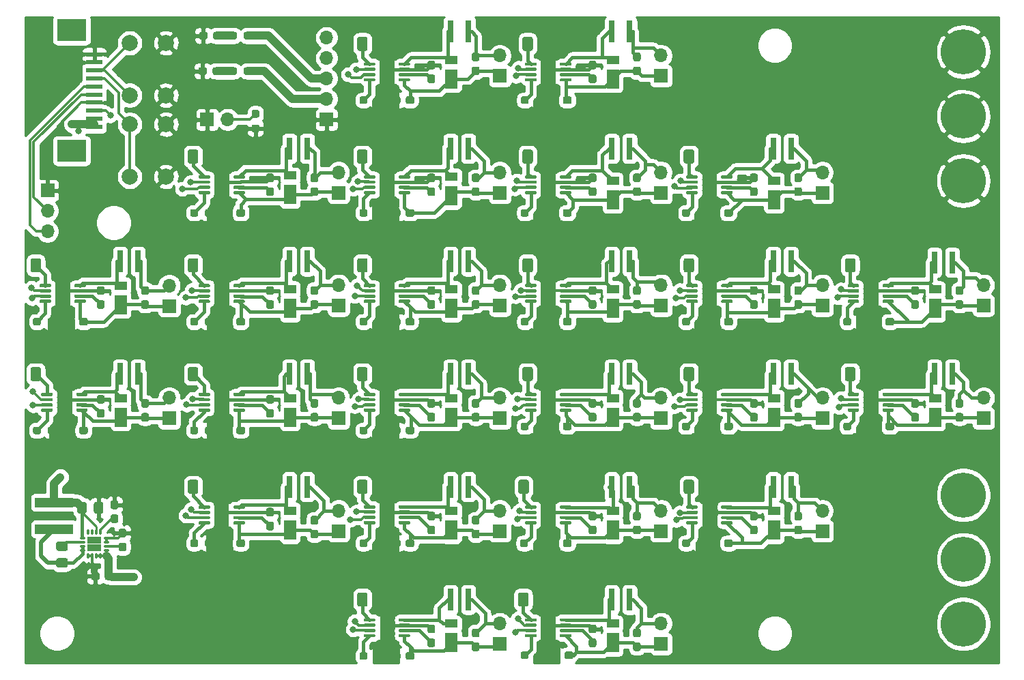
<source format=gbr>
%TF.GenerationSoftware,KiCad,Pcbnew,5.1.10-88a1d61d58~90~ubuntu20.04.1*%
%TF.CreationDate,2021-12-30T14:19:47+01:00*%
%TF.ProjectId,MTSM340UV2-F5120S-current-driver,4d54534d-3334-4305-9556-322d46353132,rev?*%
%TF.SameCoordinates,Original*%
%TF.FileFunction,Copper,L1,Top*%
%TF.FilePolarity,Positive*%
%FSLAX46Y46*%
G04 Gerber Fmt 4.6, Leading zero omitted, Abs format (unit mm)*
G04 Created by KiCad (PCBNEW 5.1.10-88a1d61d58~90~ubuntu20.04.1) date 2021-12-30 14:19:47*
%MOMM*%
%LPD*%
G01*
G04 APERTURE LIST*
%TA.AperFunction,ComponentPad*%
%ADD10R,1.700000X1.700000*%
%TD*%
%TA.AperFunction,ComponentPad*%
%ADD11O,1.700000X1.700000*%
%TD*%
%TA.AperFunction,SMDPad,CuDef*%
%ADD12R,4.700000X1.180000*%
%TD*%
%TA.AperFunction,SMDPad,CuDef*%
%ADD13O,0.750000X0.300000*%
%TD*%
%TA.AperFunction,SMDPad,CuDef*%
%ADD14O,0.300000X0.750000*%
%TD*%
%TA.AperFunction,SMDPad,CuDef*%
%ADD15R,0.900000X0.900000*%
%TD*%
%TA.AperFunction,ComponentPad*%
%ADD16C,2.000000*%
%TD*%
%TA.AperFunction,SMDPad,CuDef*%
%ADD17R,1.730000X1.850000*%
%TD*%
%TA.AperFunction,ComponentPad*%
%ADD18C,0.500000*%
%TD*%
%TA.AperFunction,SMDPad,CuDef*%
%ADD19R,1.500000X1.050000*%
%TD*%
%TA.AperFunction,SMDPad,CuDef*%
%ADD20R,1.500000X2.400000*%
%TD*%
%TA.AperFunction,SMDPad,CuDef*%
%ADD21R,0.800000X2.700000*%
%TD*%
%TA.AperFunction,ConnectorPad*%
%ADD22C,5.600000*%
%TD*%
%TA.AperFunction,ComponentPad*%
%ADD23C,3.600000*%
%TD*%
%TA.AperFunction,SMDPad,CuDef*%
%ADD24R,2.000000X0.610000*%
%TD*%
%TA.AperFunction,SMDPad,CuDef*%
%ADD25R,3.600000X2.680000*%
%TD*%
%TA.AperFunction,ViaPad*%
%ADD26C,0.800000*%
%TD*%
%TA.AperFunction,Conductor*%
%ADD27C,0.400000*%
%TD*%
%TA.AperFunction,Conductor*%
%ADD28C,0.300000*%
%TD*%
%TA.AperFunction,Conductor*%
%ADD29C,1.000000*%
%TD*%
%TA.AperFunction,Conductor*%
%ADD30C,0.250000*%
%TD*%
%TA.AperFunction,Conductor*%
%ADD31C,0.500000*%
%TD*%
%TA.AperFunction,Conductor*%
%ADD32C,0.254000*%
%TD*%
%TA.AperFunction,Conductor*%
%ADD33C,0.100000*%
%TD*%
G04 APERTURE END LIST*
%TO.P,C1,1*%
%TO.N,/LM3407-current-controller/LED-*%
%TA.AperFunction,SMDPad,CuDef*%
G36*
G01*
X62762500Y-113106000D02*
X63237500Y-113106000D01*
G75*
G02*
X63475000Y-113343500I0J-237500D01*
G01*
X63475000Y-113943500D01*
G75*
G02*
X63237500Y-114181000I-237500J0D01*
G01*
X62762500Y-114181000D01*
G75*
G02*
X62525000Y-113943500I0J237500D01*
G01*
X62525000Y-113343500D01*
G75*
G02*
X62762500Y-113106000I237500J0D01*
G01*
G37*
%TD.AperFunction*%
%TO.P,C1,2*%
%TO.N,+12V*%
%TA.AperFunction,SMDPad,CuDef*%
G36*
G01*
X62762500Y-114831000D02*
X63237500Y-114831000D01*
G75*
G02*
X63475000Y-115068500I0J-237500D01*
G01*
X63475000Y-115668500D01*
G75*
G02*
X63237500Y-115906000I-237500J0D01*
G01*
X62762500Y-115906000D01*
G75*
G02*
X62525000Y-115668500I0J237500D01*
G01*
X62525000Y-115068500D01*
G75*
G02*
X62762500Y-114831000I237500J0D01*
G01*
G37*
%TD.AperFunction*%
%TD*%
%TO.P,C2,2*%
%TO.N,Net-(C2-Pad2)*%
%TA.AperFunction,SMDPad,CuDef*%
G36*
G01*
X57262500Y-114825000D02*
X57737500Y-114825000D01*
G75*
G02*
X57975000Y-115062500I0J-237500D01*
G01*
X57975000Y-115662500D01*
G75*
G02*
X57737500Y-115900000I-237500J0D01*
G01*
X57262500Y-115900000D01*
G75*
G02*
X57025000Y-115662500I0J237500D01*
G01*
X57025000Y-115062500D01*
G75*
G02*
X57262500Y-114825000I237500J0D01*
G01*
G37*
%TD.AperFunction*%
%TO.P,C2,1*%
%TO.N,GND*%
%TA.AperFunction,SMDPad,CuDef*%
G36*
G01*
X57262500Y-113100000D02*
X57737500Y-113100000D01*
G75*
G02*
X57975000Y-113337500I0J-237500D01*
G01*
X57975000Y-113937500D01*
G75*
G02*
X57737500Y-114175000I-237500J0D01*
G01*
X57262500Y-114175000D01*
G75*
G02*
X57025000Y-113937500I0J237500D01*
G01*
X57025000Y-113337500D01*
G75*
G02*
X57262500Y-113100000I237500J0D01*
G01*
G37*
%TD.AperFunction*%
%TD*%
%TO.P,C3,2*%
%TO.N,GND*%
%TA.AperFunction,SMDPad,CuDef*%
G36*
G01*
X54175000Y-117262500D02*
X54175000Y-117737500D01*
G75*
G02*
X53937500Y-117975000I-237500J0D01*
G01*
X53337500Y-117975000D01*
G75*
G02*
X53100000Y-117737500I0J237500D01*
G01*
X53100000Y-117262500D01*
G75*
G02*
X53337500Y-117025000I237500J0D01*
G01*
X53937500Y-117025000D01*
G75*
G02*
X54175000Y-117262500I0J-237500D01*
G01*
G37*
%TD.AperFunction*%
%TO.P,C3,1*%
%TO.N,+12V*%
%TA.AperFunction,SMDPad,CuDef*%
G36*
G01*
X55900000Y-117262500D02*
X55900000Y-117737500D01*
G75*
G02*
X55662500Y-117975000I-237500J0D01*
G01*
X55062500Y-117975000D01*
G75*
G02*
X54825000Y-117737500I0J237500D01*
G01*
X54825000Y-117262500D01*
G75*
G02*
X55062500Y-117025000I237500J0D01*
G01*
X55662500Y-117025000D01*
G75*
G02*
X55900000Y-117262500I0J-237500D01*
G01*
G37*
%TD.AperFunction*%
%TD*%
%TO.P,C4,2*%
%TO.N,+12V*%
%TA.AperFunction,SMDPad,CuDef*%
G36*
G01*
X62762500Y-128825000D02*
X63237500Y-128825000D01*
G75*
G02*
X63475000Y-129062500I0J-237500D01*
G01*
X63475000Y-129662500D01*
G75*
G02*
X63237500Y-129900000I-237500J0D01*
G01*
X62762500Y-129900000D01*
G75*
G02*
X62525000Y-129662500I0J237500D01*
G01*
X62525000Y-129062500D01*
G75*
G02*
X62762500Y-128825000I237500J0D01*
G01*
G37*
%TD.AperFunction*%
%TO.P,C4,1*%
%TO.N,/sheet61CCCCC4/LED-*%
%TA.AperFunction,SMDPad,CuDef*%
G36*
G01*
X62762500Y-127100000D02*
X63237500Y-127100000D01*
G75*
G02*
X63475000Y-127337500I0J-237500D01*
G01*
X63475000Y-127937500D01*
G75*
G02*
X63237500Y-128175000I-237500J0D01*
G01*
X62762500Y-128175000D01*
G75*
G02*
X62525000Y-127937500I0J237500D01*
G01*
X62525000Y-127337500D01*
G75*
G02*
X62762500Y-127100000I237500J0D01*
G01*
G37*
%TD.AperFunction*%
%TD*%
%TO.P,C5,1*%
%TO.N,GND*%
%TA.AperFunction,SMDPad,CuDef*%
G36*
G01*
X57262500Y-126600000D02*
X57737500Y-126600000D01*
G75*
G02*
X57975000Y-126837500I0J-237500D01*
G01*
X57975000Y-127437500D01*
G75*
G02*
X57737500Y-127675000I-237500J0D01*
G01*
X57262500Y-127675000D01*
G75*
G02*
X57025000Y-127437500I0J237500D01*
G01*
X57025000Y-126837500D01*
G75*
G02*
X57262500Y-126600000I237500J0D01*
G01*
G37*
%TD.AperFunction*%
%TO.P,C5,2*%
%TO.N,Net-(C5-Pad2)*%
%TA.AperFunction,SMDPad,CuDef*%
G36*
G01*
X57262500Y-128325000D02*
X57737500Y-128325000D01*
G75*
G02*
X57975000Y-128562500I0J-237500D01*
G01*
X57975000Y-129162500D01*
G75*
G02*
X57737500Y-129400000I-237500J0D01*
G01*
X57262500Y-129400000D01*
G75*
G02*
X57025000Y-129162500I0J237500D01*
G01*
X57025000Y-128562500D01*
G75*
G02*
X57262500Y-128325000I237500J0D01*
G01*
G37*
%TD.AperFunction*%
%TD*%
%TO.P,C6,2*%
%TO.N,GND*%
%TA.AperFunction,SMDPad,CuDef*%
G36*
G01*
X54175000Y-130762500D02*
X54175000Y-131237500D01*
G75*
G02*
X53937500Y-131475000I-237500J0D01*
G01*
X53337500Y-131475000D01*
G75*
G02*
X53100000Y-131237500I0J237500D01*
G01*
X53100000Y-130762500D01*
G75*
G02*
X53337500Y-130525000I237500J0D01*
G01*
X53937500Y-130525000D01*
G75*
G02*
X54175000Y-130762500I0J-237500D01*
G01*
G37*
%TD.AperFunction*%
%TO.P,C6,1*%
%TO.N,+12V*%
%TA.AperFunction,SMDPad,CuDef*%
G36*
G01*
X55900000Y-130762500D02*
X55900000Y-131237500D01*
G75*
G02*
X55662500Y-131475000I-237500J0D01*
G01*
X55062500Y-131475000D01*
G75*
G02*
X54825000Y-131237500I0J237500D01*
G01*
X54825000Y-130762500D01*
G75*
G02*
X55062500Y-130525000I237500J0D01*
G01*
X55662500Y-130525000D01*
G75*
G02*
X55900000Y-130762500I0J-237500D01*
G01*
G37*
%TD.AperFunction*%
%TD*%
%TO.P,C7,1*%
%TO.N,/sheet61CCCDBA/LED-*%
%TA.AperFunction,SMDPad,CuDef*%
G36*
G01*
X83762500Y-99100000D02*
X84237500Y-99100000D01*
G75*
G02*
X84475000Y-99337500I0J-237500D01*
G01*
X84475000Y-99937500D01*
G75*
G02*
X84237500Y-100175000I-237500J0D01*
G01*
X83762500Y-100175000D01*
G75*
G02*
X83525000Y-99937500I0J237500D01*
G01*
X83525000Y-99337500D01*
G75*
G02*
X83762500Y-99100000I237500J0D01*
G01*
G37*
%TD.AperFunction*%
%TO.P,C7,2*%
%TO.N,+12V*%
%TA.AperFunction,SMDPad,CuDef*%
G36*
G01*
X83762500Y-100825000D02*
X84237500Y-100825000D01*
G75*
G02*
X84475000Y-101062500I0J-237500D01*
G01*
X84475000Y-101662500D01*
G75*
G02*
X84237500Y-101900000I-237500J0D01*
G01*
X83762500Y-101900000D01*
G75*
G02*
X83525000Y-101662500I0J237500D01*
G01*
X83525000Y-101062500D01*
G75*
G02*
X83762500Y-100825000I237500J0D01*
G01*
G37*
%TD.AperFunction*%
%TD*%
%TO.P,C13,1*%
%TO.N,GND*%
%TA.AperFunction,SMDPad,CuDef*%
G36*
G01*
X78262500Y-99100000D02*
X78737500Y-99100000D01*
G75*
G02*
X78975000Y-99337500I0J-237500D01*
G01*
X78975000Y-99937500D01*
G75*
G02*
X78737500Y-100175000I-237500J0D01*
G01*
X78262500Y-100175000D01*
G75*
G02*
X78025000Y-99937500I0J237500D01*
G01*
X78025000Y-99337500D01*
G75*
G02*
X78262500Y-99100000I237500J0D01*
G01*
G37*
%TD.AperFunction*%
%TO.P,C13,2*%
%TO.N,Net-(C13-Pad2)*%
%TA.AperFunction,SMDPad,CuDef*%
G36*
G01*
X78262500Y-100825000D02*
X78737500Y-100825000D01*
G75*
G02*
X78975000Y-101062500I0J-237500D01*
G01*
X78975000Y-101662500D01*
G75*
G02*
X78737500Y-101900000I-237500J0D01*
G01*
X78262500Y-101900000D01*
G75*
G02*
X78025000Y-101662500I0J237500D01*
G01*
X78025000Y-101062500D01*
G75*
G02*
X78262500Y-100825000I237500J0D01*
G01*
G37*
%TD.AperFunction*%
%TD*%
%TO.P,C14,2*%
%TO.N,GND*%
%TA.AperFunction,SMDPad,CuDef*%
G36*
G01*
X73675000Y-103762500D02*
X73675000Y-104237500D01*
G75*
G02*
X73437500Y-104475000I-237500J0D01*
G01*
X72837500Y-104475000D01*
G75*
G02*
X72600000Y-104237500I0J237500D01*
G01*
X72600000Y-103762500D01*
G75*
G02*
X72837500Y-103525000I237500J0D01*
G01*
X73437500Y-103525000D01*
G75*
G02*
X73675000Y-103762500I0J-237500D01*
G01*
G37*
%TD.AperFunction*%
%TO.P,C14,1*%
%TO.N,+12V*%
%TA.AperFunction,SMDPad,CuDef*%
G36*
G01*
X75400000Y-103762500D02*
X75400000Y-104237500D01*
G75*
G02*
X75162500Y-104475000I-237500J0D01*
G01*
X74562500Y-104475000D01*
G75*
G02*
X74325000Y-104237500I0J237500D01*
G01*
X74325000Y-103762500D01*
G75*
G02*
X74562500Y-103525000I237500J0D01*
G01*
X75162500Y-103525000D01*
G75*
G02*
X75400000Y-103762500I0J-237500D01*
G01*
G37*
%TD.AperFunction*%
%TD*%
%TO.P,C15,1*%
%TO.N,/sheet61CCCDC0/LED-*%
%TA.AperFunction,SMDPad,CuDef*%
G36*
G01*
X83762500Y-113100000D02*
X84237500Y-113100000D01*
G75*
G02*
X84475000Y-113337500I0J-237500D01*
G01*
X84475000Y-113937500D01*
G75*
G02*
X84237500Y-114175000I-237500J0D01*
G01*
X83762500Y-114175000D01*
G75*
G02*
X83525000Y-113937500I0J237500D01*
G01*
X83525000Y-113337500D01*
G75*
G02*
X83762500Y-113100000I237500J0D01*
G01*
G37*
%TD.AperFunction*%
%TO.P,C15,2*%
%TO.N,+12V*%
%TA.AperFunction,SMDPad,CuDef*%
G36*
G01*
X83762500Y-114825000D02*
X84237500Y-114825000D01*
G75*
G02*
X84475000Y-115062500I0J-237500D01*
G01*
X84475000Y-115662500D01*
G75*
G02*
X84237500Y-115900000I-237500J0D01*
G01*
X83762500Y-115900000D01*
G75*
G02*
X83525000Y-115662500I0J237500D01*
G01*
X83525000Y-115062500D01*
G75*
G02*
X83762500Y-114825000I237500J0D01*
G01*
G37*
%TD.AperFunction*%
%TD*%
%TO.P,C16,2*%
%TO.N,Net-(C16-Pad2)*%
%TA.AperFunction,SMDPad,CuDef*%
G36*
G01*
X78262500Y-114825000D02*
X78737500Y-114825000D01*
G75*
G02*
X78975000Y-115062500I0J-237500D01*
G01*
X78975000Y-115662500D01*
G75*
G02*
X78737500Y-115900000I-237500J0D01*
G01*
X78262500Y-115900000D01*
G75*
G02*
X78025000Y-115662500I0J237500D01*
G01*
X78025000Y-115062500D01*
G75*
G02*
X78262500Y-114825000I237500J0D01*
G01*
G37*
%TD.AperFunction*%
%TO.P,C16,1*%
%TO.N,GND*%
%TA.AperFunction,SMDPad,CuDef*%
G36*
G01*
X78262500Y-113100000D02*
X78737500Y-113100000D01*
G75*
G02*
X78975000Y-113337500I0J-237500D01*
G01*
X78975000Y-113937500D01*
G75*
G02*
X78737500Y-114175000I-237500J0D01*
G01*
X78262500Y-114175000D01*
G75*
G02*
X78025000Y-113937500I0J237500D01*
G01*
X78025000Y-113337500D01*
G75*
G02*
X78262500Y-113100000I237500J0D01*
G01*
G37*
%TD.AperFunction*%
%TD*%
%TO.P,C17,1*%
%TO.N,+12V*%
%TA.AperFunction,SMDPad,CuDef*%
G36*
G01*
X75400000Y-117262500D02*
X75400000Y-117737500D01*
G75*
G02*
X75162500Y-117975000I-237500J0D01*
G01*
X74562500Y-117975000D01*
G75*
G02*
X74325000Y-117737500I0J237500D01*
G01*
X74325000Y-117262500D01*
G75*
G02*
X74562500Y-117025000I237500J0D01*
G01*
X75162500Y-117025000D01*
G75*
G02*
X75400000Y-117262500I0J-237500D01*
G01*
G37*
%TD.AperFunction*%
%TO.P,C17,2*%
%TO.N,GND*%
%TA.AperFunction,SMDPad,CuDef*%
G36*
G01*
X73675000Y-117262500D02*
X73675000Y-117737500D01*
G75*
G02*
X73437500Y-117975000I-237500J0D01*
G01*
X72837500Y-117975000D01*
G75*
G02*
X72600000Y-117737500I0J237500D01*
G01*
X72600000Y-117262500D01*
G75*
G02*
X72837500Y-117025000I237500J0D01*
G01*
X73437500Y-117025000D01*
G75*
G02*
X73675000Y-117262500I0J-237500D01*
G01*
G37*
%TD.AperFunction*%
%TD*%
%TO.P,C18,1*%
%TO.N,/sheet61CCCFC4/LED-*%
%TA.AperFunction,SMDPad,CuDef*%
G36*
G01*
X83762500Y-127100000D02*
X84237500Y-127100000D01*
G75*
G02*
X84475000Y-127337500I0J-237500D01*
G01*
X84475000Y-127937500D01*
G75*
G02*
X84237500Y-128175000I-237500J0D01*
G01*
X83762500Y-128175000D01*
G75*
G02*
X83525000Y-127937500I0J237500D01*
G01*
X83525000Y-127337500D01*
G75*
G02*
X83762500Y-127100000I237500J0D01*
G01*
G37*
%TD.AperFunction*%
%TO.P,C18,2*%
%TO.N,+12V*%
%TA.AperFunction,SMDPad,CuDef*%
G36*
G01*
X83762500Y-128825000D02*
X84237500Y-128825000D01*
G75*
G02*
X84475000Y-129062500I0J-237500D01*
G01*
X84475000Y-129662500D01*
G75*
G02*
X84237500Y-129900000I-237500J0D01*
G01*
X83762500Y-129900000D01*
G75*
G02*
X83525000Y-129662500I0J237500D01*
G01*
X83525000Y-129062500D01*
G75*
G02*
X83762500Y-128825000I237500J0D01*
G01*
G37*
%TD.AperFunction*%
%TD*%
%TO.P,C19,1*%
%TO.N,GND*%
%TA.AperFunction,SMDPad,CuDef*%
G36*
G01*
X78262500Y-126600000D02*
X78737500Y-126600000D01*
G75*
G02*
X78975000Y-126837500I0J-237500D01*
G01*
X78975000Y-127437500D01*
G75*
G02*
X78737500Y-127675000I-237500J0D01*
G01*
X78262500Y-127675000D01*
G75*
G02*
X78025000Y-127437500I0J237500D01*
G01*
X78025000Y-126837500D01*
G75*
G02*
X78262500Y-126600000I237500J0D01*
G01*
G37*
%TD.AperFunction*%
%TO.P,C19,2*%
%TO.N,Net-(C19-Pad2)*%
%TA.AperFunction,SMDPad,CuDef*%
G36*
G01*
X78262500Y-128325000D02*
X78737500Y-128325000D01*
G75*
G02*
X78975000Y-128562500I0J-237500D01*
G01*
X78975000Y-129162500D01*
G75*
G02*
X78737500Y-129400000I-237500J0D01*
G01*
X78262500Y-129400000D01*
G75*
G02*
X78025000Y-129162500I0J237500D01*
G01*
X78025000Y-128562500D01*
G75*
G02*
X78262500Y-128325000I237500J0D01*
G01*
G37*
%TD.AperFunction*%
%TD*%
%TO.P,C20,2*%
%TO.N,GND*%
%TA.AperFunction,SMDPad,CuDef*%
G36*
G01*
X73675000Y-130762500D02*
X73675000Y-131237500D01*
G75*
G02*
X73437500Y-131475000I-237500J0D01*
G01*
X72837500Y-131475000D01*
G75*
G02*
X72600000Y-131237500I0J237500D01*
G01*
X72600000Y-130762500D01*
G75*
G02*
X72837500Y-130525000I237500J0D01*
G01*
X73437500Y-130525000D01*
G75*
G02*
X73675000Y-130762500I0J-237500D01*
G01*
G37*
%TD.AperFunction*%
%TO.P,C20,1*%
%TO.N,+12V*%
%TA.AperFunction,SMDPad,CuDef*%
G36*
G01*
X75400000Y-130762500D02*
X75400000Y-131237500D01*
G75*
G02*
X75162500Y-131475000I-237500J0D01*
G01*
X74562500Y-131475000D01*
G75*
G02*
X74325000Y-131237500I0J237500D01*
G01*
X74325000Y-130762500D01*
G75*
G02*
X74562500Y-130525000I237500J0D01*
G01*
X75162500Y-130525000D01*
G75*
G02*
X75400000Y-130762500I0J-237500D01*
G01*
G37*
%TD.AperFunction*%
%TD*%
%TO.P,C21,2*%
%TO.N,+12V*%
%TA.AperFunction,SMDPad,CuDef*%
G36*
G01*
X83762500Y-143325000D02*
X84237500Y-143325000D01*
G75*
G02*
X84475000Y-143562500I0J-237500D01*
G01*
X84475000Y-144162500D01*
G75*
G02*
X84237500Y-144400000I-237500J0D01*
G01*
X83762500Y-144400000D01*
G75*
G02*
X83525000Y-144162500I0J237500D01*
G01*
X83525000Y-143562500D01*
G75*
G02*
X83762500Y-143325000I237500J0D01*
G01*
G37*
%TD.AperFunction*%
%TO.P,C21,1*%
%TO.N,/sheet61CCCFCA/LED-*%
%TA.AperFunction,SMDPad,CuDef*%
G36*
G01*
X83762500Y-141600000D02*
X84237500Y-141600000D01*
G75*
G02*
X84475000Y-141837500I0J-237500D01*
G01*
X84475000Y-142437500D01*
G75*
G02*
X84237500Y-142675000I-237500J0D01*
G01*
X83762500Y-142675000D01*
G75*
G02*
X83525000Y-142437500I0J237500D01*
G01*
X83525000Y-141837500D01*
G75*
G02*
X83762500Y-141600000I237500J0D01*
G01*
G37*
%TD.AperFunction*%
%TD*%
%TO.P,C22,2*%
%TO.N,Net-(C22-Pad2)*%
%TA.AperFunction,SMDPad,CuDef*%
G36*
G01*
X78262500Y-142325000D02*
X78737500Y-142325000D01*
G75*
G02*
X78975000Y-142562500I0J-237500D01*
G01*
X78975000Y-143162500D01*
G75*
G02*
X78737500Y-143400000I-237500J0D01*
G01*
X78262500Y-143400000D01*
G75*
G02*
X78025000Y-143162500I0J237500D01*
G01*
X78025000Y-142562500D01*
G75*
G02*
X78262500Y-142325000I237500J0D01*
G01*
G37*
%TD.AperFunction*%
%TO.P,C22,1*%
%TO.N,GND*%
%TA.AperFunction,SMDPad,CuDef*%
G36*
G01*
X78262500Y-140600000D02*
X78737500Y-140600000D01*
G75*
G02*
X78975000Y-140837500I0J-237500D01*
G01*
X78975000Y-141437500D01*
G75*
G02*
X78737500Y-141675000I-237500J0D01*
G01*
X78262500Y-141675000D01*
G75*
G02*
X78025000Y-141437500I0J237500D01*
G01*
X78025000Y-140837500D01*
G75*
G02*
X78262500Y-140600000I237500J0D01*
G01*
G37*
%TD.AperFunction*%
%TD*%
%TO.P,C23,2*%
%TO.N,GND*%
%TA.AperFunction,SMDPad,CuDef*%
G36*
G01*
X73675000Y-144762500D02*
X73675000Y-145237500D01*
G75*
G02*
X73437500Y-145475000I-237500J0D01*
G01*
X72837500Y-145475000D01*
G75*
G02*
X72600000Y-145237500I0J237500D01*
G01*
X72600000Y-144762500D01*
G75*
G02*
X72837500Y-144525000I237500J0D01*
G01*
X73437500Y-144525000D01*
G75*
G02*
X73675000Y-144762500I0J-237500D01*
G01*
G37*
%TD.AperFunction*%
%TO.P,C23,1*%
%TO.N,+12V*%
%TA.AperFunction,SMDPad,CuDef*%
G36*
G01*
X75400000Y-144762500D02*
X75400000Y-145237500D01*
G75*
G02*
X75162500Y-145475000I-237500J0D01*
G01*
X74562500Y-145475000D01*
G75*
G02*
X74325000Y-145237500I0J237500D01*
G01*
X74325000Y-144762500D01*
G75*
G02*
X74562500Y-144525000I237500J0D01*
G01*
X75162500Y-144525000D01*
G75*
G02*
X75400000Y-144762500I0J-237500D01*
G01*
G37*
%TD.AperFunction*%
%TD*%
%TO.P,C24,2*%
%TO.N,+12V*%
%TA.AperFunction,SMDPad,CuDef*%
G36*
G01*
X103762500Y-85825000D02*
X104237500Y-85825000D01*
G75*
G02*
X104475000Y-86062500I0J-237500D01*
G01*
X104475000Y-86662500D01*
G75*
G02*
X104237500Y-86900000I-237500J0D01*
G01*
X103762500Y-86900000D01*
G75*
G02*
X103525000Y-86662500I0J237500D01*
G01*
X103525000Y-86062500D01*
G75*
G02*
X103762500Y-85825000I237500J0D01*
G01*
G37*
%TD.AperFunction*%
%TO.P,C24,1*%
%TO.N,/sheet61CCCFD0/LED-*%
%TA.AperFunction,SMDPad,CuDef*%
G36*
G01*
X103762500Y-84100000D02*
X104237500Y-84100000D01*
G75*
G02*
X104475000Y-84337500I0J-237500D01*
G01*
X104475000Y-84937500D01*
G75*
G02*
X104237500Y-85175000I-237500J0D01*
G01*
X103762500Y-85175000D01*
G75*
G02*
X103525000Y-84937500I0J237500D01*
G01*
X103525000Y-84337500D01*
G75*
G02*
X103762500Y-84100000I237500J0D01*
G01*
G37*
%TD.AperFunction*%
%TD*%
%TO.P,C25,1*%
%TO.N,GND*%
%TA.AperFunction,SMDPad,CuDef*%
G36*
G01*
X98262500Y-85100000D02*
X98737500Y-85100000D01*
G75*
G02*
X98975000Y-85337500I0J-237500D01*
G01*
X98975000Y-85937500D01*
G75*
G02*
X98737500Y-86175000I-237500J0D01*
G01*
X98262500Y-86175000D01*
G75*
G02*
X98025000Y-85937500I0J237500D01*
G01*
X98025000Y-85337500D01*
G75*
G02*
X98262500Y-85100000I237500J0D01*
G01*
G37*
%TD.AperFunction*%
%TO.P,C25,2*%
%TO.N,Net-(C25-Pad2)*%
%TA.AperFunction,SMDPad,CuDef*%
G36*
G01*
X98262500Y-86825000D02*
X98737500Y-86825000D01*
G75*
G02*
X98975000Y-87062500I0J-237500D01*
G01*
X98975000Y-87662500D01*
G75*
G02*
X98737500Y-87900000I-237500J0D01*
G01*
X98262500Y-87900000D01*
G75*
G02*
X98025000Y-87662500I0J237500D01*
G01*
X98025000Y-87062500D01*
G75*
G02*
X98262500Y-86825000I237500J0D01*
G01*
G37*
%TD.AperFunction*%
%TD*%
%TO.P,C26,2*%
%TO.N,GND*%
%TA.AperFunction,SMDPad,CuDef*%
G36*
G01*
X94675000Y-89762500D02*
X94675000Y-90237500D01*
G75*
G02*
X94437500Y-90475000I-237500J0D01*
G01*
X93837500Y-90475000D01*
G75*
G02*
X93600000Y-90237500I0J237500D01*
G01*
X93600000Y-89762500D01*
G75*
G02*
X93837500Y-89525000I237500J0D01*
G01*
X94437500Y-89525000D01*
G75*
G02*
X94675000Y-89762500I0J-237500D01*
G01*
G37*
%TD.AperFunction*%
%TO.P,C26,1*%
%TO.N,+12V*%
%TA.AperFunction,SMDPad,CuDef*%
G36*
G01*
X96400000Y-89762500D02*
X96400000Y-90237500D01*
G75*
G02*
X96162500Y-90475000I-237500J0D01*
G01*
X95562500Y-90475000D01*
G75*
G02*
X95325000Y-90237500I0J237500D01*
G01*
X95325000Y-89762500D01*
G75*
G02*
X95562500Y-89525000I237500J0D01*
G01*
X96162500Y-89525000D01*
G75*
G02*
X96400000Y-89762500I0J-237500D01*
G01*
G37*
%TD.AperFunction*%
%TD*%
%TO.P,C27,2*%
%TO.N,+12V*%
%TA.AperFunction,SMDPad,CuDef*%
G36*
G01*
X103762500Y-100825000D02*
X104237500Y-100825000D01*
G75*
G02*
X104475000Y-101062500I0J-237500D01*
G01*
X104475000Y-101662500D01*
G75*
G02*
X104237500Y-101900000I-237500J0D01*
G01*
X103762500Y-101900000D01*
G75*
G02*
X103525000Y-101662500I0J237500D01*
G01*
X103525000Y-101062500D01*
G75*
G02*
X103762500Y-100825000I237500J0D01*
G01*
G37*
%TD.AperFunction*%
%TO.P,C27,1*%
%TO.N,/sheet61CCCFD6/LED-*%
%TA.AperFunction,SMDPad,CuDef*%
G36*
G01*
X103762500Y-99100000D02*
X104237500Y-99100000D01*
G75*
G02*
X104475000Y-99337500I0J-237500D01*
G01*
X104475000Y-99937500D01*
G75*
G02*
X104237500Y-100175000I-237500J0D01*
G01*
X103762500Y-100175000D01*
G75*
G02*
X103525000Y-99937500I0J237500D01*
G01*
X103525000Y-99337500D01*
G75*
G02*
X103762500Y-99100000I237500J0D01*
G01*
G37*
%TD.AperFunction*%
%TD*%
%TO.P,C28,2*%
%TO.N,Net-(C28-Pad2)*%
%TA.AperFunction,SMDPad,CuDef*%
G36*
G01*
X98262500Y-100825000D02*
X98737500Y-100825000D01*
G75*
G02*
X98975000Y-101062500I0J-237500D01*
G01*
X98975000Y-101662500D01*
G75*
G02*
X98737500Y-101900000I-237500J0D01*
G01*
X98262500Y-101900000D01*
G75*
G02*
X98025000Y-101662500I0J237500D01*
G01*
X98025000Y-101062500D01*
G75*
G02*
X98262500Y-100825000I237500J0D01*
G01*
G37*
%TD.AperFunction*%
%TO.P,C28,1*%
%TO.N,GND*%
%TA.AperFunction,SMDPad,CuDef*%
G36*
G01*
X98262500Y-99100000D02*
X98737500Y-99100000D01*
G75*
G02*
X98975000Y-99337500I0J-237500D01*
G01*
X98975000Y-99937500D01*
G75*
G02*
X98737500Y-100175000I-237500J0D01*
G01*
X98262500Y-100175000D01*
G75*
G02*
X98025000Y-99937500I0J237500D01*
G01*
X98025000Y-99337500D01*
G75*
G02*
X98262500Y-99100000I237500J0D01*
G01*
G37*
%TD.AperFunction*%
%TD*%
%TO.P,C29,1*%
%TO.N,+12V*%
%TA.AperFunction,SMDPad,CuDef*%
G36*
G01*
X96400000Y-103762500D02*
X96400000Y-104237500D01*
G75*
G02*
X96162500Y-104475000I-237500J0D01*
G01*
X95562500Y-104475000D01*
G75*
G02*
X95325000Y-104237500I0J237500D01*
G01*
X95325000Y-103762500D01*
G75*
G02*
X95562500Y-103525000I237500J0D01*
G01*
X96162500Y-103525000D01*
G75*
G02*
X96400000Y-103762500I0J-237500D01*
G01*
G37*
%TD.AperFunction*%
%TO.P,C29,2*%
%TO.N,GND*%
%TA.AperFunction,SMDPad,CuDef*%
G36*
G01*
X94675000Y-103762500D02*
X94675000Y-104237500D01*
G75*
G02*
X94437500Y-104475000I-237500J0D01*
G01*
X93837500Y-104475000D01*
G75*
G02*
X93600000Y-104237500I0J237500D01*
G01*
X93600000Y-103762500D01*
G75*
G02*
X93837500Y-103525000I237500J0D01*
G01*
X94437500Y-103525000D01*
G75*
G02*
X94675000Y-103762500I0J-237500D01*
G01*
G37*
%TD.AperFunction*%
%TD*%
%TO.P,C30,2*%
%TO.N,+12V*%
%TA.AperFunction,SMDPad,CuDef*%
G36*
G01*
X103762500Y-114825000D02*
X104237500Y-114825000D01*
G75*
G02*
X104475000Y-115062500I0J-237500D01*
G01*
X104475000Y-115662500D01*
G75*
G02*
X104237500Y-115900000I-237500J0D01*
G01*
X103762500Y-115900000D01*
G75*
G02*
X103525000Y-115662500I0J237500D01*
G01*
X103525000Y-115062500D01*
G75*
G02*
X103762500Y-114825000I237500J0D01*
G01*
G37*
%TD.AperFunction*%
%TO.P,C30,1*%
%TO.N,/sheet61CCD8EC/LED-*%
%TA.AperFunction,SMDPad,CuDef*%
G36*
G01*
X103762500Y-113100000D02*
X104237500Y-113100000D01*
G75*
G02*
X104475000Y-113337500I0J-237500D01*
G01*
X104475000Y-113937500D01*
G75*
G02*
X104237500Y-114175000I-237500J0D01*
G01*
X103762500Y-114175000D01*
G75*
G02*
X103525000Y-113937500I0J237500D01*
G01*
X103525000Y-113337500D01*
G75*
G02*
X103762500Y-113100000I237500J0D01*
G01*
G37*
%TD.AperFunction*%
%TD*%
%TO.P,C31,1*%
%TO.N,GND*%
%TA.AperFunction,SMDPad,CuDef*%
G36*
G01*
X98262500Y-113100000D02*
X98737500Y-113100000D01*
G75*
G02*
X98975000Y-113337500I0J-237500D01*
G01*
X98975000Y-113937500D01*
G75*
G02*
X98737500Y-114175000I-237500J0D01*
G01*
X98262500Y-114175000D01*
G75*
G02*
X98025000Y-113937500I0J237500D01*
G01*
X98025000Y-113337500D01*
G75*
G02*
X98262500Y-113100000I237500J0D01*
G01*
G37*
%TD.AperFunction*%
%TO.P,C31,2*%
%TO.N,Net-(C31-Pad2)*%
%TA.AperFunction,SMDPad,CuDef*%
G36*
G01*
X98262500Y-114825000D02*
X98737500Y-114825000D01*
G75*
G02*
X98975000Y-115062500I0J-237500D01*
G01*
X98975000Y-115662500D01*
G75*
G02*
X98737500Y-115900000I-237500J0D01*
G01*
X98262500Y-115900000D01*
G75*
G02*
X98025000Y-115662500I0J237500D01*
G01*
X98025000Y-115062500D01*
G75*
G02*
X98262500Y-114825000I237500J0D01*
G01*
G37*
%TD.AperFunction*%
%TD*%
%TO.P,C32,1*%
%TO.N,+12V*%
%TA.AperFunction,SMDPad,CuDef*%
G36*
G01*
X96400000Y-117262500D02*
X96400000Y-117737500D01*
G75*
G02*
X96162500Y-117975000I-237500J0D01*
G01*
X95562500Y-117975000D01*
G75*
G02*
X95325000Y-117737500I0J237500D01*
G01*
X95325000Y-117262500D01*
G75*
G02*
X95562500Y-117025000I237500J0D01*
G01*
X96162500Y-117025000D01*
G75*
G02*
X96400000Y-117262500I0J-237500D01*
G01*
G37*
%TD.AperFunction*%
%TO.P,C32,2*%
%TO.N,GND*%
%TA.AperFunction,SMDPad,CuDef*%
G36*
G01*
X94675000Y-117262500D02*
X94675000Y-117737500D01*
G75*
G02*
X94437500Y-117975000I-237500J0D01*
G01*
X93837500Y-117975000D01*
G75*
G02*
X93600000Y-117737500I0J237500D01*
G01*
X93600000Y-117262500D01*
G75*
G02*
X93837500Y-117025000I237500J0D01*
G01*
X94437500Y-117025000D01*
G75*
G02*
X94675000Y-117262500I0J-237500D01*
G01*
G37*
%TD.AperFunction*%
%TD*%
%TO.P,C33,2*%
%TO.N,+12V*%
%TA.AperFunction,SMDPad,CuDef*%
G36*
G01*
X103762500Y-128825000D02*
X104237500Y-128825000D01*
G75*
G02*
X104475000Y-129062500I0J-237500D01*
G01*
X104475000Y-129662500D01*
G75*
G02*
X104237500Y-129900000I-237500J0D01*
G01*
X103762500Y-129900000D01*
G75*
G02*
X103525000Y-129662500I0J237500D01*
G01*
X103525000Y-129062500D01*
G75*
G02*
X103762500Y-128825000I237500J0D01*
G01*
G37*
%TD.AperFunction*%
%TO.P,C33,1*%
%TO.N,/sheet61CCD8F2/LED-*%
%TA.AperFunction,SMDPad,CuDef*%
G36*
G01*
X103762500Y-127100000D02*
X104237500Y-127100000D01*
G75*
G02*
X104475000Y-127337500I0J-237500D01*
G01*
X104475000Y-127937500D01*
G75*
G02*
X104237500Y-128175000I-237500J0D01*
G01*
X103762500Y-128175000D01*
G75*
G02*
X103525000Y-127937500I0J237500D01*
G01*
X103525000Y-127337500D01*
G75*
G02*
X103762500Y-127100000I237500J0D01*
G01*
G37*
%TD.AperFunction*%
%TD*%
%TO.P,C34,2*%
%TO.N,Net-(C34-Pad2)*%
%TA.AperFunction,SMDPad,CuDef*%
G36*
G01*
X98262500Y-128825000D02*
X98737500Y-128825000D01*
G75*
G02*
X98975000Y-129062500I0J-237500D01*
G01*
X98975000Y-129662500D01*
G75*
G02*
X98737500Y-129900000I-237500J0D01*
G01*
X98262500Y-129900000D01*
G75*
G02*
X98025000Y-129662500I0J237500D01*
G01*
X98025000Y-129062500D01*
G75*
G02*
X98262500Y-128825000I237500J0D01*
G01*
G37*
%TD.AperFunction*%
%TO.P,C34,1*%
%TO.N,GND*%
%TA.AperFunction,SMDPad,CuDef*%
G36*
G01*
X98262500Y-127100000D02*
X98737500Y-127100000D01*
G75*
G02*
X98975000Y-127337500I0J-237500D01*
G01*
X98975000Y-127937500D01*
G75*
G02*
X98737500Y-128175000I-237500J0D01*
G01*
X98262500Y-128175000D01*
G75*
G02*
X98025000Y-127937500I0J237500D01*
G01*
X98025000Y-127337500D01*
G75*
G02*
X98262500Y-127100000I237500J0D01*
G01*
G37*
%TD.AperFunction*%
%TD*%
%TO.P,C35,2*%
%TO.N,GND*%
%TA.AperFunction,SMDPad,CuDef*%
G36*
G01*
X94675000Y-130762500D02*
X94675000Y-131237500D01*
G75*
G02*
X94437500Y-131475000I-237500J0D01*
G01*
X93837500Y-131475000D01*
G75*
G02*
X93600000Y-131237500I0J237500D01*
G01*
X93600000Y-130762500D01*
G75*
G02*
X93837500Y-130525000I237500J0D01*
G01*
X94437500Y-130525000D01*
G75*
G02*
X94675000Y-130762500I0J-237500D01*
G01*
G37*
%TD.AperFunction*%
%TO.P,C35,1*%
%TO.N,+12V*%
%TA.AperFunction,SMDPad,CuDef*%
G36*
G01*
X96400000Y-130762500D02*
X96400000Y-131237500D01*
G75*
G02*
X96162500Y-131475000I-237500J0D01*
G01*
X95562500Y-131475000D01*
G75*
G02*
X95325000Y-131237500I0J237500D01*
G01*
X95325000Y-130762500D01*
G75*
G02*
X95562500Y-130525000I237500J0D01*
G01*
X96162500Y-130525000D01*
G75*
G02*
X96400000Y-130762500I0J-237500D01*
G01*
G37*
%TD.AperFunction*%
%TD*%
%TO.P,C36,1*%
%TO.N,/sheet61CCD8F8/LED-*%
%TA.AperFunction,SMDPad,CuDef*%
G36*
G01*
X103762500Y-141600000D02*
X104237500Y-141600000D01*
G75*
G02*
X104475000Y-141837500I0J-237500D01*
G01*
X104475000Y-142437500D01*
G75*
G02*
X104237500Y-142675000I-237500J0D01*
G01*
X103762500Y-142675000D01*
G75*
G02*
X103525000Y-142437500I0J237500D01*
G01*
X103525000Y-141837500D01*
G75*
G02*
X103762500Y-141600000I237500J0D01*
G01*
G37*
%TD.AperFunction*%
%TO.P,C36,2*%
%TO.N,+12V*%
%TA.AperFunction,SMDPad,CuDef*%
G36*
G01*
X103762500Y-143325000D02*
X104237500Y-143325000D01*
G75*
G02*
X104475000Y-143562500I0J-237500D01*
G01*
X104475000Y-144162500D01*
G75*
G02*
X104237500Y-144400000I-237500J0D01*
G01*
X103762500Y-144400000D01*
G75*
G02*
X103525000Y-144162500I0J237500D01*
G01*
X103525000Y-143562500D01*
G75*
G02*
X103762500Y-143325000I237500J0D01*
G01*
G37*
%TD.AperFunction*%
%TD*%
%TO.P,C37,1*%
%TO.N,GND*%
%TA.AperFunction,SMDPad,CuDef*%
G36*
G01*
X98262500Y-141100000D02*
X98737500Y-141100000D01*
G75*
G02*
X98975000Y-141337500I0J-237500D01*
G01*
X98975000Y-141937500D01*
G75*
G02*
X98737500Y-142175000I-237500J0D01*
G01*
X98262500Y-142175000D01*
G75*
G02*
X98025000Y-141937500I0J237500D01*
G01*
X98025000Y-141337500D01*
G75*
G02*
X98262500Y-141100000I237500J0D01*
G01*
G37*
%TD.AperFunction*%
%TO.P,C37,2*%
%TO.N,Net-(C37-Pad2)*%
%TA.AperFunction,SMDPad,CuDef*%
G36*
G01*
X98262500Y-142825000D02*
X98737500Y-142825000D01*
G75*
G02*
X98975000Y-143062500I0J-237500D01*
G01*
X98975000Y-143662500D01*
G75*
G02*
X98737500Y-143900000I-237500J0D01*
G01*
X98262500Y-143900000D01*
G75*
G02*
X98025000Y-143662500I0J237500D01*
G01*
X98025000Y-143062500D01*
G75*
G02*
X98262500Y-142825000I237500J0D01*
G01*
G37*
%TD.AperFunction*%
%TD*%
%TO.P,C38,2*%
%TO.N,GND*%
%TA.AperFunction,SMDPad,CuDef*%
G36*
G01*
X94675000Y-144762500D02*
X94675000Y-145237500D01*
G75*
G02*
X94437500Y-145475000I-237500J0D01*
G01*
X93837500Y-145475000D01*
G75*
G02*
X93600000Y-145237500I0J237500D01*
G01*
X93600000Y-144762500D01*
G75*
G02*
X93837500Y-144525000I237500J0D01*
G01*
X94437500Y-144525000D01*
G75*
G02*
X94675000Y-144762500I0J-237500D01*
G01*
G37*
%TD.AperFunction*%
%TO.P,C38,1*%
%TO.N,+12V*%
%TA.AperFunction,SMDPad,CuDef*%
G36*
G01*
X96400000Y-144762500D02*
X96400000Y-145237500D01*
G75*
G02*
X96162500Y-145475000I-237500J0D01*
G01*
X95562500Y-145475000D01*
G75*
G02*
X95325000Y-145237500I0J237500D01*
G01*
X95325000Y-144762500D01*
G75*
G02*
X95562500Y-144525000I237500J0D01*
G01*
X96162500Y-144525000D01*
G75*
G02*
X96400000Y-144762500I0J-237500D01*
G01*
G37*
%TD.AperFunction*%
%TD*%
%TO.P,C39,2*%
%TO.N,+12V*%
%TA.AperFunction,SMDPad,CuDef*%
G36*
G01*
X103762500Y-157325000D02*
X104237500Y-157325000D01*
G75*
G02*
X104475000Y-157562500I0J-237500D01*
G01*
X104475000Y-158162500D01*
G75*
G02*
X104237500Y-158400000I-237500J0D01*
G01*
X103762500Y-158400000D01*
G75*
G02*
X103525000Y-158162500I0J237500D01*
G01*
X103525000Y-157562500D01*
G75*
G02*
X103762500Y-157325000I237500J0D01*
G01*
G37*
%TD.AperFunction*%
%TO.P,C39,1*%
%TO.N,/sheet61CCD8FE/LED-*%
%TA.AperFunction,SMDPad,CuDef*%
G36*
G01*
X103762500Y-155600000D02*
X104237500Y-155600000D01*
G75*
G02*
X104475000Y-155837500I0J-237500D01*
G01*
X104475000Y-156437500D01*
G75*
G02*
X104237500Y-156675000I-237500J0D01*
G01*
X103762500Y-156675000D01*
G75*
G02*
X103525000Y-156437500I0J237500D01*
G01*
X103525000Y-155837500D01*
G75*
G02*
X103762500Y-155600000I237500J0D01*
G01*
G37*
%TD.AperFunction*%
%TD*%
%TO.P,C40,2*%
%TO.N,Net-(C40-Pad2)*%
%TA.AperFunction,SMDPad,CuDef*%
G36*
G01*
X98262500Y-156825000D02*
X98737500Y-156825000D01*
G75*
G02*
X98975000Y-157062500I0J-237500D01*
G01*
X98975000Y-157662500D01*
G75*
G02*
X98737500Y-157900000I-237500J0D01*
G01*
X98262500Y-157900000D01*
G75*
G02*
X98025000Y-157662500I0J237500D01*
G01*
X98025000Y-157062500D01*
G75*
G02*
X98262500Y-156825000I237500J0D01*
G01*
G37*
%TD.AperFunction*%
%TO.P,C40,1*%
%TO.N,GND*%
%TA.AperFunction,SMDPad,CuDef*%
G36*
G01*
X98262500Y-155100000D02*
X98737500Y-155100000D01*
G75*
G02*
X98975000Y-155337500I0J-237500D01*
G01*
X98975000Y-155937500D01*
G75*
G02*
X98737500Y-156175000I-237500J0D01*
G01*
X98262500Y-156175000D01*
G75*
G02*
X98025000Y-155937500I0J237500D01*
G01*
X98025000Y-155337500D01*
G75*
G02*
X98262500Y-155100000I237500J0D01*
G01*
G37*
%TD.AperFunction*%
%TD*%
%TO.P,C41,1*%
%TO.N,+12V*%
%TA.AperFunction,SMDPad,CuDef*%
G36*
G01*
X96400000Y-158762500D02*
X96400000Y-159237500D01*
G75*
G02*
X96162500Y-159475000I-237500J0D01*
G01*
X95562500Y-159475000D01*
G75*
G02*
X95325000Y-159237500I0J237500D01*
G01*
X95325000Y-158762500D01*
G75*
G02*
X95562500Y-158525000I237500J0D01*
G01*
X96162500Y-158525000D01*
G75*
G02*
X96400000Y-158762500I0J-237500D01*
G01*
G37*
%TD.AperFunction*%
%TO.P,C41,2*%
%TO.N,GND*%
%TA.AperFunction,SMDPad,CuDef*%
G36*
G01*
X94675000Y-158762500D02*
X94675000Y-159237500D01*
G75*
G02*
X94437500Y-159475000I-237500J0D01*
G01*
X93837500Y-159475000D01*
G75*
G02*
X93600000Y-159237500I0J237500D01*
G01*
X93600000Y-158762500D01*
G75*
G02*
X93837500Y-158525000I237500J0D01*
G01*
X94437500Y-158525000D01*
G75*
G02*
X94675000Y-158762500I0J-237500D01*
G01*
G37*
%TD.AperFunction*%
%TD*%
%TO.P,C42,1*%
%TO.N,/sheet61CCD904/LED-*%
%TA.AperFunction,SMDPad,CuDef*%
G36*
G01*
X123762500Y-84100000D02*
X124237500Y-84100000D01*
G75*
G02*
X124475000Y-84337500I0J-237500D01*
G01*
X124475000Y-84937500D01*
G75*
G02*
X124237500Y-85175000I-237500J0D01*
G01*
X123762500Y-85175000D01*
G75*
G02*
X123525000Y-84937500I0J237500D01*
G01*
X123525000Y-84337500D01*
G75*
G02*
X123762500Y-84100000I237500J0D01*
G01*
G37*
%TD.AperFunction*%
%TO.P,C42,2*%
%TO.N,+12V*%
%TA.AperFunction,SMDPad,CuDef*%
G36*
G01*
X123762500Y-85825000D02*
X124237500Y-85825000D01*
G75*
G02*
X124475000Y-86062500I0J-237500D01*
G01*
X124475000Y-86662500D01*
G75*
G02*
X124237500Y-86900000I-237500J0D01*
G01*
X123762500Y-86900000D01*
G75*
G02*
X123525000Y-86662500I0J237500D01*
G01*
X123525000Y-86062500D01*
G75*
G02*
X123762500Y-85825000I237500J0D01*
G01*
G37*
%TD.AperFunction*%
%TD*%
%TO.P,C43,1*%
%TO.N,GND*%
%TA.AperFunction,SMDPad,CuDef*%
G36*
G01*
X118262500Y-85100000D02*
X118737500Y-85100000D01*
G75*
G02*
X118975000Y-85337500I0J-237500D01*
G01*
X118975000Y-85937500D01*
G75*
G02*
X118737500Y-86175000I-237500J0D01*
G01*
X118262500Y-86175000D01*
G75*
G02*
X118025000Y-85937500I0J237500D01*
G01*
X118025000Y-85337500D01*
G75*
G02*
X118262500Y-85100000I237500J0D01*
G01*
G37*
%TD.AperFunction*%
%TO.P,C43,2*%
%TO.N,Net-(C43-Pad2)*%
%TA.AperFunction,SMDPad,CuDef*%
G36*
G01*
X118262500Y-86825000D02*
X118737500Y-86825000D01*
G75*
G02*
X118975000Y-87062500I0J-237500D01*
G01*
X118975000Y-87662500D01*
G75*
G02*
X118737500Y-87900000I-237500J0D01*
G01*
X118262500Y-87900000D01*
G75*
G02*
X118025000Y-87662500I0J237500D01*
G01*
X118025000Y-87062500D01*
G75*
G02*
X118262500Y-86825000I237500J0D01*
G01*
G37*
%TD.AperFunction*%
%TD*%
%TO.P,C44,1*%
%TO.N,+12V*%
%TA.AperFunction,SMDPad,CuDef*%
G36*
G01*
X115900000Y-89762500D02*
X115900000Y-90237500D01*
G75*
G02*
X115662500Y-90475000I-237500J0D01*
G01*
X115062500Y-90475000D01*
G75*
G02*
X114825000Y-90237500I0J237500D01*
G01*
X114825000Y-89762500D01*
G75*
G02*
X115062500Y-89525000I237500J0D01*
G01*
X115662500Y-89525000D01*
G75*
G02*
X115900000Y-89762500I0J-237500D01*
G01*
G37*
%TD.AperFunction*%
%TO.P,C44,2*%
%TO.N,GND*%
%TA.AperFunction,SMDPad,CuDef*%
G36*
G01*
X114175000Y-89762500D02*
X114175000Y-90237500D01*
G75*
G02*
X113937500Y-90475000I-237500J0D01*
G01*
X113337500Y-90475000D01*
G75*
G02*
X113100000Y-90237500I0J237500D01*
G01*
X113100000Y-89762500D01*
G75*
G02*
X113337500Y-89525000I237500J0D01*
G01*
X113937500Y-89525000D01*
G75*
G02*
X114175000Y-89762500I0J-237500D01*
G01*
G37*
%TD.AperFunction*%
%TD*%
%TO.P,C45,1*%
%TO.N,/sheet61CCD90A/LED-*%
%TA.AperFunction,SMDPad,CuDef*%
G36*
G01*
X123762500Y-99100000D02*
X124237500Y-99100000D01*
G75*
G02*
X124475000Y-99337500I0J-237500D01*
G01*
X124475000Y-99937500D01*
G75*
G02*
X124237500Y-100175000I-237500J0D01*
G01*
X123762500Y-100175000D01*
G75*
G02*
X123525000Y-99937500I0J237500D01*
G01*
X123525000Y-99337500D01*
G75*
G02*
X123762500Y-99100000I237500J0D01*
G01*
G37*
%TD.AperFunction*%
%TO.P,C45,2*%
%TO.N,+12V*%
%TA.AperFunction,SMDPad,CuDef*%
G36*
G01*
X123762500Y-100825000D02*
X124237500Y-100825000D01*
G75*
G02*
X124475000Y-101062500I0J-237500D01*
G01*
X124475000Y-101662500D01*
G75*
G02*
X124237500Y-101900000I-237500J0D01*
G01*
X123762500Y-101900000D01*
G75*
G02*
X123525000Y-101662500I0J237500D01*
G01*
X123525000Y-101062500D01*
G75*
G02*
X123762500Y-100825000I237500J0D01*
G01*
G37*
%TD.AperFunction*%
%TD*%
%TO.P,C46,1*%
%TO.N,GND*%
%TA.AperFunction,SMDPad,CuDef*%
G36*
G01*
X118262500Y-99100000D02*
X118737500Y-99100000D01*
G75*
G02*
X118975000Y-99337500I0J-237500D01*
G01*
X118975000Y-99937500D01*
G75*
G02*
X118737500Y-100175000I-237500J0D01*
G01*
X118262500Y-100175000D01*
G75*
G02*
X118025000Y-99937500I0J237500D01*
G01*
X118025000Y-99337500D01*
G75*
G02*
X118262500Y-99100000I237500J0D01*
G01*
G37*
%TD.AperFunction*%
%TO.P,C46,2*%
%TO.N,Net-(C46-Pad2)*%
%TA.AperFunction,SMDPad,CuDef*%
G36*
G01*
X118262500Y-100825000D02*
X118737500Y-100825000D01*
G75*
G02*
X118975000Y-101062500I0J-237500D01*
G01*
X118975000Y-101662500D01*
G75*
G02*
X118737500Y-101900000I-237500J0D01*
G01*
X118262500Y-101900000D01*
G75*
G02*
X118025000Y-101662500I0J237500D01*
G01*
X118025000Y-101062500D01*
G75*
G02*
X118262500Y-100825000I237500J0D01*
G01*
G37*
%TD.AperFunction*%
%TD*%
%TO.P,C47,1*%
%TO.N,+12V*%
%TA.AperFunction,SMDPad,CuDef*%
G36*
G01*
X115900000Y-103762500D02*
X115900000Y-104237500D01*
G75*
G02*
X115662500Y-104475000I-237500J0D01*
G01*
X115062500Y-104475000D01*
G75*
G02*
X114825000Y-104237500I0J237500D01*
G01*
X114825000Y-103762500D01*
G75*
G02*
X115062500Y-103525000I237500J0D01*
G01*
X115662500Y-103525000D01*
G75*
G02*
X115900000Y-103762500I0J-237500D01*
G01*
G37*
%TD.AperFunction*%
%TO.P,C47,2*%
%TO.N,GND*%
%TA.AperFunction,SMDPad,CuDef*%
G36*
G01*
X114175000Y-103762500D02*
X114175000Y-104237500D01*
G75*
G02*
X113937500Y-104475000I-237500J0D01*
G01*
X113337500Y-104475000D01*
G75*
G02*
X113100000Y-104237500I0J237500D01*
G01*
X113100000Y-103762500D01*
G75*
G02*
X113337500Y-103525000I237500J0D01*
G01*
X113937500Y-103525000D01*
G75*
G02*
X114175000Y-103762500I0J-237500D01*
G01*
G37*
%TD.AperFunction*%
%TD*%
%TO.P,C48,2*%
%TO.N,+12V*%
%TA.AperFunction,SMDPad,CuDef*%
G36*
G01*
X123762500Y-114825000D02*
X124237500Y-114825000D01*
G75*
G02*
X124475000Y-115062500I0J-237500D01*
G01*
X124475000Y-115662500D01*
G75*
G02*
X124237500Y-115900000I-237500J0D01*
G01*
X123762500Y-115900000D01*
G75*
G02*
X123525000Y-115662500I0J237500D01*
G01*
X123525000Y-115062500D01*
G75*
G02*
X123762500Y-114825000I237500J0D01*
G01*
G37*
%TD.AperFunction*%
%TO.P,C48,1*%
%TO.N,/sheet61CCD910/LED-*%
%TA.AperFunction,SMDPad,CuDef*%
G36*
G01*
X123762500Y-113100000D02*
X124237500Y-113100000D01*
G75*
G02*
X124475000Y-113337500I0J-237500D01*
G01*
X124475000Y-113937500D01*
G75*
G02*
X124237500Y-114175000I-237500J0D01*
G01*
X123762500Y-114175000D01*
G75*
G02*
X123525000Y-113937500I0J237500D01*
G01*
X123525000Y-113337500D01*
G75*
G02*
X123762500Y-113100000I237500J0D01*
G01*
G37*
%TD.AperFunction*%
%TD*%
%TO.P,C49,1*%
%TO.N,GND*%
%TA.AperFunction,SMDPad,CuDef*%
G36*
G01*
X118262500Y-113100000D02*
X118737500Y-113100000D01*
G75*
G02*
X118975000Y-113337500I0J-237500D01*
G01*
X118975000Y-113937500D01*
G75*
G02*
X118737500Y-114175000I-237500J0D01*
G01*
X118262500Y-114175000D01*
G75*
G02*
X118025000Y-113937500I0J237500D01*
G01*
X118025000Y-113337500D01*
G75*
G02*
X118262500Y-113100000I237500J0D01*
G01*
G37*
%TD.AperFunction*%
%TO.P,C49,2*%
%TO.N,Net-(C49-Pad2)*%
%TA.AperFunction,SMDPad,CuDef*%
G36*
G01*
X118262500Y-114825000D02*
X118737500Y-114825000D01*
G75*
G02*
X118975000Y-115062500I0J-237500D01*
G01*
X118975000Y-115662500D01*
G75*
G02*
X118737500Y-115900000I-237500J0D01*
G01*
X118262500Y-115900000D01*
G75*
G02*
X118025000Y-115662500I0J237500D01*
G01*
X118025000Y-115062500D01*
G75*
G02*
X118262500Y-114825000I237500J0D01*
G01*
G37*
%TD.AperFunction*%
%TD*%
%TO.P,C50,2*%
%TO.N,GND*%
%TA.AperFunction,SMDPad,CuDef*%
G36*
G01*
X114175000Y-117262500D02*
X114175000Y-117737500D01*
G75*
G02*
X113937500Y-117975000I-237500J0D01*
G01*
X113337500Y-117975000D01*
G75*
G02*
X113100000Y-117737500I0J237500D01*
G01*
X113100000Y-117262500D01*
G75*
G02*
X113337500Y-117025000I237500J0D01*
G01*
X113937500Y-117025000D01*
G75*
G02*
X114175000Y-117262500I0J-237500D01*
G01*
G37*
%TD.AperFunction*%
%TO.P,C50,1*%
%TO.N,+12V*%
%TA.AperFunction,SMDPad,CuDef*%
G36*
G01*
X115900000Y-117262500D02*
X115900000Y-117737500D01*
G75*
G02*
X115662500Y-117975000I-237500J0D01*
G01*
X115062500Y-117975000D01*
G75*
G02*
X114825000Y-117737500I0J237500D01*
G01*
X114825000Y-117262500D01*
G75*
G02*
X115062500Y-117025000I237500J0D01*
G01*
X115662500Y-117025000D01*
G75*
G02*
X115900000Y-117262500I0J-237500D01*
G01*
G37*
%TD.AperFunction*%
%TD*%
%TO.P,C51,2*%
%TO.N,+12V*%
%TA.AperFunction,SMDPad,CuDef*%
G36*
G01*
X123762500Y-128825000D02*
X124237500Y-128825000D01*
G75*
G02*
X124475000Y-129062500I0J-237500D01*
G01*
X124475000Y-129662500D01*
G75*
G02*
X124237500Y-129900000I-237500J0D01*
G01*
X123762500Y-129900000D01*
G75*
G02*
X123525000Y-129662500I0J237500D01*
G01*
X123525000Y-129062500D01*
G75*
G02*
X123762500Y-128825000I237500J0D01*
G01*
G37*
%TD.AperFunction*%
%TO.P,C51,1*%
%TO.N,/sheet61CCD916/LED-*%
%TA.AperFunction,SMDPad,CuDef*%
G36*
G01*
X123762500Y-127100000D02*
X124237500Y-127100000D01*
G75*
G02*
X124475000Y-127337500I0J-237500D01*
G01*
X124475000Y-127937500D01*
G75*
G02*
X124237500Y-128175000I-237500J0D01*
G01*
X123762500Y-128175000D01*
G75*
G02*
X123525000Y-127937500I0J237500D01*
G01*
X123525000Y-127337500D01*
G75*
G02*
X123762500Y-127100000I237500J0D01*
G01*
G37*
%TD.AperFunction*%
%TD*%
%TO.P,C52,1*%
%TO.N,GND*%
%TA.AperFunction,SMDPad,CuDef*%
G36*
G01*
X118262500Y-127100000D02*
X118737500Y-127100000D01*
G75*
G02*
X118975000Y-127337500I0J-237500D01*
G01*
X118975000Y-127937500D01*
G75*
G02*
X118737500Y-128175000I-237500J0D01*
G01*
X118262500Y-128175000D01*
G75*
G02*
X118025000Y-127937500I0J237500D01*
G01*
X118025000Y-127337500D01*
G75*
G02*
X118262500Y-127100000I237500J0D01*
G01*
G37*
%TD.AperFunction*%
%TO.P,C52,2*%
%TO.N,Net-(C52-Pad2)*%
%TA.AperFunction,SMDPad,CuDef*%
G36*
G01*
X118262500Y-128825000D02*
X118737500Y-128825000D01*
G75*
G02*
X118975000Y-129062500I0J-237500D01*
G01*
X118975000Y-129662500D01*
G75*
G02*
X118737500Y-129900000I-237500J0D01*
G01*
X118262500Y-129900000D01*
G75*
G02*
X118025000Y-129662500I0J237500D01*
G01*
X118025000Y-129062500D01*
G75*
G02*
X118262500Y-128825000I237500J0D01*
G01*
G37*
%TD.AperFunction*%
%TD*%
%TO.P,C53,2*%
%TO.N,GND*%
%TA.AperFunction,SMDPad,CuDef*%
G36*
G01*
X114175000Y-130262500D02*
X114175000Y-130737500D01*
G75*
G02*
X113937500Y-130975000I-237500J0D01*
G01*
X113337500Y-130975000D01*
G75*
G02*
X113100000Y-130737500I0J237500D01*
G01*
X113100000Y-130262500D01*
G75*
G02*
X113337500Y-130025000I237500J0D01*
G01*
X113937500Y-130025000D01*
G75*
G02*
X114175000Y-130262500I0J-237500D01*
G01*
G37*
%TD.AperFunction*%
%TO.P,C53,1*%
%TO.N,+12V*%
%TA.AperFunction,SMDPad,CuDef*%
G36*
G01*
X115900000Y-130262500D02*
X115900000Y-130737500D01*
G75*
G02*
X115662500Y-130975000I-237500J0D01*
G01*
X115062500Y-130975000D01*
G75*
G02*
X114825000Y-130737500I0J237500D01*
G01*
X114825000Y-130262500D01*
G75*
G02*
X115062500Y-130025000I237500J0D01*
G01*
X115662500Y-130025000D01*
G75*
G02*
X115900000Y-130262500I0J-237500D01*
G01*
G37*
%TD.AperFunction*%
%TD*%
%TO.P,C54,1*%
%TO.N,/sheet61CCE2A4/LED-*%
%TA.AperFunction,SMDPad,CuDef*%
G36*
G01*
X123762500Y-141100000D02*
X124237500Y-141100000D01*
G75*
G02*
X124475000Y-141337500I0J-237500D01*
G01*
X124475000Y-141937500D01*
G75*
G02*
X124237500Y-142175000I-237500J0D01*
G01*
X123762500Y-142175000D01*
G75*
G02*
X123525000Y-141937500I0J237500D01*
G01*
X123525000Y-141337500D01*
G75*
G02*
X123762500Y-141100000I237500J0D01*
G01*
G37*
%TD.AperFunction*%
%TO.P,C54,2*%
%TO.N,+12V*%
%TA.AperFunction,SMDPad,CuDef*%
G36*
G01*
X123762500Y-142825000D02*
X124237500Y-142825000D01*
G75*
G02*
X124475000Y-143062500I0J-237500D01*
G01*
X124475000Y-143662500D01*
G75*
G02*
X124237500Y-143900000I-237500J0D01*
G01*
X123762500Y-143900000D01*
G75*
G02*
X123525000Y-143662500I0J237500D01*
G01*
X123525000Y-143062500D01*
G75*
G02*
X123762500Y-142825000I237500J0D01*
G01*
G37*
%TD.AperFunction*%
%TD*%
%TO.P,C55,2*%
%TO.N,Net-(C55-Pad2)*%
%TA.AperFunction,SMDPad,CuDef*%
G36*
G01*
X118262500Y-142825000D02*
X118737500Y-142825000D01*
G75*
G02*
X118975000Y-143062500I0J-237500D01*
G01*
X118975000Y-143662500D01*
G75*
G02*
X118737500Y-143900000I-237500J0D01*
G01*
X118262500Y-143900000D01*
G75*
G02*
X118025000Y-143662500I0J237500D01*
G01*
X118025000Y-143062500D01*
G75*
G02*
X118262500Y-142825000I237500J0D01*
G01*
G37*
%TD.AperFunction*%
%TO.P,C55,1*%
%TO.N,GND*%
%TA.AperFunction,SMDPad,CuDef*%
G36*
G01*
X118262500Y-141100000D02*
X118737500Y-141100000D01*
G75*
G02*
X118975000Y-141337500I0J-237500D01*
G01*
X118975000Y-141937500D01*
G75*
G02*
X118737500Y-142175000I-237500J0D01*
G01*
X118262500Y-142175000D01*
G75*
G02*
X118025000Y-141937500I0J237500D01*
G01*
X118025000Y-141337500D01*
G75*
G02*
X118262500Y-141100000I237500J0D01*
G01*
G37*
%TD.AperFunction*%
%TD*%
%TO.P,C56,2*%
%TO.N,GND*%
%TA.AperFunction,SMDPad,CuDef*%
G36*
G01*
X114175000Y-144762500D02*
X114175000Y-145237500D01*
G75*
G02*
X113937500Y-145475000I-237500J0D01*
G01*
X113337500Y-145475000D01*
G75*
G02*
X113100000Y-145237500I0J237500D01*
G01*
X113100000Y-144762500D01*
G75*
G02*
X113337500Y-144525000I237500J0D01*
G01*
X113937500Y-144525000D01*
G75*
G02*
X114175000Y-144762500I0J-237500D01*
G01*
G37*
%TD.AperFunction*%
%TO.P,C56,1*%
%TO.N,+12V*%
%TA.AperFunction,SMDPad,CuDef*%
G36*
G01*
X115900000Y-144762500D02*
X115900000Y-145237500D01*
G75*
G02*
X115662500Y-145475000I-237500J0D01*
G01*
X115062500Y-145475000D01*
G75*
G02*
X114825000Y-145237500I0J237500D01*
G01*
X114825000Y-144762500D01*
G75*
G02*
X115062500Y-144525000I237500J0D01*
G01*
X115662500Y-144525000D01*
G75*
G02*
X115900000Y-144762500I0J-237500D01*
G01*
G37*
%TD.AperFunction*%
%TD*%
%TO.P,C57,1*%
%TO.N,/sheet61CCE2AA/LED-*%
%TA.AperFunction,SMDPad,CuDef*%
G36*
G01*
X123762500Y-155600000D02*
X124237500Y-155600000D01*
G75*
G02*
X124475000Y-155837500I0J-237500D01*
G01*
X124475000Y-156437500D01*
G75*
G02*
X124237500Y-156675000I-237500J0D01*
G01*
X123762500Y-156675000D01*
G75*
G02*
X123525000Y-156437500I0J237500D01*
G01*
X123525000Y-155837500D01*
G75*
G02*
X123762500Y-155600000I237500J0D01*
G01*
G37*
%TD.AperFunction*%
%TO.P,C57,2*%
%TO.N,+12V*%
%TA.AperFunction,SMDPad,CuDef*%
G36*
G01*
X123762500Y-157325000D02*
X124237500Y-157325000D01*
G75*
G02*
X124475000Y-157562500I0J-237500D01*
G01*
X124475000Y-158162500D01*
G75*
G02*
X124237500Y-158400000I-237500J0D01*
G01*
X123762500Y-158400000D01*
G75*
G02*
X123525000Y-158162500I0J237500D01*
G01*
X123525000Y-157562500D01*
G75*
G02*
X123762500Y-157325000I237500J0D01*
G01*
G37*
%TD.AperFunction*%
%TD*%
%TO.P,C58,2*%
%TO.N,Net-(C58-Pad2)*%
%TA.AperFunction,SMDPad,CuDef*%
G36*
G01*
X118262500Y-156825000D02*
X118737500Y-156825000D01*
G75*
G02*
X118975000Y-157062500I0J-237500D01*
G01*
X118975000Y-157662500D01*
G75*
G02*
X118737500Y-157900000I-237500J0D01*
G01*
X118262500Y-157900000D01*
G75*
G02*
X118025000Y-157662500I0J237500D01*
G01*
X118025000Y-157062500D01*
G75*
G02*
X118262500Y-156825000I237500J0D01*
G01*
G37*
%TD.AperFunction*%
%TO.P,C58,1*%
%TO.N,GND*%
%TA.AperFunction,SMDPad,CuDef*%
G36*
G01*
X118262500Y-155100000D02*
X118737500Y-155100000D01*
G75*
G02*
X118975000Y-155337500I0J-237500D01*
G01*
X118975000Y-155937500D01*
G75*
G02*
X118737500Y-156175000I-237500J0D01*
G01*
X118262500Y-156175000D01*
G75*
G02*
X118025000Y-155937500I0J237500D01*
G01*
X118025000Y-155337500D01*
G75*
G02*
X118262500Y-155100000I237500J0D01*
G01*
G37*
%TD.AperFunction*%
%TD*%
%TO.P,C59,1*%
%TO.N,+12V*%
%TA.AperFunction,SMDPad,CuDef*%
G36*
G01*
X116100000Y-158662500D02*
X116100000Y-159137500D01*
G75*
G02*
X115862500Y-159375000I-237500J0D01*
G01*
X115262500Y-159375000D01*
G75*
G02*
X115025000Y-159137500I0J237500D01*
G01*
X115025000Y-158662500D01*
G75*
G02*
X115262500Y-158425000I237500J0D01*
G01*
X115862500Y-158425000D01*
G75*
G02*
X116100000Y-158662500I0J-237500D01*
G01*
G37*
%TD.AperFunction*%
%TO.P,C59,2*%
%TO.N,GND*%
%TA.AperFunction,SMDPad,CuDef*%
G36*
G01*
X114375000Y-158662500D02*
X114375000Y-159137500D01*
G75*
G02*
X114137500Y-159375000I-237500J0D01*
G01*
X113537500Y-159375000D01*
G75*
G02*
X113300000Y-159137500I0J237500D01*
G01*
X113300000Y-158662500D01*
G75*
G02*
X113537500Y-158425000I237500J0D01*
G01*
X114137500Y-158425000D01*
G75*
G02*
X114375000Y-158662500I0J-237500D01*
G01*
G37*
%TD.AperFunction*%
%TD*%
%TO.P,C60,1*%
%TO.N,/sheet61CCE2B0/LED-*%
%TA.AperFunction,SMDPad,CuDef*%
G36*
G01*
X143762500Y-99100000D02*
X144237500Y-99100000D01*
G75*
G02*
X144475000Y-99337500I0J-237500D01*
G01*
X144475000Y-99937500D01*
G75*
G02*
X144237500Y-100175000I-237500J0D01*
G01*
X143762500Y-100175000D01*
G75*
G02*
X143525000Y-99937500I0J237500D01*
G01*
X143525000Y-99337500D01*
G75*
G02*
X143762500Y-99100000I237500J0D01*
G01*
G37*
%TD.AperFunction*%
%TO.P,C60,2*%
%TO.N,+12V*%
%TA.AperFunction,SMDPad,CuDef*%
G36*
G01*
X143762500Y-100825000D02*
X144237500Y-100825000D01*
G75*
G02*
X144475000Y-101062500I0J-237500D01*
G01*
X144475000Y-101662500D01*
G75*
G02*
X144237500Y-101900000I-237500J0D01*
G01*
X143762500Y-101900000D01*
G75*
G02*
X143525000Y-101662500I0J237500D01*
G01*
X143525000Y-101062500D01*
G75*
G02*
X143762500Y-100825000I237500J0D01*
G01*
G37*
%TD.AperFunction*%
%TD*%
%TO.P,C61,1*%
%TO.N,GND*%
%TA.AperFunction,SMDPad,CuDef*%
G36*
G01*
X138262500Y-99100000D02*
X138737500Y-99100000D01*
G75*
G02*
X138975000Y-99337500I0J-237500D01*
G01*
X138975000Y-99937500D01*
G75*
G02*
X138737500Y-100175000I-237500J0D01*
G01*
X138262500Y-100175000D01*
G75*
G02*
X138025000Y-99937500I0J237500D01*
G01*
X138025000Y-99337500D01*
G75*
G02*
X138262500Y-99100000I237500J0D01*
G01*
G37*
%TD.AperFunction*%
%TO.P,C61,2*%
%TO.N,Net-(C61-Pad2)*%
%TA.AperFunction,SMDPad,CuDef*%
G36*
G01*
X138262500Y-100825000D02*
X138737500Y-100825000D01*
G75*
G02*
X138975000Y-101062500I0J-237500D01*
G01*
X138975000Y-101662500D01*
G75*
G02*
X138737500Y-101900000I-237500J0D01*
G01*
X138262500Y-101900000D01*
G75*
G02*
X138025000Y-101662500I0J237500D01*
G01*
X138025000Y-101062500D01*
G75*
G02*
X138262500Y-100825000I237500J0D01*
G01*
G37*
%TD.AperFunction*%
%TD*%
%TO.P,C62,2*%
%TO.N,GND*%
%TA.AperFunction,SMDPad,CuDef*%
G36*
G01*
X134175000Y-103762500D02*
X134175000Y-104237500D01*
G75*
G02*
X133937500Y-104475000I-237500J0D01*
G01*
X133337500Y-104475000D01*
G75*
G02*
X133100000Y-104237500I0J237500D01*
G01*
X133100000Y-103762500D01*
G75*
G02*
X133337500Y-103525000I237500J0D01*
G01*
X133937500Y-103525000D01*
G75*
G02*
X134175000Y-103762500I0J-237500D01*
G01*
G37*
%TD.AperFunction*%
%TO.P,C62,1*%
%TO.N,+12V*%
%TA.AperFunction,SMDPad,CuDef*%
G36*
G01*
X135900000Y-103762500D02*
X135900000Y-104237500D01*
G75*
G02*
X135662500Y-104475000I-237500J0D01*
G01*
X135062500Y-104475000D01*
G75*
G02*
X134825000Y-104237500I0J237500D01*
G01*
X134825000Y-103762500D01*
G75*
G02*
X135062500Y-103525000I237500J0D01*
G01*
X135662500Y-103525000D01*
G75*
G02*
X135900000Y-103762500I0J-237500D01*
G01*
G37*
%TD.AperFunction*%
%TD*%
%TO.P,C63,2*%
%TO.N,+12V*%
%TA.AperFunction,SMDPad,CuDef*%
G36*
G01*
X143762500Y-114825000D02*
X144237500Y-114825000D01*
G75*
G02*
X144475000Y-115062500I0J-237500D01*
G01*
X144475000Y-115662500D01*
G75*
G02*
X144237500Y-115900000I-237500J0D01*
G01*
X143762500Y-115900000D01*
G75*
G02*
X143525000Y-115662500I0J237500D01*
G01*
X143525000Y-115062500D01*
G75*
G02*
X143762500Y-114825000I237500J0D01*
G01*
G37*
%TD.AperFunction*%
%TO.P,C63,1*%
%TO.N,/sheet61CCE2B6/LED-*%
%TA.AperFunction,SMDPad,CuDef*%
G36*
G01*
X143762500Y-113100000D02*
X144237500Y-113100000D01*
G75*
G02*
X144475000Y-113337500I0J-237500D01*
G01*
X144475000Y-113937500D01*
G75*
G02*
X144237500Y-114175000I-237500J0D01*
G01*
X143762500Y-114175000D01*
G75*
G02*
X143525000Y-113937500I0J237500D01*
G01*
X143525000Y-113337500D01*
G75*
G02*
X143762500Y-113100000I237500J0D01*
G01*
G37*
%TD.AperFunction*%
%TD*%
%TO.P,C64,2*%
%TO.N,Net-(C64-Pad2)*%
%TA.AperFunction,SMDPad,CuDef*%
G36*
G01*
X138262500Y-114825000D02*
X138737500Y-114825000D01*
G75*
G02*
X138975000Y-115062500I0J-237500D01*
G01*
X138975000Y-115662500D01*
G75*
G02*
X138737500Y-115900000I-237500J0D01*
G01*
X138262500Y-115900000D01*
G75*
G02*
X138025000Y-115662500I0J237500D01*
G01*
X138025000Y-115062500D01*
G75*
G02*
X138262500Y-114825000I237500J0D01*
G01*
G37*
%TD.AperFunction*%
%TO.P,C64,1*%
%TO.N,GND*%
%TA.AperFunction,SMDPad,CuDef*%
G36*
G01*
X138262500Y-113100000D02*
X138737500Y-113100000D01*
G75*
G02*
X138975000Y-113337500I0J-237500D01*
G01*
X138975000Y-113937500D01*
G75*
G02*
X138737500Y-114175000I-237500J0D01*
G01*
X138262500Y-114175000D01*
G75*
G02*
X138025000Y-113937500I0J237500D01*
G01*
X138025000Y-113337500D01*
G75*
G02*
X138262500Y-113100000I237500J0D01*
G01*
G37*
%TD.AperFunction*%
%TD*%
%TO.P,C65,1*%
%TO.N,+12V*%
%TA.AperFunction,SMDPad,CuDef*%
G36*
G01*
X135900000Y-117262500D02*
X135900000Y-117737500D01*
G75*
G02*
X135662500Y-117975000I-237500J0D01*
G01*
X135062500Y-117975000D01*
G75*
G02*
X134825000Y-117737500I0J237500D01*
G01*
X134825000Y-117262500D01*
G75*
G02*
X135062500Y-117025000I237500J0D01*
G01*
X135662500Y-117025000D01*
G75*
G02*
X135900000Y-117262500I0J-237500D01*
G01*
G37*
%TD.AperFunction*%
%TO.P,C65,2*%
%TO.N,GND*%
%TA.AperFunction,SMDPad,CuDef*%
G36*
G01*
X134175000Y-117262500D02*
X134175000Y-117737500D01*
G75*
G02*
X133937500Y-117975000I-237500J0D01*
G01*
X133337500Y-117975000D01*
G75*
G02*
X133100000Y-117737500I0J237500D01*
G01*
X133100000Y-117262500D01*
G75*
G02*
X133337500Y-117025000I237500J0D01*
G01*
X133937500Y-117025000D01*
G75*
G02*
X134175000Y-117262500I0J-237500D01*
G01*
G37*
%TD.AperFunction*%
%TD*%
%TO.P,C66,2*%
%TO.N,+12V*%
%TA.AperFunction,SMDPad,CuDef*%
G36*
G01*
X143762500Y-128825000D02*
X144237500Y-128825000D01*
G75*
G02*
X144475000Y-129062500I0J-237500D01*
G01*
X144475000Y-129662500D01*
G75*
G02*
X144237500Y-129900000I-237500J0D01*
G01*
X143762500Y-129900000D01*
G75*
G02*
X143525000Y-129662500I0J237500D01*
G01*
X143525000Y-129062500D01*
G75*
G02*
X143762500Y-128825000I237500J0D01*
G01*
G37*
%TD.AperFunction*%
%TO.P,C66,1*%
%TO.N,/sheet61CCE2BC/LED-*%
%TA.AperFunction,SMDPad,CuDef*%
G36*
G01*
X143762500Y-127100000D02*
X144237500Y-127100000D01*
G75*
G02*
X144475000Y-127337500I0J-237500D01*
G01*
X144475000Y-127937500D01*
G75*
G02*
X144237500Y-128175000I-237500J0D01*
G01*
X143762500Y-128175000D01*
G75*
G02*
X143525000Y-127937500I0J237500D01*
G01*
X143525000Y-127337500D01*
G75*
G02*
X143762500Y-127100000I237500J0D01*
G01*
G37*
%TD.AperFunction*%
%TD*%
%TO.P,C67,1*%
%TO.N,GND*%
%TA.AperFunction,SMDPad,CuDef*%
G36*
G01*
X138262500Y-127100000D02*
X138737500Y-127100000D01*
G75*
G02*
X138975000Y-127337500I0J-237500D01*
G01*
X138975000Y-127937500D01*
G75*
G02*
X138737500Y-128175000I-237500J0D01*
G01*
X138262500Y-128175000D01*
G75*
G02*
X138025000Y-127937500I0J237500D01*
G01*
X138025000Y-127337500D01*
G75*
G02*
X138262500Y-127100000I237500J0D01*
G01*
G37*
%TD.AperFunction*%
%TO.P,C67,2*%
%TO.N,Net-(C67-Pad2)*%
%TA.AperFunction,SMDPad,CuDef*%
G36*
G01*
X138262500Y-128825000D02*
X138737500Y-128825000D01*
G75*
G02*
X138975000Y-129062500I0J-237500D01*
G01*
X138975000Y-129662500D01*
G75*
G02*
X138737500Y-129900000I-237500J0D01*
G01*
X138262500Y-129900000D01*
G75*
G02*
X138025000Y-129662500I0J237500D01*
G01*
X138025000Y-129062500D01*
G75*
G02*
X138262500Y-128825000I237500J0D01*
G01*
G37*
%TD.AperFunction*%
%TD*%
%TO.P,C68,2*%
%TO.N,GND*%
%TA.AperFunction,SMDPad,CuDef*%
G36*
G01*
X134175000Y-130262500D02*
X134175000Y-130737500D01*
G75*
G02*
X133937500Y-130975000I-237500J0D01*
G01*
X133337500Y-130975000D01*
G75*
G02*
X133100000Y-130737500I0J237500D01*
G01*
X133100000Y-130262500D01*
G75*
G02*
X133337500Y-130025000I237500J0D01*
G01*
X133937500Y-130025000D01*
G75*
G02*
X134175000Y-130262500I0J-237500D01*
G01*
G37*
%TD.AperFunction*%
%TO.P,C68,1*%
%TO.N,+12V*%
%TA.AperFunction,SMDPad,CuDef*%
G36*
G01*
X135900000Y-130262500D02*
X135900000Y-130737500D01*
G75*
G02*
X135662500Y-130975000I-237500J0D01*
G01*
X135062500Y-130975000D01*
G75*
G02*
X134825000Y-130737500I0J237500D01*
G01*
X134825000Y-130262500D01*
G75*
G02*
X135062500Y-130025000I237500J0D01*
G01*
X135662500Y-130025000D01*
G75*
G02*
X135900000Y-130262500I0J-237500D01*
G01*
G37*
%TD.AperFunction*%
%TD*%
%TO.P,C69,1*%
%TO.N,/sheet61CCE2C2/LED-*%
%TA.AperFunction,SMDPad,CuDef*%
G36*
G01*
X143762500Y-141100000D02*
X144237500Y-141100000D01*
G75*
G02*
X144475000Y-141337500I0J-237500D01*
G01*
X144475000Y-141937500D01*
G75*
G02*
X144237500Y-142175000I-237500J0D01*
G01*
X143762500Y-142175000D01*
G75*
G02*
X143525000Y-141937500I0J237500D01*
G01*
X143525000Y-141337500D01*
G75*
G02*
X143762500Y-141100000I237500J0D01*
G01*
G37*
%TD.AperFunction*%
%TO.P,C69,2*%
%TO.N,+12V*%
%TA.AperFunction,SMDPad,CuDef*%
G36*
G01*
X143762500Y-142825000D02*
X144237500Y-142825000D01*
G75*
G02*
X144475000Y-143062500I0J-237500D01*
G01*
X144475000Y-143662500D01*
G75*
G02*
X144237500Y-143900000I-237500J0D01*
G01*
X143762500Y-143900000D01*
G75*
G02*
X143525000Y-143662500I0J237500D01*
G01*
X143525000Y-143062500D01*
G75*
G02*
X143762500Y-142825000I237500J0D01*
G01*
G37*
%TD.AperFunction*%
%TD*%
%TO.P,C70,1*%
%TO.N,GND*%
%TA.AperFunction,SMDPad,CuDef*%
G36*
G01*
X138262500Y-141100000D02*
X138737500Y-141100000D01*
G75*
G02*
X138975000Y-141337500I0J-237500D01*
G01*
X138975000Y-141937500D01*
G75*
G02*
X138737500Y-142175000I-237500J0D01*
G01*
X138262500Y-142175000D01*
G75*
G02*
X138025000Y-141937500I0J237500D01*
G01*
X138025000Y-141337500D01*
G75*
G02*
X138262500Y-141100000I237500J0D01*
G01*
G37*
%TD.AperFunction*%
%TO.P,C70,2*%
%TO.N,Net-(C70-Pad2)*%
%TA.AperFunction,SMDPad,CuDef*%
G36*
G01*
X138262500Y-142825000D02*
X138737500Y-142825000D01*
G75*
G02*
X138975000Y-143062500I0J-237500D01*
G01*
X138975000Y-143662500D01*
G75*
G02*
X138737500Y-143900000I-237500J0D01*
G01*
X138262500Y-143900000D01*
G75*
G02*
X138025000Y-143662500I0J237500D01*
G01*
X138025000Y-143062500D01*
G75*
G02*
X138262500Y-142825000I237500J0D01*
G01*
G37*
%TD.AperFunction*%
%TD*%
%TO.P,C71,1*%
%TO.N,+12V*%
%TA.AperFunction,SMDPad,CuDef*%
G36*
G01*
X135900000Y-144762500D02*
X135900000Y-145237500D01*
G75*
G02*
X135662500Y-145475000I-237500J0D01*
G01*
X135062500Y-145475000D01*
G75*
G02*
X134825000Y-145237500I0J237500D01*
G01*
X134825000Y-144762500D01*
G75*
G02*
X135062500Y-144525000I237500J0D01*
G01*
X135662500Y-144525000D01*
G75*
G02*
X135900000Y-144762500I0J-237500D01*
G01*
G37*
%TD.AperFunction*%
%TO.P,C71,2*%
%TO.N,GND*%
%TA.AperFunction,SMDPad,CuDef*%
G36*
G01*
X134175000Y-144762500D02*
X134175000Y-145237500D01*
G75*
G02*
X133937500Y-145475000I-237500J0D01*
G01*
X133337500Y-145475000D01*
G75*
G02*
X133100000Y-145237500I0J237500D01*
G01*
X133100000Y-144762500D01*
G75*
G02*
X133337500Y-144525000I237500J0D01*
G01*
X133937500Y-144525000D01*
G75*
G02*
X134175000Y-144762500I0J-237500D01*
G01*
G37*
%TD.AperFunction*%
%TD*%
%TO.P,C72,2*%
%TO.N,+12V*%
%TA.AperFunction,SMDPad,CuDef*%
G36*
G01*
X163762500Y-114825000D02*
X164237500Y-114825000D01*
G75*
G02*
X164475000Y-115062500I0J-237500D01*
G01*
X164475000Y-115662500D01*
G75*
G02*
X164237500Y-115900000I-237500J0D01*
G01*
X163762500Y-115900000D01*
G75*
G02*
X163525000Y-115662500I0J237500D01*
G01*
X163525000Y-115062500D01*
G75*
G02*
X163762500Y-114825000I237500J0D01*
G01*
G37*
%TD.AperFunction*%
%TO.P,C72,1*%
%TO.N,/sheet61CCE2C8/LED-*%
%TA.AperFunction,SMDPad,CuDef*%
G36*
G01*
X163762500Y-113100000D02*
X164237500Y-113100000D01*
G75*
G02*
X164475000Y-113337500I0J-237500D01*
G01*
X164475000Y-113937500D01*
G75*
G02*
X164237500Y-114175000I-237500J0D01*
G01*
X163762500Y-114175000D01*
G75*
G02*
X163525000Y-113937500I0J237500D01*
G01*
X163525000Y-113337500D01*
G75*
G02*
X163762500Y-113100000I237500J0D01*
G01*
G37*
%TD.AperFunction*%
%TD*%
%TO.P,C73,1*%
%TO.N,GND*%
%TA.AperFunction,SMDPad,CuDef*%
G36*
G01*
X158262500Y-113100000D02*
X158737500Y-113100000D01*
G75*
G02*
X158975000Y-113337500I0J-237500D01*
G01*
X158975000Y-113937500D01*
G75*
G02*
X158737500Y-114175000I-237500J0D01*
G01*
X158262500Y-114175000D01*
G75*
G02*
X158025000Y-113937500I0J237500D01*
G01*
X158025000Y-113337500D01*
G75*
G02*
X158262500Y-113100000I237500J0D01*
G01*
G37*
%TD.AperFunction*%
%TO.P,C73,2*%
%TO.N,Net-(C73-Pad2)*%
%TA.AperFunction,SMDPad,CuDef*%
G36*
G01*
X158262500Y-114825000D02*
X158737500Y-114825000D01*
G75*
G02*
X158975000Y-115062500I0J-237500D01*
G01*
X158975000Y-115662500D01*
G75*
G02*
X158737500Y-115900000I-237500J0D01*
G01*
X158262500Y-115900000D01*
G75*
G02*
X158025000Y-115662500I0J237500D01*
G01*
X158025000Y-115062500D01*
G75*
G02*
X158262500Y-114825000I237500J0D01*
G01*
G37*
%TD.AperFunction*%
%TD*%
%TO.P,C74,2*%
%TO.N,GND*%
%TA.AperFunction,SMDPad,CuDef*%
G36*
G01*
X154175000Y-117262500D02*
X154175000Y-117737500D01*
G75*
G02*
X153937500Y-117975000I-237500J0D01*
G01*
X153337500Y-117975000D01*
G75*
G02*
X153100000Y-117737500I0J237500D01*
G01*
X153100000Y-117262500D01*
G75*
G02*
X153337500Y-117025000I237500J0D01*
G01*
X153937500Y-117025000D01*
G75*
G02*
X154175000Y-117262500I0J-237500D01*
G01*
G37*
%TD.AperFunction*%
%TO.P,C74,1*%
%TO.N,+12V*%
%TA.AperFunction,SMDPad,CuDef*%
G36*
G01*
X155900000Y-117262500D02*
X155900000Y-117737500D01*
G75*
G02*
X155662500Y-117975000I-237500J0D01*
G01*
X155062500Y-117975000D01*
G75*
G02*
X154825000Y-117737500I0J237500D01*
G01*
X154825000Y-117262500D01*
G75*
G02*
X155062500Y-117025000I237500J0D01*
G01*
X155662500Y-117025000D01*
G75*
G02*
X155900000Y-117262500I0J-237500D01*
G01*
G37*
%TD.AperFunction*%
%TD*%
%TO.P,C75,1*%
%TO.N,/sheet61CCE2CE/LED-*%
%TA.AperFunction,SMDPad,CuDef*%
G36*
G01*
X163762500Y-127100000D02*
X164237500Y-127100000D01*
G75*
G02*
X164475000Y-127337500I0J-237500D01*
G01*
X164475000Y-127937500D01*
G75*
G02*
X164237500Y-128175000I-237500J0D01*
G01*
X163762500Y-128175000D01*
G75*
G02*
X163525000Y-127937500I0J237500D01*
G01*
X163525000Y-127337500D01*
G75*
G02*
X163762500Y-127100000I237500J0D01*
G01*
G37*
%TD.AperFunction*%
%TO.P,C75,2*%
%TO.N,+12V*%
%TA.AperFunction,SMDPad,CuDef*%
G36*
G01*
X163762500Y-128825000D02*
X164237500Y-128825000D01*
G75*
G02*
X164475000Y-129062500I0J-237500D01*
G01*
X164475000Y-129662500D01*
G75*
G02*
X164237500Y-129900000I-237500J0D01*
G01*
X163762500Y-129900000D01*
G75*
G02*
X163525000Y-129662500I0J237500D01*
G01*
X163525000Y-129062500D01*
G75*
G02*
X163762500Y-128825000I237500J0D01*
G01*
G37*
%TD.AperFunction*%
%TD*%
%TO.P,C76,2*%
%TO.N,Net-(C76-Pad2)*%
%TA.AperFunction,SMDPad,CuDef*%
G36*
G01*
X158262500Y-128825000D02*
X158737500Y-128825000D01*
G75*
G02*
X158975000Y-129062500I0J-237500D01*
G01*
X158975000Y-129662500D01*
G75*
G02*
X158737500Y-129900000I-237500J0D01*
G01*
X158262500Y-129900000D01*
G75*
G02*
X158025000Y-129662500I0J237500D01*
G01*
X158025000Y-129062500D01*
G75*
G02*
X158262500Y-128825000I237500J0D01*
G01*
G37*
%TD.AperFunction*%
%TO.P,C76,1*%
%TO.N,GND*%
%TA.AperFunction,SMDPad,CuDef*%
G36*
G01*
X158262500Y-127100000D02*
X158737500Y-127100000D01*
G75*
G02*
X158975000Y-127337500I0J-237500D01*
G01*
X158975000Y-127937500D01*
G75*
G02*
X158737500Y-128175000I-237500J0D01*
G01*
X158262500Y-128175000D01*
G75*
G02*
X158025000Y-127937500I0J237500D01*
G01*
X158025000Y-127337500D01*
G75*
G02*
X158262500Y-127100000I237500J0D01*
G01*
G37*
%TD.AperFunction*%
%TD*%
%TO.P,C77,1*%
%TO.N,+12V*%
%TA.AperFunction,SMDPad,CuDef*%
G36*
G01*
X155900000Y-130262500D02*
X155900000Y-130737500D01*
G75*
G02*
X155662500Y-130975000I-237500J0D01*
G01*
X155062500Y-130975000D01*
G75*
G02*
X154825000Y-130737500I0J237500D01*
G01*
X154825000Y-130262500D01*
G75*
G02*
X155062500Y-130025000I237500J0D01*
G01*
X155662500Y-130025000D01*
G75*
G02*
X155900000Y-130262500I0J-237500D01*
G01*
G37*
%TD.AperFunction*%
%TO.P,C77,2*%
%TO.N,GND*%
%TA.AperFunction,SMDPad,CuDef*%
G36*
G01*
X154175000Y-130262500D02*
X154175000Y-130737500D01*
G75*
G02*
X153937500Y-130975000I-237500J0D01*
G01*
X153337500Y-130975000D01*
G75*
G02*
X153100000Y-130737500I0J237500D01*
G01*
X153100000Y-130262500D01*
G75*
G02*
X153337500Y-130025000I237500J0D01*
G01*
X153937500Y-130025000D01*
G75*
G02*
X154175000Y-130262500I0J-237500D01*
G01*
G37*
%TD.AperFunction*%
%TD*%
D10*
%TO.P,J1,1*%
%TO.N,+12V*%
X66000000Y-115540000D03*
D11*
%TO.P,J1,2*%
%TO.N,/LM3407-current-controller/LED-*%
X66000000Y-113000000D03*
%TD*%
%TO.P,J2,2*%
%TO.N,/sheet61CCCCC4/LED-*%
X66000000Y-126960000D03*
D10*
%TO.P,J2,1*%
%TO.N,+12V*%
X66000000Y-129500000D03*
%TD*%
%TO.P,J3,1*%
%TO.N,+12V*%
X87000000Y-101500000D03*
D11*
%TO.P,J3,2*%
%TO.N,/sheet61CCCDBA/LED-*%
X87000000Y-98960000D03*
%TD*%
%TO.P,J4,2*%
%TO.N,/sheet61CCCDC0/LED-*%
X87000000Y-112960000D03*
D10*
%TO.P,J4,1*%
%TO.N,+12V*%
X87000000Y-115500000D03*
%TD*%
%TO.P,J5,1*%
%TO.N,+12V*%
X87000000Y-129500000D03*
D11*
%TO.P,J5,2*%
%TO.N,/sheet61CCCFC4/LED-*%
X87000000Y-126960000D03*
%TD*%
%TO.P,J6,2*%
%TO.N,/sheet61CCCFCA/LED-*%
X87000000Y-140960000D03*
D10*
%TO.P,J6,1*%
%TO.N,+12V*%
X87000000Y-143500000D03*
%TD*%
%TO.P,J7,1*%
%TO.N,+12V*%
X107000000Y-87000000D03*
D11*
%TO.P,J7,2*%
%TO.N,/sheet61CCCFD0/LED-*%
X107000000Y-84460000D03*
%TD*%
%TO.P,J8,2*%
%TO.N,/sheet61CCCFD6/LED-*%
X107000000Y-98960000D03*
D10*
%TO.P,J8,1*%
%TO.N,+12V*%
X107000000Y-101500000D03*
%TD*%
D11*
%TO.P,J9,2*%
%TO.N,ENABLE*%
X73240000Y-92400000D03*
D10*
%TO.P,J9,1*%
%TO.N,GND*%
X70700000Y-92400000D03*
%TD*%
%TO.P,J10,1*%
%TO.N,+12V*%
X107000000Y-115500000D03*
D11*
%TO.P,J10,2*%
%TO.N,/sheet61CCD8EC/LED-*%
X107000000Y-112960000D03*
%TD*%
%TO.P,J11,2*%
%TO.N,/sheet61CCD8F2/LED-*%
X107000000Y-126960000D03*
D10*
%TO.P,J11,1*%
%TO.N,+12V*%
X107000000Y-129500000D03*
%TD*%
%TO.P,J12,1*%
%TO.N,+12V*%
X107000000Y-143500000D03*
D11*
%TO.P,J12,2*%
%TO.N,/sheet61CCD8F8/LED-*%
X107000000Y-140960000D03*
%TD*%
%TO.P,J13,2*%
%TO.N,/sheet61CCD8FE/LED-*%
X107000000Y-154960000D03*
D10*
%TO.P,J13,1*%
%TO.N,+12V*%
X107000000Y-157500000D03*
%TD*%
%TO.P,J14,1*%
%TO.N,+12V*%
X127000000Y-87000000D03*
D11*
%TO.P,J14,2*%
%TO.N,/sheet61CCD904/LED-*%
X127000000Y-84460000D03*
%TD*%
D10*
%TO.P,J15,1*%
%TO.N,+12V*%
X127000000Y-101500000D03*
D11*
%TO.P,J15,2*%
%TO.N,/sheet61CCD90A/LED-*%
X127000000Y-98960000D03*
%TD*%
D10*
%TO.P,J16,1*%
%TO.N,+12V*%
X127000000Y-115500000D03*
D11*
%TO.P,J16,2*%
%TO.N,/sheet61CCD910/LED-*%
X127000000Y-112960000D03*
%TD*%
%TO.P,J17,2*%
%TO.N,/sheet61CCD916/LED-*%
X127000000Y-126960000D03*
D10*
%TO.P,J17,1*%
%TO.N,+12V*%
X127000000Y-129500000D03*
%TD*%
%TO.P,J18,1*%
%TO.N,+12V*%
X127000000Y-143500000D03*
D11*
%TO.P,J18,2*%
%TO.N,/sheet61CCE2A4/LED-*%
X127000000Y-140960000D03*
%TD*%
%TO.P,J19,2*%
%TO.N,/sheet61CCE2AA/LED-*%
X127000000Y-154960000D03*
D10*
%TO.P,J19,1*%
%TO.N,+12V*%
X127000000Y-157500000D03*
%TD*%
%TO.P,J20,1*%
%TO.N,+12V*%
X147000000Y-101500000D03*
D11*
%TO.P,J20,2*%
%TO.N,/sheet61CCE2B0/LED-*%
X147000000Y-98960000D03*
%TD*%
%TO.P,J21,2*%
%TO.N,/sheet61CCE2B6/LED-*%
X147000000Y-112960000D03*
D10*
%TO.P,J21,1*%
%TO.N,+12V*%
X147000000Y-115500000D03*
%TD*%
%TO.P,J22,1*%
%TO.N,+12V*%
X147000000Y-129500000D03*
D11*
%TO.P,J22,2*%
%TO.N,/sheet61CCE2BC/LED-*%
X147000000Y-126960000D03*
%TD*%
%TO.P,J23,2*%
%TO.N,/sheet61CCE2C2/LED-*%
X147000000Y-140960000D03*
D10*
%TO.P,J23,1*%
%TO.N,+12V*%
X147000000Y-143500000D03*
%TD*%
%TO.P,J24,1*%
%TO.N,+12V*%
X167000000Y-115500000D03*
D11*
%TO.P,J24,2*%
%TO.N,/sheet61CCE2C8/LED-*%
X167000000Y-112960000D03*
%TD*%
%TO.P,J25,2*%
%TO.N,/sheet61CCE2CE/LED-*%
X167000000Y-126960000D03*
D10*
%TO.P,J25,1*%
%TO.N,+12V*%
X167000000Y-129500000D03*
%TD*%
D12*
%TO.P,L1,1*%
%TO.N,+5V*%
X51700000Y-139945000D03*
%TO.P,L1,2*%
%TO.N,Net-(C11-Pad1)*%
X51700000Y-143255000D03*
%TD*%
D13*
%TO.P,MAX176321,1*%
%TO.N,+12V*%
X58175000Y-145850000D03*
%TO.P,MAX176321,2*%
%TO.N,Net-(C8-Pad1)*%
X58175000Y-145350000D03*
%TO.P,MAX176321,3*%
%TO.N,GND*%
X58175000Y-144850000D03*
%TO.P,MAX176321,4*%
X58175000Y-144350000D03*
D14*
%TO.P,MAX176321,5*%
%TO.N,Net-(C10-Pad1)*%
X57450000Y-143625000D03*
%TO.P,MAX176321,6*%
%TO.N,+5V*%
X56950000Y-143625000D03*
%TO.P,MAX176321,7*%
%TO.N,Net-(MAX176321-Pad7)*%
X56450000Y-143625000D03*
%TO.P,MAX176321,8*%
%TO.N,Net-(MAX176321-Pad8)*%
X55950000Y-143625000D03*
D13*
%TO.P,MAX176321,9*%
%TO.N,+5V*%
X55225000Y-144350000D03*
%TO.P,MAX176321,10*%
%TO.N,Net-(C11-Pad2)*%
X55225000Y-144850000D03*
%TO.P,MAX176321,11*%
%TO.N,Net-(C11-Pad1)*%
X55225000Y-145350000D03*
%TO.P,MAX176321,12*%
X55225000Y-145850000D03*
D14*
%TO.P,MAX176321,13*%
%TO.N,GND*%
X55950000Y-146575000D03*
%TO.P,MAX176321,14*%
X56450000Y-146575000D03*
%TO.P,MAX176321,15*%
%TO.N,+12V*%
X56950000Y-146575000D03*
%TO.P,MAX176321,16*%
X57450000Y-146575000D03*
D15*
%TO.P,MAX176321,17*%
%TO.N,N/C*%
X56250000Y-144650000D03*
X56250000Y-145550000D03*
X57150000Y-144650000D03*
X57150000Y-145550000D03*
%TD*%
%TO.P,R1,2*%
%TO.N,GND*%
%TA.AperFunction,SMDPad,CuDef*%
G36*
G01*
X51900000Y-111125000D02*
X51900000Y-109875000D01*
G75*
G02*
X52150000Y-109625000I250000J0D01*
G01*
X52950000Y-109625000D01*
G75*
G02*
X53200000Y-109875000I0J-250000D01*
G01*
X53200000Y-111125000D01*
G75*
G02*
X52950000Y-111375000I-250000J0D01*
G01*
X52150000Y-111375000D01*
G75*
G02*
X51900000Y-111125000I0J250000D01*
G01*
G37*
%TD.AperFunction*%
%TO.P,R1,1*%
%TO.N,Net-(R1-Pad1)*%
%TA.AperFunction,SMDPad,CuDef*%
G36*
G01*
X48800000Y-111125000D02*
X48800000Y-109875000D01*
G75*
G02*
X49050000Y-109625000I250000J0D01*
G01*
X49850000Y-109625000D01*
G75*
G02*
X50100000Y-109875000I0J-250000D01*
G01*
X50100000Y-111125000D01*
G75*
G02*
X49850000Y-111375000I-250000J0D01*
G01*
X49050000Y-111375000D01*
G75*
G02*
X48800000Y-111125000I0J250000D01*
G01*
G37*
%TD.AperFunction*%
%TD*%
%TO.P,R2,1*%
%TO.N,GND*%
%TA.AperFunction,SMDPad,CuDef*%
G36*
G01*
X51900000Y-117262500D02*
X51900000Y-117737500D01*
G75*
G02*
X51662500Y-117975000I-237500J0D01*
G01*
X51162500Y-117975000D01*
G75*
G02*
X50925000Y-117737500I0J237500D01*
G01*
X50925000Y-117262500D01*
G75*
G02*
X51162500Y-117025000I237500J0D01*
G01*
X51662500Y-117025000D01*
G75*
G02*
X51900000Y-117262500I0J-237500D01*
G01*
G37*
%TD.AperFunction*%
%TO.P,R2,2*%
%TO.N,Net-(R2-Pad2)*%
%TA.AperFunction,SMDPad,CuDef*%
G36*
G01*
X50075000Y-117262500D02*
X50075000Y-117737500D01*
G75*
G02*
X49837500Y-117975000I-237500J0D01*
G01*
X49337500Y-117975000D01*
G75*
G02*
X49100000Y-117737500I0J237500D01*
G01*
X49100000Y-117262500D01*
G75*
G02*
X49337500Y-117025000I237500J0D01*
G01*
X49837500Y-117025000D01*
G75*
G02*
X50075000Y-117262500I0J-237500D01*
G01*
G37*
%TD.AperFunction*%
%TD*%
%TO.P,R3,1*%
%TO.N,Net-(R3-Pad1)*%
%TA.AperFunction,SMDPad,CuDef*%
G36*
G01*
X48800000Y-124625000D02*
X48800000Y-123375000D01*
G75*
G02*
X49050000Y-123125000I250000J0D01*
G01*
X49850000Y-123125000D01*
G75*
G02*
X50100000Y-123375000I0J-250000D01*
G01*
X50100000Y-124625000D01*
G75*
G02*
X49850000Y-124875000I-250000J0D01*
G01*
X49050000Y-124875000D01*
G75*
G02*
X48800000Y-124625000I0J250000D01*
G01*
G37*
%TD.AperFunction*%
%TO.P,R3,2*%
%TO.N,GND*%
%TA.AperFunction,SMDPad,CuDef*%
G36*
G01*
X51900000Y-124625000D02*
X51900000Y-123375000D01*
G75*
G02*
X52150000Y-123125000I250000J0D01*
G01*
X52950000Y-123125000D01*
G75*
G02*
X53200000Y-123375000I0J-250000D01*
G01*
X53200000Y-124625000D01*
G75*
G02*
X52950000Y-124875000I-250000J0D01*
G01*
X52150000Y-124875000D01*
G75*
G02*
X51900000Y-124625000I0J250000D01*
G01*
G37*
%TD.AperFunction*%
%TD*%
%TO.P,R4,2*%
%TO.N,Net-(R4-Pad2)*%
%TA.AperFunction,SMDPad,CuDef*%
G36*
G01*
X50075000Y-130762500D02*
X50075000Y-131237500D01*
G75*
G02*
X49837500Y-131475000I-237500J0D01*
G01*
X49337500Y-131475000D01*
G75*
G02*
X49100000Y-131237500I0J237500D01*
G01*
X49100000Y-130762500D01*
G75*
G02*
X49337500Y-130525000I237500J0D01*
G01*
X49837500Y-130525000D01*
G75*
G02*
X50075000Y-130762500I0J-237500D01*
G01*
G37*
%TD.AperFunction*%
%TO.P,R4,1*%
%TO.N,GND*%
%TA.AperFunction,SMDPad,CuDef*%
G36*
G01*
X51900000Y-130762500D02*
X51900000Y-131237500D01*
G75*
G02*
X51662500Y-131475000I-237500J0D01*
G01*
X51162500Y-131475000D01*
G75*
G02*
X50925000Y-131237500I0J237500D01*
G01*
X50925000Y-130762500D01*
G75*
G02*
X51162500Y-130525000I237500J0D01*
G01*
X51662500Y-130525000D01*
G75*
G02*
X51900000Y-130762500I0J-237500D01*
G01*
G37*
%TD.AperFunction*%
%TD*%
%TO.P,R5,2*%
%TO.N,GND*%
%TA.AperFunction,SMDPad,CuDef*%
G36*
G01*
X71400000Y-97625000D02*
X71400000Y-96375000D01*
G75*
G02*
X71650000Y-96125000I250000J0D01*
G01*
X72450000Y-96125000D01*
G75*
G02*
X72700000Y-96375000I0J-250000D01*
G01*
X72700000Y-97625000D01*
G75*
G02*
X72450000Y-97875000I-250000J0D01*
G01*
X71650000Y-97875000D01*
G75*
G02*
X71400000Y-97625000I0J250000D01*
G01*
G37*
%TD.AperFunction*%
%TO.P,R5,1*%
%TO.N,Net-(R5-Pad1)*%
%TA.AperFunction,SMDPad,CuDef*%
G36*
G01*
X68300000Y-97625000D02*
X68300000Y-96375000D01*
G75*
G02*
X68550000Y-96125000I250000J0D01*
G01*
X69350000Y-96125000D01*
G75*
G02*
X69600000Y-96375000I0J-250000D01*
G01*
X69600000Y-97625000D01*
G75*
G02*
X69350000Y-97875000I-250000J0D01*
G01*
X68550000Y-97875000D01*
G75*
G02*
X68300000Y-97625000I0J250000D01*
G01*
G37*
%TD.AperFunction*%
%TD*%
%TO.P,R6,2*%
%TO.N,Net-(R6-Pad2)*%
%TA.AperFunction,SMDPad,CuDef*%
G36*
G01*
X69575000Y-103762500D02*
X69575000Y-104237500D01*
G75*
G02*
X69337500Y-104475000I-237500J0D01*
G01*
X68837500Y-104475000D01*
G75*
G02*
X68600000Y-104237500I0J237500D01*
G01*
X68600000Y-103762500D01*
G75*
G02*
X68837500Y-103525000I237500J0D01*
G01*
X69337500Y-103525000D01*
G75*
G02*
X69575000Y-103762500I0J-237500D01*
G01*
G37*
%TD.AperFunction*%
%TO.P,R6,1*%
%TO.N,GND*%
%TA.AperFunction,SMDPad,CuDef*%
G36*
G01*
X71400000Y-103762500D02*
X71400000Y-104237500D01*
G75*
G02*
X71162500Y-104475000I-237500J0D01*
G01*
X70662500Y-104475000D01*
G75*
G02*
X70425000Y-104237500I0J237500D01*
G01*
X70425000Y-103762500D01*
G75*
G02*
X70662500Y-103525000I237500J0D01*
G01*
X71162500Y-103525000D01*
G75*
G02*
X71400000Y-103762500I0J-237500D01*
G01*
G37*
%TD.AperFunction*%
%TD*%
%TO.P,R7,2*%
%TO.N,GND*%
%TA.AperFunction,SMDPad,CuDef*%
G36*
G01*
X71400000Y-111125000D02*
X71400000Y-109875000D01*
G75*
G02*
X71650000Y-109625000I250000J0D01*
G01*
X72450000Y-109625000D01*
G75*
G02*
X72700000Y-109875000I0J-250000D01*
G01*
X72700000Y-111125000D01*
G75*
G02*
X72450000Y-111375000I-250000J0D01*
G01*
X71650000Y-111375000D01*
G75*
G02*
X71400000Y-111125000I0J250000D01*
G01*
G37*
%TD.AperFunction*%
%TO.P,R7,1*%
%TO.N,Net-(R7-Pad1)*%
%TA.AperFunction,SMDPad,CuDef*%
G36*
G01*
X68300000Y-111125000D02*
X68300000Y-109875000D01*
G75*
G02*
X68550000Y-109625000I250000J0D01*
G01*
X69350000Y-109625000D01*
G75*
G02*
X69600000Y-109875000I0J-250000D01*
G01*
X69600000Y-111125000D01*
G75*
G02*
X69350000Y-111375000I-250000J0D01*
G01*
X68550000Y-111375000D01*
G75*
G02*
X68300000Y-111125000I0J250000D01*
G01*
G37*
%TD.AperFunction*%
%TD*%
%TO.P,R8,1*%
%TO.N,GND*%
%TA.AperFunction,SMDPad,CuDef*%
G36*
G01*
X71400000Y-117262500D02*
X71400000Y-117737500D01*
G75*
G02*
X71162500Y-117975000I-237500J0D01*
G01*
X70662500Y-117975000D01*
G75*
G02*
X70425000Y-117737500I0J237500D01*
G01*
X70425000Y-117262500D01*
G75*
G02*
X70662500Y-117025000I237500J0D01*
G01*
X71162500Y-117025000D01*
G75*
G02*
X71400000Y-117262500I0J-237500D01*
G01*
G37*
%TD.AperFunction*%
%TO.P,R8,2*%
%TO.N,Net-(R8-Pad2)*%
%TA.AperFunction,SMDPad,CuDef*%
G36*
G01*
X69575000Y-117262500D02*
X69575000Y-117737500D01*
G75*
G02*
X69337500Y-117975000I-237500J0D01*
G01*
X68837500Y-117975000D01*
G75*
G02*
X68600000Y-117737500I0J237500D01*
G01*
X68600000Y-117262500D01*
G75*
G02*
X68837500Y-117025000I237500J0D01*
G01*
X69337500Y-117025000D01*
G75*
G02*
X69575000Y-117262500I0J-237500D01*
G01*
G37*
%TD.AperFunction*%
%TD*%
%TO.P,R9,2*%
%TO.N,GND*%
%TA.AperFunction,SMDPad,CuDef*%
G36*
G01*
X71400000Y-124625000D02*
X71400000Y-123375000D01*
G75*
G02*
X71650000Y-123125000I250000J0D01*
G01*
X72450000Y-123125000D01*
G75*
G02*
X72700000Y-123375000I0J-250000D01*
G01*
X72700000Y-124625000D01*
G75*
G02*
X72450000Y-124875000I-250000J0D01*
G01*
X71650000Y-124875000D01*
G75*
G02*
X71400000Y-124625000I0J250000D01*
G01*
G37*
%TD.AperFunction*%
%TO.P,R9,1*%
%TO.N,Net-(R9-Pad1)*%
%TA.AperFunction,SMDPad,CuDef*%
G36*
G01*
X68300000Y-124625000D02*
X68300000Y-123375000D01*
G75*
G02*
X68550000Y-123125000I250000J0D01*
G01*
X69350000Y-123125000D01*
G75*
G02*
X69600000Y-123375000I0J-250000D01*
G01*
X69600000Y-124625000D01*
G75*
G02*
X69350000Y-124875000I-250000J0D01*
G01*
X68550000Y-124875000D01*
G75*
G02*
X68300000Y-124625000I0J250000D01*
G01*
G37*
%TD.AperFunction*%
%TD*%
%TO.P,R10,2*%
%TO.N,Net-(R10-Pad2)*%
%TA.AperFunction,SMDPad,CuDef*%
G36*
G01*
X69575000Y-130762500D02*
X69575000Y-131237500D01*
G75*
G02*
X69337500Y-131475000I-237500J0D01*
G01*
X68837500Y-131475000D01*
G75*
G02*
X68600000Y-131237500I0J237500D01*
G01*
X68600000Y-130762500D01*
G75*
G02*
X68837500Y-130525000I237500J0D01*
G01*
X69337500Y-130525000D01*
G75*
G02*
X69575000Y-130762500I0J-237500D01*
G01*
G37*
%TD.AperFunction*%
%TO.P,R10,1*%
%TO.N,GND*%
%TA.AperFunction,SMDPad,CuDef*%
G36*
G01*
X71400000Y-130762500D02*
X71400000Y-131237500D01*
G75*
G02*
X71162500Y-131475000I-237500J0D01*
G01*
X70662500Y-131475000D01*
G75*
G02*
X70425000Y-131237500I0J237500D01*
G01*
X70425000Y-130762500D01*
G75*
G02*
X70662500Y-130525000I237500J0D01*
G01*
X71162500Y-130525000D01*
G75*
G02*
X71400000Y-130762500I0J-237500D01*
G01*
G37*
%TD.AperFunction*%
%TD*%
%TO.P,R11,1*%
%TO.N,Net-(R11-Pad1)*%
%TA.AperFunction,SMDPad,CuDef*%
G36*
G01*
X68300000Y-138625000D02*
X68300000Y-137375000D01*
G75*
G02*
X68550000Y-137125000I250000J0D01*
G01*
X69350000Y-137125000D01*
G75*
G02*
X69600000Y-137375000I0J-250000D01*
G01*
X69600000Y-138625000D01*
G75*
G02*
X69350000Y-138875000I-250000J0D01*
G01*
X68550000Y-138875000D01*
G75*
G02*
X68300000Y-138625000I0J250000D01*
G01*
G37*
%TD.AperFunction*%
%TO.P,R11,2*%
%TO.N,GND*%
%TA.AperFunction,SMDPad,CuDef*%
G36*
G01*
X71400000Y-138625000D02*
X71400000Y-137375000D01*
G75*
G02*
X71650000Y-137125000I250000J0D01*
G01*
X72450000Y-137125000D01*
G75*
G02*
X72700000Y-137375000I0J-250000D01*
G01*
X72700000Y-138625000D01*
G75*
G02*
X72450000Y-138875000I-250000J0D01*
G01*
X71650000Y-138875000D01*
G75*
G02*
X71400000Y-138625000I0J250000D01*
G01*
G37*
%TD.AperFunction*%
%TD*%
%TO.P,R12,1*%
%TO.N,GND*%
%TA.AperFunction,SMDPad,CuDef*%
G36*
G01*
X71400000Y-144762500D02*
X71400000Y-145237500D01*
G75*
G02*
X71162500Y-145475000I-237500J0D01*
G01*
X70662500Y-145475000D01*
G75*
G02*
X70425000Y-145237500I0J237500D01*
G01*
X70425000Y-144762500D01*
G75*
G02*
X70662500Y-144525000I237500J0D01*
G01*
X71162500Y-144525000D01*
G75*
G02*
X71400000Y-144762500I0J-237500D01*
G01*
G37*
%TD.AperFunction*%
%TO.P,R12,2*%
%TO.N,Net-(R12-Pad2)*%
%TA.AperFunction,SMDPad,CuDef*%
G36*
G01*
X69575000Y-144762500D02*
X69575000Y-145237500D01*
G75*
G02*
X69337500Y-145475000I-237500J0D01*
G01*
X68837500Y-145475000D01*
G75*
G02*
X68600000Y-145237500I0J237500D01*
G01*
X68600000Y-144762500D01*
G75*
G02*
X68837500Y-144525000I237500J0D01*
G01*
X69337500Y-144525000D01*
G75*
G02*
X69575000Y-144762500I0J-237500D01*
G01*
G37*
%TD.AperFunction*%
%TD*%
%TO.P,R13,1*%
%TO.N,Net-(R13-Pad1)*%
%TA.AperFunction,SMDPad,CuDef*%
G36*
G01*
X89300000Y-83625000D02*
X89300000Y-82375000D01*
G75*
G02*
X89550000Y-82125000I250000J0D01*
G01*
X90350000Y-82125000D01*
G75*
G02*
X90600000Y-82375000I0J-250000D01*
G01*
X90600000Y-83625000D01*
G75*
G02*
X90350000Y-83875000I-250000J0D01*
G01*
X89550000Y-83875000D01*
G75*
G02*
X89300000Y-83625000I0J250000D01*
G01*
G37*
%TD.AperFunction*%
%TO.P,R13,2*%
%TO.N,GND*%
%TA.AperFunction,SMDPad,CuDef*%
G36*
G01*
X92400000Y-83625000D02*
X92400000Y-82375000D01*
G75*
G02*
X92650000Y-82125000I250000J0D01*
G01*
X93450000Y-82125000D01*
G75*
G02*
X93700000Y-82375000I0J-250000D01*
G01*
X93700000Y-83625000D01*
G75*
G02*
X93450000Y-83875000I-250000J0D01*
G01*
X92650000Y-83875000D01*
G75*
G02*
X92400000Y-83625000I0J250000D01*
G01*
G37*
%TD.AperFunction*%
%TD*%
%TO.P,R14,1*%
%TO.N,GND*%
%TA.AperFunction,SMDPad,CuDef*%
G36*
G01*
X92400000Y-89762500D02*
X92400000Y-90237500D01*
G75*
G02*
X92162500Y-90475000I-237500J0D01*
G01*
X91662500Y-90475000D01*
G75*
G02*
X91425000Y-90237500I0J237500D01*
G01*
X91425000Y-89762500D01*
G75*
G02*
X91662500Y-89525000I237500J0D01*
G01*
X92162500Y-89525000D01*
G75*
G02*
X92400000Y-89762500I0J-237500D01*
G01*
G37*
%TD.AperFunction*%
%TO.P,R14,2*%
%TO.N,Net-(R14-Pad2)*%
%TA.AperFunction,SMDPad,CuDef*%
G36*
G01*
X90575000Y-89762500D02*
X90575000Y-90237500D01*
G75*
G02*
X90337500Y-90475000I-237500J0D01*
G01*
X89837500Y-90475000D01*
G75*
G02*
X89600000Y-90237500I0J237500D01*
G01*
X89600000Y-89762500D01*
G75*
G02*
X89837500Y-89525000I237500J0D01*
G01*
X90337500Y-89525000D01*
G75*
G02*
X90575000Y-89762500I0J-237500D01*
G01*
G37*
%TD.AperFunction*%
%TD*%
%TO.P,R15,2*%
%TO.N,GND*%
%TA.AperFunction,SMDPad,CuDef*%
G36*
G01*
X92400000Y-97625000D02*
X92400000Y-96375000D01*
G75*
G02*
X92650000Y-96125000I250000J0D01*
G01*
X93450000Y-96125000D01*
G75*
G02*
X93700000Y-96375000I0J-250000D01*
G01*
X93700000Y-97625000D01*
G75*
G02*
X93450000Y-97875000I-250000J0D01*
G01*
X92650000Y-97875000D01*
G75*
G02*
X92400000Y-97625000I0J250000D01*
G01*
G37*
%TD.AperFunction*%
%TO.P,R15,1*%
%TO.N,Net-(R15-Pad1)*%
%TA.AperFunction,SMDPad,CuDef*%
G36*
G01*
X89300000Y-97625000D02*
X89300000Y-96375000D01*
G75*
G02*
X89550000Y-96125000I250000J0D01*
G01*
X90350000Y-96125000D01*
G75*
G02*
X90600000Y-96375000I0J-250000D01*
G01*
X90600000Y-97625000D01*
G75*
G02*
X90350000Y-97875000I-250000J0D01*
G01*
X89550000Y-97875000D01*
G75*
G02*
X89300000Y-97625000I0J250000D01*
G01*
G37*
%TD.AperFunction*%
%TD*%
%TO.P,R16,1*%
%TO.N,GND*%
%TA.AperFunction,SMDPad,CuDef*%
G36*
G01*
X92400000Y-103762500D02*
X92400000Y-104237500D01*
G75*
G02*
X92162500Y-104475000I-237500J0D01*
G01*
X91662500Y-104475000D01*
G75*
G02*
X91425000Y-104237500I0J237500D01*
G01*
X91425000Y-103762500D01*
G75*
G02*
X91662500Y-103525000I237500J0D01*
G01*
X92162500Y-103525000D01*
G75*
G02*
X92400000Y-103762500I0J-237500D01*
G01*
G37*
%TD.AperFunction*%
%TO.P,R16,2*%
%TO.N,Net-(R16-Pad2)*%
%TA.AperFunction,SMDPad,CuDef*%
G36*
G01*
X90575000Y-103762500D02*
X90575000Y-104237500D01*
G75*
G02*
X90337500Y-104475000I-237500J0D01*
G01*
X89837500Y-104475000D01*
G75*
G02*
X89600000Y-104237500I0J237500D01*
G01*
X89600000Y-103762500D01*
G75*
G02*
X89837500Y-103525000I237500J0D01*
G01*
X90337500Y-103525000D01*
G75*
G02*
X90575000Y-103762500I0J-237500D01*
G01*
G37*
%TD.AperFunction*%
%TD*%
%TO.P,R17,2*%
%TO.N,GND*%
%TA.AperFunction,SMDPad,CuDef*%
G36*
G01*
X92400000Y-111125000D02*
X92400000Y-109875000D01*
G75*
G02*
X92650000Y-109625000I250000J0D01*
G01*
X93450000Y-109625000D01*
G75*
G02*
X93700000Y-109875000I0J-250000D01*
G01*
X93700000Y-111125000D01*
G75*
G02*
X93450000Y-111375000I-250000J0D01*
G01*
X92650000Y-111375000D01*
G75*
G02*
X92400000Y-111125000I0J250000D01*
G01*
G37*
%TD.AperFunction*%
%TO.P,R17,1*%
%TO.N,Net-(R17-Pad1)*%
%TA.AperFunction,SMDPad,CuDef*%
G36*
G01*
X89300000Y-111125000D02*
X89300000Y-109875000D01*
G75*
G02*
X89550000Y-109625000I250000J0D01*
G01*
X90350000Y-109625000D01*
G75*
G02*
X90600000Y-109875000I0J-250000D01*
G01*
X90600000Y-111125000D01*
G75*
G02*
X90350000Y-111375000I-250000J0D01*
G01*
X89550000Y-111375000D01*
G75*
G02*
X89300000Y-111125000I0J250000D01*
G01*
G37*
%TD.AperFunction*%
%TD*%
%TO.P,R18,2*%
%TO.N,Net-(R18-Pad2)*%
%TA.AperFunction,SMDPad,CuDef*%
G36*
G01*
X90575000Y-117262500D02*
X90575000Y-117737500D01*
G75*
G02*
X90337500Y-117975000I-237500J0D01*
G01*
X89837500Y-117975000D01*
G75*
G02*
X89600000Y-117737500I0J237500D01*
G01*
X89600000Y-117262500D01*
G75*
G02*
X89837500Y-117025000I237500J0D01*
G01*
X90337500Y-117025000D01*
G75*
G02*
X90575000Y-117262500I0J-237500D01*
G01*
G37*
%TD.AperFunction*%
%TO.P,R18,1*%
%TO.N,GND*%
%TA.AperFunction,SMDPad,CuDef*%
G36*
G01*
X92400000Y-117262500D02*
X92400000Y-117737500D01*
G75*
G02*
X92162500Y-117975000I-237500J0D01*
G01*
X91662500Y-117975000D01*
G75*
G02*
X91425000Y-117737500I0J237500D01*
G01*
X91425000Y-117262500D01*
G75*
G02*
X91662500Y-117025000I237500J0D01*
G01*
X92162500Y-117025000D01*
G75*
G02*
X92400000Y-117262500I0J-237500D01*
G01*
G37*
%TD.AperFunction*%
%TD*%
%TO.P,R19,1*%
%TO.N,Net-(R19-Pad1)*%
%TA.AperFunction,SMDPad,CuDef*%
G36*
G01*
X89300000Y-124625000D02*
X89300000Y-123375000D01*
G75*
G02*
X89550000Y-123125000I250000J0D01*
G01*
X90350000Y-123125000D01*
G75*
G02*
X90600000Y-123375000I0J-250000D01*
G01*
X90600000Y-124625000D01*
G75*
G02*
X90350000Y-124875000I-250000J0D01*
G01*
X89550000Y-124875000D01*
G75*
G02*
X89300000Y-124625000I0J250000D01*
G01*
G37*
%TD.AperFunction*%
%TO.P,R19,2*%
%TO.N,GND*%
%TA.AperFunction,SMDPad,CuDef*%
G36*
G01*
X92400000Y-124625000D02*
X92400000Y-123375000D01*
G75*
G02*
X92650000Y-123125000I250000J0D01*
G01*
X93450000Y-123125000D01*
G75*
G02*
X93700000Y-123375000I0J-250000D01*
G01*
X93700000Y-124625000D01*
G75*
G02*
X93450000Y-124875000I-250000J0D01*
G01*
X92650000Y-124875000D01*
G75*
G02*
X92400000Y-124625000I0J250000D01*
G01*
G37*
%TD.AperFunction*%
%TD*%
%TO.P,R20,1*%
%TO.N,GND*%
%TA.AperFunction,SMDPad,CuDef*%
G36*
G01*
X92400000Y-130762500D02*
X92400000Y-131237500D01*
G75*
G02*
X92162500Y-131475000I-237500J0D01*
G01*
X91662500Y-131475000D01*
G75*
G02*
X91425000Y-131237500I0J237500D01*
G01*
X91425000Y-130762500D01*
G75*
G02*
X91662500Y-130525000I237500J0D01*
G01*
X92162500Y-130525000D01*
G75*
G02*
X92400000Y-130762500I0J-237500D01*
G01*
G37*
%TD.AperFunction*%
%TO.P,R20,2*%
%TO.N,Net-(R20-Pad2)*%
%TA.AperFunction,SMDPad,CuDef*%
G36*
G01*
X90575000Y-130762500D02*
X90575000Y-131237500D01*
G75*
G02*
X90337500Y-131475000I-237500J0D01*
G01*
X89837500Y-131475000D01*
G75*
G02*
X89600000Y-131237500I0J237500D01*
G01*
X89600000Y-130762500D01*
G75*
G02*
X89837500Y-130525000I237500J0D01*
G01*
X90337500Y-130525000D01*
G75*
G02*
X90575000Y-130762500I0J-237500D01*
G01*
G37*
%TD.AperFunction*%
%TD*%
%TO.P,R21,1*%
%TO.N,Net-(R21-Pad1)*%
%TA.AperFunction,SMDPad,CuDef*%
G36*
G01*
X89300000Y-138625000D02*
X89300000Y-137375000D01*
G75*
G02*
X89550000Y-137125000I250000J0D01*
G01*
X90350000Y-137125000D01*
G75*
G02*
X90600000Y-137375000I0J-250000D01*
G01*
X90600000Y-138625000D01*
G75*
G02*
X90350000Y-138875000I-250000J0D01*
G01*
X89550000Y-138875000D01*
G75*
G02*
X89300000Y-138625000I0J250000D01*
G01*
G37*
%TD.AperFunction*%
%TO.P,R21,2*%
%TO.N,GND*%
%TA.AperFunction,SMDPad,CuDef*%
G36*
G01*
X92400000Y-138625000D02*
X92400000Y-137375000D01*
G75*
G02*
X92650000Y-137125000I250000J0D01*
G01*
X93450000Y-137125000D01*
G75*
G02*
X93700000Y-137375000I0J-250000D01*
G01*
X93700000Y-138625000D01*
G75*
G02*
X93450000Y-138875000I-250000J0D01*
G01*
X92650000Y-138875000D01*
G75*
G02*
X92400000Y-138625000I0J250000D01*
G01*
G37*
%TD.AperFunction*%
%TD*%
%TO.P,R22,2*%
%TO.N,Net-(R22-Pad2)*%
%TA.AperFunction,SMDPad,CuDef*%
G36*
G01*
X90575000Y-144762500D02*
X90575000Y-145237500D01*
G75*
G02*
X90337500Y-145475000I-237500J0D01*
G01*
X89837500Y-145475000D01*
G75*
G02*
X89600000Y-145237500I0J237500D01*
G01*
X89600000Y-144762500D01*
G75*
G02*
X89837500Y-144525000I237500J0D01*
G01*
X90337500Y-144525000D01*
G75*
G02*
X90575000Y-144762500I0J-237500D01*
G01*
G37*
%TD.AperFunction*%
%TO.P,R22,1*%
%TO.N,GND*%
%TA.AperFunction,SMDPad,CuDef*%
G36*
G01*
X92400000Y-144762500D02*
X92400000Y-145237500D01*
G75*
G02*
X92162500Y-145475000I-237500J0D01*
G01*
X91662500Y-145475000D01*
G75*
G02*
X91425000Y-145237500I0J237500D01*
G01*
X91425000Y-144762500D01*
G75*
G02*
X91662500Y-144525000I237500J0D01*
G01*
X92162500Y-144525000D01*
G75*
G02*
X92400000Y-144762500I0J-237500D01*
G01*
G37*
%TD.AperFunction*%
%TD*%
%TO.P,R23,2*%
%TO.N,GND*%
%TA.AperFunction,SMDPad,CuDef*%
G36*
G01*
X92400000Y-152625000D02*
X92400000Y-151375000D01*
G75*
G02*
X92650000Y-151125000I250000J0D01*
G01*
X93450000Y-151125000D01*
G75*
G02*
X93700000Y-151375000I0J-250000D01*
G01*
X93700000Y-152625000D01*
G75*
G02*
X93450000Y-152875000I-250000J0D01*
G01*
X92650000Y-152875000D01*
G75*
G02*
X92400000Y-152625000I0J250000D01*
G01*
G37*
%TD.AperFunction*%
%TO.P,R23,1*%
%TO.N,Net-(R23-Pad1)*%
%TA.AperFunction,SMDPad,CuDef*%
G36*
G01*
X89300000Y-152625000D02*
X89300000Y-151375000D01*
G75*
G02*
X89550000Y-151125000I250000J0D01*
G01*
X90350000Y-151125000D01*
G75*
G02*
X90600000Y-151375000I0J-250000D01*
G01*
X90600000Y-152625000D01*
G75*
G02*
X90350000Y-152875000I-250000J0D01*
G01*
X89550000Y-152875000D01*
G75*
G02*
X89300000Y-152625000I0J250000D01*
G01*
G37*
%TD.AperFunction*%
%TD*%
%TO.P,R24,2*%
%TO.N,Net-(R24-Pad2)*%
%TA.AperFunction,SMDPad,CuDef*%
G36*
G01*
X90575000Y-158762500D02*
X90575000Y-159237500D01*
G75*
G02*
X90337500Y-159475000I-237500J0D01*
G01*
X89837500Y-159475000D01*
G75*
G02*
X89600000Y-159237500I0J237500D01*
G01*
X89600000Y-158762500D01*
G75*
G02*
X89837500Y-158525000I237500J0D01*
G01*
X90337500Y-158525000D01*
G75*
G02*
X90575000Y-158762500I0J-237500D01*
G01*
G37*
%TD.AperFunction*%
%TO.P,R24,1*%
%TO.N,GND*%
%TA.AperFunction,SMDPad,CuDef*%
G36*
G01*
X92400000Y-158762500D02*
X92400000Y-159237500D01*
G75*
G02*
X92162500Y-159475000I-237500J0D01*
G01*
X91662500Y-159475000D01*
G75*
G02*
X91425000Y-159237500I0J237500D01*
G01*
X91425000Y-158762500D01*
G75*
G02*
X91662500Y-158525000I237500J0D01*
G01*
X92162500Y-158525000D01*
G75*
G02*
X92400000Y-158762500I0J-237500D01*
G01*
G37*
%TD.AperFunction*%
%TD*%
%TO.P,R25,2*%
%TO.N,GND*%
%TA.AperFunction,SMDPad,CuDef*%
G36*
G01*
X112900000Y-83625000D02*
X112900000Y-82375000D01*
G75*
G02*
X113150000Y-82125000I250000J0D01*
G01*
X113950000Y-82125000D01*
G75*
G02*
X114200000Y-82375000I0J-250000D01*
G01*
X114200000Y-83625000D01*
G75*
G02*
X113950000Y-83875000I-250000J0D01*
G01*
X113150000Y-83875000D01*
G75*
G02*
X112900000Y-83625000I0J250000D01*
G01*
G37*
%TD.AperFunction*%
%TO.P,R25,1*%
%TO.N,Net-(R25-Pad1)*%
%TA.AperFunction,SMDPad,CuDef*%
G36*
G01*
X109800000Y-83625000D02*
X109800000Y-82375000D01*
G75*
G02*
X110050000Y-82125000I250000J0D01*
G01*
X110850000Y-82125000D01*
G75*
G02*
X111100000Y-82375000I0J-250000D01*
G01*
X111100000Y-83625000D01*
G75*
G02*
X110850000Y-83875000I-250000J0D01*
G01*
X110050000Y-83875000D01*
G75*
G02*
X109800000Y-83625000I0J250000D01*
G01*
G37*
%TD.AperFunction*%
%TD*%
%TO.P,R26,2*%
%TO.N,Net-(R26-Pad2)*%
%TA.AperFunction,SMDPad,CuDef*%
G36*
G01*
X110575000Y-89762500D02*
X110575000Y-90237500D01*
G75*
G02*
X110337500Y-90475000I-237500J0D01*
G01*
X109837500Y-90475000D01*
G75*
G02*
X109600000Y-90237500I0J237500D01*
G01*
X109600000Y-89762500D01*
G75*
G02*
X109837500Y-89525000I237500J0D01*
G01*
X110337500Y-89525000D01*
G75*
G02*
X110575000Y-89762500I0J-237500D01*
G01*
G37*
%TD.AperFunction*%
%TO.P,R26,1*%
%TO.N,GND*%
%TA.AperFunction,SMDPad,CuDef*%
G36*
G01*
X112400000Y-89762500D02*
X112400000Y-90237500D01*
G75*
G02*
X112162500Y-90475000I-237500J0D01*
G01*
X111662500Y-90475000D01*
G75*
G02*
X111425000Y-90237500I0J237500D01*
G01*
X111425000Y-89762500D01*
G75*
G02*
X111662500Y-89525000I237500J0D01*
G01*
X112162500Y-89525000D01*
G75*
G02*
X112400000Y-89762500I0J-237500D01*
G01*
G37*
%TD.AperFunction*%
%TD*%
%TO.P,R27,1*%
%TO.N,Net-(R27-Pad1)*%
%TA.AperFunction,SMDPad,CuDef*%
G36*
G01*
X109800000Y-97625000D02*
X109800000Y-96375000D01*
G75*
G02*
X110050000Y-96125000I250000J0D01*
G01*
X110850000Y-96125000D01*
G75*
G02*
X111100000Y-96375000I0J-250000D01*
G01*
X111100000Y-97625000D01*
G75*
G02*
X110850000Y-97875000I-250000J0D01*
G01*
X110050000Y-97875000D01*
G75*
G02*
X109800000Y-97625000I0J250000D01*
G01*
G37*
%TD.AperFunction*%
%TO.P,R27,2*%
%TO.N,GND*%
%TA.AperFunction,SMDPad,CuDef*%
G36*
G01*
X112900000Y-97625000D02*
X112900000Y-96375000D01*
G75*
G02*
X113150000Y-96125000I250000J0D01*
G01*
X113950000Y-96125000D01*
G75*
G02*
X114200000Y-96375000I0J-250000D01*
G01*
X114200000Y-97625000D01*
G75*
G02*
X113950000Y-97875000I-250000J0D01*
G01*
X113150000Y-97875000D01*
G75*
G02*
X112900000Y-97625000I0J250000D01*
G01*
G37*
%TD.AperFunction*%
%TD*%
%TO.P,R28,2*%
%TO.N,Net-(R28-Pad2)*%
%TA.AperFunction,SMDPad,CuDef*%
G36*
G01*
X110575000Y-103762500D02*
X110575000Y-104237500D01*
G75*
G02*
X110337500Y-104475000I-237500J0D01*
G01*
X109837500Y-104475000D01*
G75*
G02*
X109600000Y-104237500I0J237500D01*
G01*
X109600000Y-103762500D01*
G75*
G02*
X109837500Y-103525000I237500J0D01*
G01*
X110337500Y-103525000D01*
G75*
G02*
X110575000Y-103762500I0J-237500D01*
G01*
G37*
%TD.AperFunction*%
%TO.P,R28,1*%
%TO.N,GND*%
%TA.AperFunction,SMDPad,CuDef*%
G36*
G01*
X112400000Y-103762500D02*
X112400000Y-104237500D01*
G75*
G02*
X112162500Y-104475000I-237500J0D01*
G01*
X111662500Y-104475000D01*
G75*
G02*
X111425000Y-104237500I0J237500D01*
G01*
X111425000Y-103762500D01*
G75*
G02*
X111662500Y-103525000I237500J0D01*
G01*
X112162500Y-103525000D01*
G75*
G02*
X112400000Y-103762500I0J-237500D01*
G01*
G37*
%TD.AperFunction*%
%TD*%
%TO.P,R29,1*%
%TO.N,Net-(R29-Pad1)*%
%TA.AperFunction,SMDPad,CuDef*%
G36*
G01*
X109800000Y-111125000D02*
X109800000Y-109875000D01*
G75*
G02*
X110050000Y-109625000I250000J0D01*
G01*
X110850000Y-109625000D01*
G75*
G02*
X111100000Y-109875000I0J-250000D01*
G01*
X111100000Y-111125000D01*
G75*
G02*
X110850000Y-111375000I-250000J0D01*
G01*
X110050000Y-111375000D01*
G75*
G02*
X109800000Y-111125000I0J250000D01*
G01*
G37*
%TD.AperFunction*%
%TO.P,R29,2*%
%TO.N,GND*%
%TA.AperFunction,SMDPad,CuDef*%
G36*
G01*
X112900000Y-111125000D02*
X112900000Y-109875000D01*
G75*
G02*
X113150000Y-109625000I250000J0D01*
G01*
X113950000Y-109625000D01*
G75*
G02*
X114200000Y-109875000I0J-250000D01*
G01*
X114200000Y-111125000D01*
G75*
G02*
X113950000Y-111375000I-250000J0D01*
G01*
X113150000Y-111375000D01*
G75*
G02*
X112900000Y-111125000I0J250000D01*
G01*
G37*
%TD.AperFunction*%
%TD*%
%TO.P,R30,1*%
%TO.N,GND*%
%TA.AperFunction,SMDPad,CuDef*%
G36*
G01*
X112400000Y-117262500D02*
X112400000Y-117737500D01*
G75*
G02*
X112162500Y-117975000I-237500J0D01*
G01*
X111662500Y-117975000D01*
G75*
G02*
X111425000Y-117737500I0J237500D01*
G01*
X111425000Y-117262500D01*
G75*
G02*
X111662500Y-117025000I237500J0D01*
G01*
X112162500Y-117025000D01*
G75*
G02*
X112400000Y-117262500I0J-237500D01*
G01*
G37*
%TD.AperFunction*%
%TO.P,R30,2*%
%TO.N,Net-(R30-Pad2)*%
%TA.AperFunction,SMDPad,CuDef*%
G36*
G01*
X110575000Y-117262500D02*
X110575000Y-117737500D01*
G75*
G02*
X110337500Y-117975000I-237500J0D01*
G01*
X109837500Y-117975000D01*
G75*
G02*
X109600000Y-117737500I0J237500D01*
G01*
X109600000Y-117262500D01*
G75*
G02*
X109837500Y-117025000I237500J0D01*
G01*
X110337500Y-117025000D01*
G75*
G02*
X110575000Y-117262500I0J-237500D01*
G01*
G37*
%TD.AperFunction*%
%TD*%
%TO.P,R31,2*%
%TO.N,GND*%
%TA.AperFunction,SMDPad,CuDef*%
G36*
G01*
X112900000Y-124625000D02*
X112900000Y-123375000D01*
G75*
G02*
X113150000Y-123125000I250000J0D01*
G01*
X113950000Y-123125000D01*
G75*
G02*
X114200000Y-123375000I0J-250000D01*
G01*
X114200000Y-124625000D01*
G75*
G02*
X113950000Y-124875000I-250000J0D01*
G01*
X113150000Y-124875000D01*
G75*
G02*
X112900000Y-124625000I0J250000D01*
G01*
G37*
%TD.AperFunction*%
%TO.P,R31,1*%
%TO.N,Net-(R31-Pad1)*%
%TA.AperFunction,SMDPad,CuDef*%
G36*
G01*
X109800000Y-124625000D02*
X109800000Y-123375000D01*
G75*
G02*
X110050000Y-123125000I250000J0D01*
G01*
X110850000Y-123125000D01*
G75*
G02*
X111100000Y-123375000I0J-250000D01*
G01*
X111100000Y-124625000D01*
G75*
G02*
X110850000Y-124875000I-250000J0D01*
G01*
X110050000Y-124875000D01*
G75*
G02*
X109800000Y-124625000I0J250000D01*
G01*
G37*
%TD.AperFunction*%
%TD*%
%TO.P,R32,1*%
%TO.N,GND*%
%TA.AperFunction,SMDPad,CuDef*%
G36*
G01*
X112400000Y-130262500D02*
X112400000Y-130737500D01*
G75*
G02*
X112162500Y-130975000I-237500J0D01*
G01*
X111662500Y-130975000D01*
G75*
G02*
X111425000Y-130737500I0J237500D01*
G01*
X111425000Y-130262500D01*
G75*
G02*
X111662500Y-130025000I237500J0D01*
G01*
X112162500Y-130025000D01*
G75*
G02*
X112400000Y-130262500I0J-237500D01*
G01*
G37*
%TD.AperFunction*%
%TO.P,R32,2*%
%TO.N,Net-(R32-Pad2)*%
%TA.AperFunction,SMDPad,CuDef*%
G36*
G01*
X110575000Y-130262500D02*
X110575000Y-130737500D01*
G75*
G02*
X110337500Y-130975000I-237500J0D01*
G01*
X109837500Y-130975000D01*
G75*
G02*
X109600000Y-130737500I0J237500D01*
G01*
X109600000Y-130262500D01*
G75*
G02*
X109837500Y-130025000I237500J0D01*
G01*
X110337500Y-130025000D01*
G75*
G02*
X110575000Y-130262500I0J-237500D01*
G01*
G37*
%TD.AperFunction*%
%TD*%
%TO.P,R33,2*%
%TO.N,GND*%
%TA.AperFunction,SMDPad,CuDef*%
G36*
G01*
X112400000Y-138625000D02*
X112400000Y-137375000D01*
G75*
G02*
X112650000Y-137125000I250000J0D01*
G01*
X113450000Y-137125000D01*
G75*
G02*
X113700000Y-137375000I0J-250000D01*
G01*
X113700000Y-138625000D01*
G75*
G02*
X113450000Y-138875000I-250000J0D01*
G01*
X112650000Y-138875000D01*
G75*
G02*
X112400000Y-138625000I0J250000D01*
G01*
G37*
%TD.AperFunction*%
%TO.P,R33,1*%
%TO.N,Net-(R33-Pad1)*%
%TA.AperFunction,SMDPad,CuDef*%
G36*
G01*
X109300000Y-138625000D02*
X109300000Y-137375000D01*
G75*
G02*
X109550000Y-137125000I250000J0D01*
G01*
X110350000Y-137125000D01*
G75*
G02*
X110600000Y-137375000I0J-250000D01*
G01*
X110600000Y-138625000D01*
G75*
G02*
X110350000Y-138875000I-250000J0D01*
G01*
X109550000Y-138875000D01*
G75*
G02*
X109300000Y-138625000I0J250000D01*
G01*
G37*
%TD.AperFunction*%
%TD*%
%TO.P,R34,1*%
%TO.N,GND*%
%TA.AperFunction,SMDPad,CuDef*%
G36*
G01*
X112312500Y-144762500D02*
X112312500Y-145237500D01*
G75*
G02*
X112075000Y-145475000I-237500J0D01*
G01*
X111575000Y-145475000D01*
G75*
G02*
X111337500Y-145237500I0J237500D01*
G01*
X111337500Y-144762500D01*
G75*
G02*
X111575000Y-144525000I237500J0D01*
G01*
X112075000Y-144525000D01*
G75*
G02*
X112312500Y-144762500I0J-237500D01*
G01*
G37*
%TD.AperFunction*%
%TO.P,R34,2*%
%TO.N,Net-(R34-Pad2)*%
%TA.AperFunction,SMDPad,CuDef*%
G36*
G01*
X110487500Y-144762500D02*
X110487500Y-145237500D01*
G75*
G02*
X110250000Y-145475000I-237500J0D01*
G01*
X109750000Y-145475000D01*
G75*
G02*
X109512500Y-145237500I0J237500D01*
G01*
X109512500Y-144762500D01*
G75*
G02*
X109750000Y-144525000I237500J0D01*
G01*
X110250000Y-144525000D01*
G75*
G02*
X110487500Y-144762500I0J-237500D01*
G01*
G37*
%TD.AperFunction*%
%TD*%
%TO.P,R35,1*%
%TO.N,Net-(R35-Pad1)*%
%TA.AperFunction,SMDPad,CuDef*%
G36*
G01*
X109250000Y-152625000D02*
X109250000Y-151375000D01*
G75*
G02*
X109500000Y-151125000I250000J0D01*
G01*
X110300000Y-151125000D01*
G75*
G02*
X110550000Y-151375000I0J-250000D01*
G01*
X110550000Y-152625000D01*
G75*
G02*
X110300000Y-152875000I-250000J0D01*
G01*
X109500000Y-152875000D01*
G75*
G02*
X109250000Y-152625000I0J250000D01*
G01*
G37*
%TD.AperFunction*%
%TO.P,R35,2*%
%TO.N,GND*%
%TA.AperFunction,SMDPad,CuDef*%
G36*
G01*
X112350000Y-152625000D02*
X112350000Y-151375000D01*
G75*
G02*
X112600000Y-151125000I250000J0D01*
G01*
X113400000Y-151125000D01*
G75*
G02*
X113650000Y-151375000I0J-250000D01*
G01*
X113650000Y-152625000D01*
G75*
G02*
X113400000Y-152875000I-250000J0D01*
G01*
X112600000Y-152875000D01*
G75*
G02*
X112350000Y-152625000I0J250000D01*
G01*
G37*
%TD.AperFunction*%
%TD*%
%TO.P,R36,1*%
%TO.N,GND*%
%TA.AperFunction,SMDPad,CuDef*%
G36*
G01*
X112400000Y-158662500D02*
X112400000Y-159137500D01*
G75*
G02*
X112162500Y-159375000I-237500J0D01*
G01*
X111662500Y-159375000D01*
G75*
G02*
X111425000Y-159137500I0J237500D01*
G01*
X111425000Y-158662500D01*
G75*
G02*
X111662500Y-158425000I237500J0D01*
G01*
X112162500Y-158425000D01*
G75*
G02*
X112400000Y-158662500I0J-237500D01*
G01*
G37*
%TD.AperFunction*%
%TO.P,R36,2*%
%TO.N,Net-(R36-Pad2)*%
%TA.AperFunction,SMDPad,CuDef*%
G36*
G01*
X110575000Y-158662500D02*
X110575000Y-159137500D01*
G75*
G02*
X110337500Y-159375000I-237500J0D01*
G01*
X109837500Y-159375000D01*
G75*
G02*
X109600000Y-159137500I0J237500D01*
G01*
X109600000Y-158662500D01*
G75*
G02*
X109837500Y-158425000I237500J0D01*
G01*
X110337500Y-158425000D01*
G75*
G02*
X110575000Y-158662500I0J-237500D01*
G01*
G37*
%TD.AperFunction*%
%TD*%
%TO.P,R37,1*%
%TO.N,Net-(R37-Pad1)*%
%TA.AperFunction,SMDPad,CuDef*%
G36*
G01*
X129800000Y-97625000D02*
X129800000Y-96375000D01*
G75*
G02*
X130050000Y-96125000I250000J0D01*
G01*
X130850000Y-96125000D01*
G75*
G02*
X131100000Y-96375000I0J-250000D01*
G01*
X131100000Y-97625000D01*
G75*
G02*
X130850000Y-97875000I-250000J0D01*
G01*
X130050000Y-97875000D01*
G75*
G02*
X129800000Y-97625000I0J250000D01*
G01*
G37*
%TD.AperFunction*%
%TO.P,R37,2*%
%TO.N,GND*%
%TA.AperFunction,SMDPad,CuDef*%
G36*
G01*
X132900000Y-97625000D02*
X132900000Y-96375000D01*
G75*
G02*
X133150000Y-96125000I250000J0D01*
G01*
X133950000Y-96125000D01*
G75*
G02*
X134200000Y-96375000I0J-250000D01*
G01*
X134200000Y-97625000D01*
G75*
G02*
X133950000Y-97875000I-250000J0D01*
G01*
X133150000Y-97875000D01*
G75*
G02*
X132900000Y-97625000I0J250000D01*
G01*
G37*
%TD.AperFunction*%
%TD*%
%TO.P,R38,2*%
%TO.N,Net-(R38-Pad2)*%
%TA.AperFunction,SMDPad,CuDef*%
G36*
G01*
X130575000Y-103762500D02*
X130575000Y-104237500D01*
G75*
G02*
X130337500Y-104475000I-237500J0D01*
G01*
X129837500Y-104475000D01*
G75*
G02*
X129600000Y-104237500I0J237500D01*
G01*
X129600000Y-103762500D01*
G75*
G02*
X129837500Y-103525000I237500J0D01*
G01*
X130337500Y-103525000D01*
G75*
G02*
X130575000Y-103762500I0J-237500D01*
G01*
G37*
%TD.AperFunction*%
%TO.P,R38,1*%
%TO.N,GND*%
%TA.AperFunction,SMDPad,CuDef*%
G36*
G01*
X132400000Y-103762500D02*
X132400000Y-104237500D01*
G75*
G02*
X132162500Y-104475000I-237500J0D01*
G01*
X131662500Y-104475000D01*
G75*
G02*
X131425000Y-104237500I0J237500D01*
G01*
X131425000Y-103762500D01*
G75*
G02*
X131662500Y-103525000I237500J0D01*
G01*
X132162500Y-103525000D01*
G75*
G02*
X132400000Y-103762500I0J-237500D01*
G01*
G37*
%TD.AperFunction*%
%TD*%
%TO.P,R39,2*%
%TO.N,GND*%
%TA.AperFunction,SMDPad,CuDef*%
G36*
G01*
X132900000Y-111125000D02*
X132900000Y-109875000D01*
G75*
G02*
X133150000Y-109625000I250000J0D01*
G01*
X133950000Y-109625000D01*
G75*
G02*
X134200000Y-109875000I0J-250000D01*
G01*
X134200000Y-111125000D01*
G75*
G02*
X133950000Y-111375000I-250000J0D01*
G01*
X133150000Y-111375000D01*
G75*
G02*
X132900000Y-111125000I0J250000D01*
G01*
G37*
%TD.AperFunction*%
%TO.P,R39,1*%
%TO.N,Net-(R39-Pad1)*%
%TA.AperFunction,SMDPad,CuDef*%
G36*
G01*
X129800000Y-111125000D02*
X129800000Y-109875000D01*
G75*
G02*
X130050000Y-109625000I250000J0D01*
G01*
X130850000Y-109625000D01*
G75*
G02*
X131100000Y-109875000I0J-250000D01*
G01*
X131100000Y-111125000D01*
G75*
G02*
X130850000Y-111375000I-250000J0D01*
G01*
X130050000Y-111375000D01*
G75*
G02*
X129800000Y-111125000I0J250000D01*
G01*
G37*
%TD.AperFunction*%
%TD*%
%TO.P,R40,1*%
%TO.N,GND*%
%TA.AperFunction,SMDPad,CuDef*%
G36*
G01*
X132400000Y-117262500D02*
X132400000Y-117737500D01*
G75*
G02*
X132162500Y-117975000I-237500J0D01*
G01*
X131662500Y-117975000D01*
G75*
G02*
X131425000Y-117737500I0J237500D01*
G01*
X131425000Y-117262500D01*
G75*
G02*
X131662500Y-117025000I237500J0D01*
G01*
X132162500Y-117025000D01*
G75*
G02*
X132400000Y-117262500I0J-237500D01*
G01*
G37*
%TD.AperFunction*%
%TO.P,R40,2*%
%TO.N,Net-(R40-Pad2)*%
%TA.AperFunction,SMDPad,CuDef*%
G36*
G01*
X130575000Y-117262500D02*
X130575000Y-117737500D01*
G75*
G02*
X130337500Y-117975000I-237500J0D01*
G01*
X129837500Y-117975000D01*
G75*
G02*
X129600000Y-117737500I0J237500D01*
G01*
X129600000Y-117262500D01*
G75*
G02*
X129837500Y-117025000I237500J0D01*
G01*
X130337500Y-117025000D01*
G75*
G02*
X130575000Y-117262500I0J-237500D01*
G01*
G37*
%TD.AperFunction*%
%TD*%
%TO.P,R41,1*%
%TO.N,Net-(R41-Pad1)*%
%TA.AperFunction,SMDPad,CuDef*%
G36*
G01*
X129800000Y-124625000D02*
X129800000Y-123375000D01*
G75*
G02*
X130050000Y-123125000I250000J0D01*
G01*
X130850000Y-123125000D01*
G75*
G02*
X131100000Y-123375000I0J-250000D01*
G01*
X131100000Y-124625000D01*
G75*
G02*
X130850000Y-124875000I-250000J0D01*
G01*
X130050000Y-124875000D01*
G75*
G02*
X129800000Y-124625000I0J250000D01*
G01*
G37*
%TD.AperFunction*%
%TO.P,R41,2*%
%TO.N,GND*%
%TA.AperFunction,SMDPad,CuDef*%
G36*
G01*
X132900000Y-124625000D02*
X132900000Y-123375000D01*
G75*
G02*
X133150000Y-123125000I250000J0D01*
G01*
X133950000Y-123125000D01*
G75*
G02*
X134200000Y-123375000I0J-250000D01*
G01*
X134200000Y-124625000D01*
G75*
G02*
X133950000Y-124875000I-250000J0D01*
G01*
X133150000Y-124875000D01*
G75*
G02*
X132900000Y-124625000I0J250000D01*
G01*
G37*
%TD.AperFunction*%
%TD*%
%TO.P,R42,2*%
%TO.N,Net-(R42-Pad2)*%
%TA.AperFunction,SMDPad,CuDef*%
G36*
G01*
X130575000Y-130262500D02*
X130575000Y-130737500D01*
G75*
G02*
X130337500Y-130975000I-237500J0D01*
G01*
X129837500Y-130975000D01*
G75*
G02*
X129600000Y-130737500I0J237500D01*
G01*
X129600000Y-130262500D01*
G75*
G02*
X129837500Y-130025000I237500J0D01*
G01*
X130337500Y-130025000D01*
G75*
G02*
X130575000Y-130262500I0J-237500D01*
G01*
G37*
%TD.AperFunction*%
%TO.P,R42,1*%
%TO.N,GND*%
%TA.AperFunction,SMDPad,CuDef*%
G36*
G01*
X132400000Y-130262500D02*
X132400000Y-130737500D01*
G75*
G02*
X132162500Y-130975000I-237500J0D01*
G01*
X131662500Y-130975000D01*
G75*
G02*
X131425000Y-130737500I0J237500D01*
G01*
X131425000Y-130262500D01*
G75*
G02*
X131662500Y-130025000I237500J0D01*
G01*
X132162500Y-130025000D01*
G75*
G02*
X132400000Y-130262500I0J-237500D01*
G01*
G37*
%TD.AperFunction*%
%TD*%
%TO.P,R43,1*%
%TO.N,Net-(R43-Pad1)*%
%TA.AperFunction,SMDPad,CuDef*%
G36*
G01*
X129800000Y-138625000D02*
X129800000Y-137375000D01*
G75*
G02*
X130050000Y-137125000I250000J0D01*
G01*
X130850000Y-137125000D01*
G75*
G02*
X131100000Y-137375000I0J-250000D01*
G01*
X131100000Y-138625000D01*
G75*
G02*
X130850000Y-138875000I-250000J0D01*
G01*
X130050000Y-138875000D01*
G75*
G02*
X129800000Y-138625000I0J250000D01*
G01*
G37*
%TD.AperFunction*%
%TO.P,R43,2*%
%TO.N,GND*%
%TA.AperFunction,SMDPad,CuDef*%
G36*
G01*
X132900000Y-138625000D02*
X132900000Y-137375000D01*
G75*
G02*
X133150000Y-137125000I250000J0D01*
G01*
X133950000Y-137125000D01*
G75*
G02*
X134200000Y-137375000I0J-250000D01*
G01*
X134200000Y-138625000D01*
G75*
G02*
X133950000Y-138875000I-250000J0D01*
G01*
X133150000Y-138875000D01*
G75*
G02*
X132900000Y-138625000I0J250000D01*
G01*
G37*
%TD.AperFunction*%
%TD*%
%TO.P,R44,2*%
%TO.N,Net-(R44-Pad2)*%
%TA.AperFunction,SMDPad,CuDef*%
G36*
G01*
X130575000Y-144762500D02*
X130575000Y-145237500D01*
G75*
G02*
X130337500Y-145475000I-237500J0D01*
G01*
X129837500Y-145475000D01*
G75*
G02*
X129600000Y-145237500I0J237500D01*
G01*
X129600000Y-144762500D01*
G75*
G02*
X129837500Y-144525000I237500J0D01*
G01*
X130337500Y-144525000D01*
G75*
G02*
X130575000Y-144762500I0J-237500D01*
G01*
G37*
%TD.AperFunction*%
%TO.P,R44,1*%
%TO.N,GND*%
%TA.AperFunction,SMDPad,CuDef*%
G36*
G01*
X132400000Y-144762500D02*
X132400000Y-145237500D01*
G75*
G02*
X132162500Y-145475000I-237500J0D01*
G01*
X131662500Y-145475000D01*
G75*
G02*
X131425000Y-145237500I0J237500D01*
G01*
X131425000Y-144762500D01*
G75*
G02*
X131662500Y-144525000I237500J0D01*
G01*
X132162500Y-144525000D01*
G75*
G02*
X132400000Y-144762500I0J-237500D01*
G01*
G37*
%TD.AperFunction*%
%TD*%
%TO.P,R45,2*%
%TO.N,GND*%
%TA.AperFunction,SMDPad,CuDef*%
G36*
G01*
X152900000Y-111125000D02*
X152900000Y-109875000D01*
G75*
G02*
X153150000Y-109625000I250000J0D01*
G01*
X153950000Y-109625000D01*
G75*
G02*
X154200000Y-109875000I0J-250000D01*
G01*
X154200000Y-111125000D01*
G75*
G02*
X153950000Y-111375000I-250000J0D01*
G01*
X153150000Y-111375000D01*
G75*
G02*
X152900000Y-111125000I0J250000D01*
G01*
G37*
%TD.AperFunction*%
%TO.P,R45,1*%
%TO.N,Net-(R45-Pad1)*%
%TA.AperFunction,SMDPad,CuDef*%
G36*
G01*
X149800000Y-111125000D02*
X149800000Y-109875000D01*
G75*
G02*
X150050000Y-109625000I250000J0D01*
G01*
X150850000Y-109625000D01*
G75*
G02*
X151100000Y-109875000I0J-250000D01*
G01*
X151100000Y-111125000D01*
G75*
G02*
X150850000Y-111375000I-250000J0D01*
G01*
X150050000Y-111375000D01*
G75*
G02*
X149800000Y-111125000I0J250000D01*
G01*
G37*
%TD.AperFunction*%
%TD*%
%TO.P,R46,1*%
%TO.N,GND*%
%TA.AperFunction,SMDPad,CuDef*%
G36*
G01*
X152400000Y-117262500D02*
X152400000Y-117737500D01*
G75*
G02*
X152162500Y-117975000I-237500J0D01*
G01*
X151662500Y-117975000D01*
G75*
G02*
X151425000Y-117737500I0J237500D01*
G01*
X151425000Y-117262500D01*
G75*
G02*
X151662500Y-117025000I237500J0D01*
G01*
X152162500Y-117025000D01*
G75*
G02*
X152400000Y-117262500I0J-237500D01*
G01*
G37*
%TD.AperFunction*%
%TO.P,R46,2*%
%TO.N,Net-(R46-Pad2)*%
%TA.AperFunction,SMDPad,CuDef*%
G36*
G01*
X150575000Y-117262500D02*
X150575000Y-117737500D01*
G75*
G02*
X150337500Y-117975000I-237500J0D01*
G01*
X149837500Y-117975000D01*
G75*
G02*
X149600000Y-117737500I0J237500D01*
G01*
X149600000Y-117262500D01*
G75*
G02*
X149837500Y-117025000I237500J0D01*
G01*
X150337500Y-117025000D01*
G75*
G02*
X150575000Y-117262500I0J-237500D01*
G01*
G37*
%TD.AperFunction*%
%TD*%
%TO.P,R47,2*%
%TO.N,GND*%
%TA.AperFunction,SMDPad,CuDef*%
G36*
G01*
X152900000Y-124625000D02*
X152900000Y-123375000D01*
G75*
G02*
X153150000Y-123125000I250000J0D01*
G01*
X153950000Y-123125000D01*
G75*
G02*
X154200000Y-123375000I0J-250000D01*
G01*
X154200000Y-124625000D01*
G75*
G02*
X153950000Y-124875000I-250000J0D01*
G01*
X153150000Y-124875000D01*
G75*
G02*
X152900000Y-124625000I0J250000D01*
G01*
G37*
%TD.AperFunction*%
%TO.P,R47,1*%
%TO.N,Net-(R47-Pad1)*%
%TA.AperFunction,SMDPad,CuDef*%
G36*
G01*
X149800000Y-124625000D02*
X149800000Y-123375000D01*
G75*
G02*
X150050000Y-123125000I250000J0D01*
G01*
X150850000Y-123125000D01*
G75*
G02*
X151100000Y-123375000I0J-250000D01*
G01*
X151100000Y-124625000D01*
G75*
G02*
X150850000Y-124875000I-250000J0D01*
G01*
X150050000Y-124875000D01*
G75*
G02*
X149800000Y-124625000I0J250000D01*
G01*
G37*
%TD.AperFunction*%
%TD*%
%TO.P,R48,2*%
%TO.N,Net-(R48-Pad2)*%
%TA.AperFunction,SMDPad,CuDef*%
G36*
G01*
X150575000Y-130262500D02*
X150575000Y-130737500D01*
G75*
G02*
X150337500Y-130975000I-237500J0D01*
G01*
X149837500Y-130975000D01*
G75*
G02*
X149600000Y-130737500I0J237500D01*
G01*
X149600000Y-130262500D01*
G75*
G02*
X149837500Y-130025000I237500J0D01*
G01*
X150337500Y-130025000D01*
G75*
G02*
X150575000Y-130262500I0J-237500D01*
G01*
G37*
%TD.AperFunction*%
%TO.P,R48,1*%
%TO.N,GND*%
%TA.AperFunction,SMDPad,CuDef*%
G36*
G01*
X152400000Y-130262500D02*
X152400000Y-130737500D01*
G75*
G02*
X152162500Y-130975000I-237500J0D01*
G01*
X151662500Y-130975000D01*
G75*
G02*
X151425000Y-130737500I0J237500D01*
G01*
X151425000Y-130262500D01*
G75*
G02*
X151662500Y-130025000I237500J0D01*
G01*
X152162500Y-130025000D01*
G75*
G02*
X152400000Y-130262500I0J-237500D01*
G01*
G37*
%TD.AperFunction*%
%TD*%
D16*
%TO.P,SW1,1*%
%TO.N,GND*%
X65600000Y-89400000D03*
%TO.P,SW1,2*%
%TO.N,Net-(J26-Pad3)*%
X61100000Y-89400000D03*
%TO.P,SW1,1*%
%TO.N,GND*%
X65600000Y-82900000D03*
%TO.P,SW1,2*%
%TO.N,Net-(J26-Pad3)*%
X61100000Y-82900000D03*
%TD*%
%TO.P,SW2,2*%
%TO.N,Net-(J26-Pad4)*%
X61100000Y-93000000D03*
%TO.P,SW2,1*%
%TO.N,GND*%
X65600000Y-93000000D03*
%TO.P,SW2,2*%
%TO.N,Net-(J26-Pad4)*%
X61100000Y-99500000D03*
%TO.P,SW2,1*%
%TO.N,GND*%
X65600000Y-99500000D03*
%TD*%
%TO.P,U1,1*%
%TO.N,Net-(R1-Pad1)*%
%TA.AperFunction,SMDPad,CuDef*%
G36*
G01*
X49909000Y-113125000D02*
X49909000Y-112925000D01*
G75*
G02*
X50009000Y-112825000I100000J0D01*
G01*
X51234000Y-112825000D01*
G75*
G02*
X51334000Y-112925000I0J-100000D01*
G01*
X51334000Y-113125000D01*
G75*
G02*
X51234000Y-113225000I-100000J0D01*
G01*
X50009000Y-113225000D01*
G75*
G02*
X49909000Y-113125000I0J100000D01*
G01*
G37*
%TD.AperFunction*%
%TO.P,U1,2*%
%TO.N,PWM*%
%TA.AperFunction,SMDPad,CuDef*%
G36*
G01*
X49909000Y-113775000D02*
X49909000Y-113575000D01*
G75*
G02*
X50009000Y-113475000I100000J0D01*
G01*
X51234000Y-113475000D01*
G75*
G02*
X51334000Y-113575000I0J-100000D01*
G01*
X51334000Y-113775000D01*
G75*
G02*
X51234000Y-113875000I-100000J0D01*
G01*
X50009000Y-113875000D01*
G75*
G02*
X49909000Y-113775000I0J100000D01*
G01*
G37*
%TD.AperFunction*%
%TO.P,U1,3*%
%TO.N,ENABLE*%
%TA.AperFunction,SMDPad,CuDef*%
G36*
G01*
X49909000Y-114425000D02*
X49909000Y-114225000D01*
G75*
G02*
X50009000Y-114125000I100000J0D01*
G01*
X51234000Y-114125000D01*
G75*
G02*
X51334000Y-114225000I0J-100000D01*
G01*
X51334000Y-114425000D01*
G75*
G02*
X51234000Y-114525000I-100000J0D01*
G01*
X50009000Y-114525000D01*
G75*
G02*
X49909000Y-114425000I0J100000D01*
G01*
G37*
%TD.AperFunction*%
%TO.P,U1,4*%
%TO.N,Net-(R2-Pad2)*%
%TA.AperFunction,SMDPad,CuDef*%
G36*
G01*
X49909000Y-115075000D02*
X49909000Y-114875000D01*
G75*
G02*
X50009000Y-114775000I100000J0D01*
G01*
X51234000Y-114775000D01*
G75*
G02*
X51334000Y-114875000I0J-100000D01*
G01*
X51334000Y-115075000D01*
G75*
G02*
X51234000Y-115175000I-100000J0D01*
G01*
X50009000Y-115175000D01*
G75*
G02*
X49909000Y-115075000I0J100000D01*
G01*
G37*
%TD.AperFunction*%
%TO.P,U1,5*%
%TO.N,+12V*%
%TA.AperFunction,SMDPad,CuDef*%
G36*
G01*
X54234000Y-115075000D02*
X54234000Y-114875000D01*
G75*
G02*
X54334000Y-114775000I100000J0D01*
G01*
X55559000Y-114775000D01*
G75*
G02*
X55659000Y-114875000I0J-100000D01*
G01*
X55659000Y-115075000D01*
G75*
G02*
X55559000Y-115175000I-100000J0D01*
G01*
X54334000Y-115175000D01*
G75*
G02*
X54234000Y-115075000I0J100000D01*
G01*
G37*
%TD.AperFunction*%
%TO.P,U1,6*%
%TO.N,Net-(C2-Pad2)*%
%TA.AperFunction,SMDPad,CuDef*%
G36*
G01*
X54234000Y-114425000D02*
X54234000Y-114225000D01*
G75*
G02*
X54334000Y-114125000I100000J0D01*
G01*
X55559000Y-114125000D01*
G75*
G02*
X55659000Y-114225000I0J-100000D01*
G01*
X55659000Y-114425000D01*
G75*
G02*
X55559000Y-114525000I-100000J0D01*
G01*
X54334000Y-114525000D01*
G75*
G02*
X54234000Y-114425000I0J100000D01*
G01*
G37*
%TD.AperFunction*%
%TO.P,U1,7*%
%TO.N,GND*%
%TA.AperFunction,SMDPad,CuDef*%
G36*
G01*
X54234000Y-113775000D02*
X54234000Y-113575000D01*
G75*
G02*
X54334000Y-113475000I100000J0D01*
G01*
X55559000Y-113475000D01*
G75*
G02*
X55659000Y-113575000I0J-100000D01*
G01*
X55659000Y-113775000D01*
G75*
G02*
X55559000Y-113875000I-100000J0D01*
G01*
X54334000Y-113875000D01*
G75*
G02*
X54234000Y-113775000I0J100000D01*
G01*
G37*
%TD.AperFunction*%
%TO.P,U1,8*%
%TO.N,Net-(D1-Pad2)*%
%TA.AperFunction,SMDPad,CuDef*%
G36*
G01*
X54234000Y-113125000D02*
X54234000Y-112925000D01*
G75*
G02*
X54334000Y-112825000I100000J0D01*
G01*
X55559000Y-112825000D01*
G75*
G02*
X55659000Y-112925000I0J-100000D01*
G01*
X55659000Y-113125000D01*
G75*
G02*
X55559000Y-113225000I-100000J0D01*
G01*
X54334000Y-113225000D01*
G75*
G02*
X54234000Y-113125000I0J100000D01*
G01*
G37*
%TD.AperFunction*%
D17*
%TO.P,U1,9*%
%TO.N,GND*%
X52784000Y-114000000D03*
D18*
X52234000Y-113350000D03*
X53334000Y-113350000D03*
X52234000Y-114650000D03*
X53334000Y-114650000D03*
%TD*%
%TO.P,U2,1*%
%TO.N,Net-(R3-Pad1)*%
%TA.AperFunction,SMDPad,CuDef*%
G36*
G01*
X50125000Y-126625000D02*
X50125000Y-126425000D01*
G75*
G02*
X50225000Y-126325000I100000J0D01*
G01*
X51450000Y-126325000D01*
G75*
G02*
X51550000Y-126425000I0J-100000D01*
G01*
X51550000Y-126625000D01*
G75*
G02*
X51450000Y-126725000I-100000J0D01*
G01*
X50225000Y-126725000D01*
G75*
G02*
X50125000Y-126625000I0J100000D01*
G01*
G37*
%TD.AperFunction*%
%TO.P,U2,2*%
%TO.N,PWM*%
%TA.AperFunction,SMDPad,CuDef*%
G36*
G01*
X50125000Y-127275000D02*
X50125000Y-127075000D01*
G75*
G02*
X50225000Y-126975000I100000J0D01*
G01*
X51450000Y-126975000D01*
G75*
G02*
X51550000Y-127075000I0J-100000D01*
G01*
X51550000Y-127275000D01*
G75*
G02*
X51450000Y-127375000I-100000J0D01*
G01*
X50225000Y-127375000D01*
G75*
G02*
X50125000Y-127275000I0J100000D01*
G01*
G37*
%TD.AperFunction*%
%TO.P,U2,3*%
%TO.N,ENABLE*%
%TA.AperFunction,SMDPad,CuDef*%
G36*
G01*
X50125000Y-127925000D02*
X50125000Y-127725000D01*
G75*
G02*
X50225000Y-127625000I100000J0D01*
G01*
X51450000Y-127625000D01*
G75*
G02*
X51550000Y-127725000I0J-100000D01*
G01*
X51550000Y-127925000D01*
G75*
G02*
X51450000Y-128025000I-100000J0D01*
G01*
X50225000Y-128025000D01*
G75*
G02*
X50125000Y-127925000I0J100000D01*
G01*
G37*
%TD.AperFunction*%
%TO.P,U2,4*%
%TO.N,Net-(R4-Pad2)*%
%TA.AperFunction,SMDPad,CuDef*%
G36*
G01*
X50125000Y-128575000D02*
X50125000Y-128375000D01*
G75*
G02*
X50225000Y-128275000I100000J0D01*
G01*
X51450000Y-128275000D01*
G75*
G02*
X51550000Y-128375000I0J-100000D01*
G01*
X51550000Y-128575000D01*
G75*
G02*
X51450000Y-128675000I-100000J0D01*
G01*
X50225000Y-128675000D01*
G75*
G02*
X50125000Y-128575000I0J100000D01*
G01*
G37*
%TD.AperFunction*%
%TO.P,U2,5*%
%TO.N,+12V*%
%TA.AperFunction,SMDPad,CuDef*%
G36*
G01*
X54450000Y-128575000D02*
X54450000Y-128375000D01*
G75*
G02*
X54550000Y-128275000I100000J0D01*
G01*
X55775000Y-128275000D01*
G75*
G02*
X55875000Y-128375000I0J-100000D01*
G01*
X55875000Y-128575000D01*
G75*
G02*
X55775000Y-128675000I-100000J0D01*
G01*
X54550000Y-128675000D01*
G75*
G02*
X54450000Y-128575000I0J100000D01*
G01*
G37*
%TD.AperFunction*%
%TO.P,U2,6*%
%TO.N,Net-(C5-Pad2)*%
%TA.AperFunction,SMDPad,CuDef*%
G36*
G01*
X54450000Y-127925000D02*
X54450000Y-127725000D01*
G75*
G02*
X54550000Y-127625000I100000J0D01*
G01*
X55775000Y-127625000D01*
G75*
G02*
X55875000Y-127725000I0J-100000D01*
G01*
X55875000Y-127925000D01*
G75*
G02*
X55775000Y-128025000I-100000J0D01*
G01*
X54550000Y-128025000D01*
G75*
G02*
X54450000Y-127925000I0J100000D01*
G01*
G37*
%TD.AperFunction*%
%TO.P,U2,7*%
%TO.N,GND*%
%TA.AperFunction,SMDPad,CuDef*%
G36*
G01*
X54450000Y-127275000D02*
X54450000Y-127075000D01*
G75*
G02*
X54550000Y-126975000I100000J0D01*
G01*
X55775000Y-126975000D01*
G75*
G02*
X55875000Y-127075000I0J-100000D01*
G01*
X55875000Y-127275000D01*
G75*
G02*
X55775000Y-127375000I-100000J0D01*
G01*
X54550000Y-127375000D01*
G75*
G02*
X54450000Y-127275000I0J100000D01*
G01*
G37*
%TD.AperFunction*%
%TO.P,U2,8*%
%TO.N,Net-(D2-Pad2)*%
%TA.AperFunction,SMDPad,CuDef*%
G36*
G01*
X54450000Y-126625000D02*
X54450000Y-126425000D01*
G75*
G02*
X54550000Y-126325000I100000J0D01*
G01*
X55775000Y-126325000D01*
G75*
G02*
X55875000Y-126425000I0J-100000D01*
G01*
X55875000Y-126625000D01*
G75*
G02*
X55775000Y-126725000I-100000J0D01*
G01*
X54550000Y-126725000D01*
G75*
G02*
X54450000Y-126625000I0J100000D01*
G01*
G37*
%TD.AperFunction*%
D17*
%TO.P,U2,9*%
%TO.N,GND*%
X53000000Y-127500000D03*
D18*
X52450000Y-126850000D03*
X53550000Y-126850000D03*
X52450000Y-128150000D03*
X53550000Y-128150000D03*
%TD*%
%TO.P,U3,9*%
%TO.N,GND*%
X73050000Y-101150000D03*
X71950000Y-101150000D03*
X73050000Y-99850000D03*
X71950000Y-99850000D03*
D17*
X72500000Y-100500000D03*
%TO.P,U3,8*%
%TO.N,Net-(D3-Pad2)*%
%TA.AperFunction,SMDPad,CuDef*%
G36*
G01*
X73950000Y-99625000D02*
X73950000Y-99425000D01*
G75*
G02*
X74050000Y-99325000I100000J0D01*
G01*
X75275000Y-99325000D01*
G75*
G02*
X75375000Y-99425000I0J-100000D01*
G01*
X75375000Y-99625000D01*
G75*
G02*
X75275000Y-99725000I-100000J0D01*
G01*
X74050000Y-99725000D01*
G75*
G02*
X73950000Y-99625000I0J100000D01*
G01*
G37*
%TD.AperFunction*%
%TO.P,U3,7*%
%TO.N,GND*%
%TA.AperFunction,SMDPad,CuDef*%
G36*
G01*
X73950000Y-100275000D02*
X73950000Y-100075000D01*
G75*
G02*
X74050000Y-99975000I100000J0D01*
G01*
X75275000Y-99975000D01*
G75*
G02*
X75375000Y-100075000I0J-100000D01*
G01*
X75375000Y-100275000D01*
G75*
G02*
X75275000Y-100375000I-100000J0D01*
G01*
X74050000Y-100375000D01*
G75*
G02*
X73950000Y-100275000I0J100000D01*
G01*
G37*
%TD.AperFunction*%
%TO.P,U3,6*%
%TO.N,Net-(C13-Pad2)*%
%TA.AperFunction,SMDPad,CuDef*%
G36*
G01*
X73950000Y-100925000D02*
X73950000Y-100725000D01*
G75*
G02*
X74050000Y-100625000I100000J0D01*
G01*
X75275000Y-100625000D01*
G75*
G02*
X75375000Y-100725000I0J-100000D01*
G01*
X75375000Y-100925000D01*
G75*
G02*
X75275000Y-101025000I-100000J0D01*
G01*
X74050000Y-101025000D01*
G75*
G02*
X73950000Y-100925000I0J100000D01*
G01*
G37*
%TD.AperFunction*%
%TO.P,U3,5*%
%TO.N,+12V*%
%TA.AperFunction,SMDPad,CuDef*%
G36*
G01*
X73950000Y-101575000D02*
X73950000Y-101375000D01*
G75*
G02*
X74050000Y-101275000I100000J0D01*
G01*
X75275000Y-101275000D01*
G75*
G02*
X75375000Y-101375000I0J-100000D01*
G01*
X75375000Y-101575000D01*
G75*
G02*
X75275000Y-101675000I-100000J0D01*
G01*
X74050000Y-101675000D01*
G75*
G02*
X73950000Y-101575000I0J100000D01*
G01*
G37*
%TD.AperFunction*%
%TO.P,U3,4*%
%TO.N,Net-(R6-Pad2)*%
%TA.AperFunction,SMDPad,CuDef*%
G36*
G01*
X69625000Y-101575000D02*
X69625000Y-101375000D01*
G75*
G02*
X69725000Y-101275000I100000J0D01*
G01*
X70950000Y-101275000D01*
G75*
G02*
X71050000Y-101375000I0J-100000D01*
G01*
X71050000Y-101575000D01*
G75*
G02*
X70950000Y-101675000I-100000J0D01*
G01*
X69725000Y-101675000D01*
G75*
G02*
X69625000Y-101575000I0J100000D01*
G01*
G37*
%TD.AperFunction*%
%TO.P,U3,3*%
%TO.N,ENABLE*%
%TA.AperFunction,SMDPad,CuDef*%
G36*
G01*
X69625000Y-100925000D02*
X69625000Y-100725000D01*
G75*
G02*
X69725000Y-100625000I100000J0D01*
G01*
X70950000Y-100625000D01*
G75*
G02*
X71050000Y-100725000I0J-100000D01*
G01*
X71050000Y-100925000D01*
G75*
G02*
X70950000Y-101025000I-100000J0D01*
G01*
X69725000Y-101025000D01*
G75*
G02*
X69625000Y-100925000I0J100000D01*
G01*
G37*
%TD.AperFunction*%
%TO.P,U3,2*%
%TO.N,PWM*%
%TA.AperFunction,SMDPad,CuDef*%
G36*
G01*
X69625000Y-100275000D02*
X69625000Y-100075000D01*
G75*
G02*
X69725000Y-99975000I100000J0D01*
G01*
X70950000Y-99975000D01*
G75*
G02*
X71050000Y-100075000I0J-100000D01*
G01*
X71050000Y-100275000D01*
G75*
G02*
X70950000Y-100375000I-100000J0D01*
G01*
X69725000Y-100375000D01*
G75*
G02*
X69625000Y-100275000I0J100000D01*
G01*
G37*
%TD.AperFunction*%
%TO.P,U3,1*%
%TO.N,Net-(R5-Pad1)*%
%TA.AperFunction,SMDPad,CuDef*%
G36*
G01*
X69625000Y-99625000D02*
X69625000Y-99425000D01*
G75*
G02*
X69725000Y-99325000I100000J0D01*
G01*
X70950000Y-99325000D01*
G75*
G02*
X71050000Y-99425000I0J-100000D01*
G01*
X71050000Y-99625000D01*
G75*
G02*
X70950000Y-99725000I-100000J0D01*
G01*
X69725000Y-99725000D01*
G75*
G02*
X69625000Y-99625000I0J100000D01*
G01*
G37*
%TD.AperFunction*%
%TD*%
%TO.P,U4,1*%
%TO.N,Net-(R7-Pad1)*%
%TA.AperFunction,SMDPad,CuDef*%
G36*
G01*
X69625000Y-113125000D02*
X69625000Y-112925000D01*
G75*
G02*
X69725000Y-112825000I100000J0D01*
G01*
X70950000Y-112825000D01*
G75*
G02*
X71050000Y-112925000I0J-100000D01*
G01*
X71050000Y-113125000D01*
G75*
G02*
X70950000Y-113225000I-100000J0D01*
G01*
X69725000Y-113225000D01*
G75*
G02*
X69625000Y-113125000I0J100000D01*
G01*
G37*
%TD.AperFunction*%
%TO.P,U4,2*%
%TO.N,PWM*%
%TA.AperFunction,SMDPad,CuDef*%
G36*
G01*
X69625000Y-113775000D02*
X69625000Y-113575000D01*
G75*
G02*
X69725000Y-113475000I100000J0D01*
G01*
X70950000Y-113475000D01*
G75*
G02*
X71050000Y-113575000I0J-100000D01*
G01*
X71050000Y-113775000D01*
G75*
G02*
X70950000Y-113875000I-100000J0D01*
G01*
X69725000Y-113875000D01*
G75*
G02*
X69625000Y-113775000I0J100000D01*
G01*
G37*
%TD.AperFunction*%
%TO.P,U4,3*%
%TO.N,ENABLE*%
%TA.AperFunction,SMDPad,CuDef*%
G36*
G01*
X69625000Y-114425000D02*
X69625000Y-114225000D01*
G75*
G02*
X69725000Y-114125000I100000J0D01*
G01*
X70950000Y-114125000D01*
G75*
G02*
X71050000Y-114225000I0J-100000D01*
G01*
X71050000Y-114425000D01*
G75*
G02*
X70950000Y-114525000I-100000J0D01*
G01*
X69725000Y-114525000D01*
G75*
G02*
X69625000Y-114425000I0J100000D01*
G01*
G37*
%TD.AperFunction*%
%TO.P,U4,4*%
%TO.N,Net-(R8-Pad2)*%
%TA.AperFunction,SMDPad,CuDef*%
G36*
G01*
X69625000Y-115075000D02*
X69625000Y-114875000D01*
G75*
G02*
X69725000Y-114775000I100000J0D01*
G01*
X70950000Y-114775000D01*
G75*
G02*
X71050000Y-114875000I0J-100000D01*
G01*
X71050000Y-115075000D01*
G75*
G02*
X70950000Y-115175000I-100000J0D01*
G01*
X69725000Y-115175000D01*
G75*
G02*
X69625000Y-115075000I0J100000D01*
G01*
G37*
%TD.AperFunction*%
%TO.P,U4,5*%
%TO.N,+12V*%
%TA.AperFunction,SMDPad,CuDef*%
G36*
G01*
X73950000Y-115075000D02*
X73950000Y-114875000D01*
G75*
G02*
X74050000Y-114775000I100000J0D01*
G01*
X75275000Y-114775000D01*
G75*
G02*
X75375000Y-114875000I0J-100000D01*
G01*
X75375000Y-115075000D01*
G75*
G02*
X75275000Y-115175000I-100000J0D01*
G01*
X74050000Y-115175000D01*
G75*
G02*
X73950000Y-115075000I0J100000D01*
G01*
G37*
%TD.AperFunction*%
%TO.P,U4,6*%
%TO.N,Net-(C16-Pad2)*%
%TA.AperFunction,SMDPad,CuDef*%
G36*
G01*
X73950000Y-114425000D02*
X73950000Y-114225000D01*
G75*
G02*
X74050000Y-114125000I100000J0D01*
G01*
X75275000Y-114125000D01*
G75*
G02*
X75375000Y-114225000I0J-100000D01*
G01*
X75375000Y-114425000D01*
G75*
G02*
X75275000Y-114525000I-100000J0D01*
G01*
X74050000Y-114525000D01*
G75*
G02*
X73950000Y-114425000I0J100000D01*
G01*
G37*
%TD.AperFunction*%
%TO.P,U4,7*%
%TO.N,GND*%
%TA.AperFunction,SMDPad,CuDef*%
G36*
G01*
X73950000Y-113775000D02*
X73950000Y-113575000D01*
G75*
G02*
X74050000Y-113475000I100000J0D01*
G01*
X75275000Y-113475000D01*
G75*
G02*
X75375000Y-113575000I0J-100000D01*
G01*
X75375000Y-113775000D01*
G75*
G02*
X75275000Y-113875000I-100000J0D01*
G01*
X74050000Y-113875000D01*
G75*
G02*
X73950000Y-113775000I0J100000D01*
G01*
G37*
%TD.AperFunction*%
%TO.P,U4,8*%
%TO.N,Net-(D4-Pad2)*%
%TA.AperFunction,SMDPad,CuDef*%
G36*
G01*
X73950000Y-113125000D02*
X73950000Y-112925000D01*
G75*
G02*
X74050000Y-112825000I100000J0D01*
G01*
X75275000Y-112825000D01*
G75*
G02*
X75375000Y-112925000I0J-100000D01*
G01*
X75375000Y-113125000D01*
G75*
G02*
X75275000Y-113225000I-100000J0D01*
G01*
X74050000Y-113225000D01*
G75*
G02*
X73950000Y-113125000I0J100000D01*
G01*
G37*
%TD.AperFunction*%
%TO.P,U4,9*%
%TO.N,GND*%
X72500000Y-114000000D03*
D18*
X71950000Y-113350000D03*
X73050000Y-113350000D03*
X71950000Y-114650000D03*
X73050000Y-114650000D03*
%TD*%
%TO.P,U5,9*%
%TO.N,GND*%
X73050000Y-128150000D03*
X71950000Y-128150000D03*
X73050000Y-126850000D03*
X71950000Y-126850000D03*
D17*
X72500000Y-127500000D03*
%TO.P,U5,8*%
%TO.N,Net-(D5-Pad2)*%
%TA.AperFunction,SMDPad,CuDef*%
G36*
G01*
X73950000Y-126625000D02*
X73950000Y-126425000D01*
G75*
G02*
X74050000Y-126325000I100000J0D01*
G01*
X75275000Y-126325000D01*
G75*
G02*
X75375000Y-126425000I0J-100000D01*
G01*
X75375000Y-126625000D01*
G75*
G02*
X75275000Y-126725000I-100000J0D01*
G01*
X74050000Y-126725000D01*
G75*
G02*
X73950000Y-126625000I0J100000D01*
G01*
G37*
%TD.AperFunction*%
%TO.P,U5,7*%
%TO.N,GND*%
%TA.AperFunction,SMDPad,CuDef*%
G36*
G01*
X73950000Y-127275000D02*
X73950000Y-127075000D01*
G75*
G02*
X74050000Y-126975000I100000J0D01*
G01*
X75275000Y-126975000D01*
G75*
G02*
X75375000Y-127075000I0J-100000D01*
G01*
X75375000Y-127275000D01*
G75*
G02*
X75275000Y-127375000I-100000J0D01*
G01*
X74050000Y-127375000D01*
G75*
G02*
X73950000Y-127275000I0J100000D01*
G01*
G37*
%TD.AperFunction*%
%TO.P,U5,6*%
%TO.N,Net-(C19-Pad2)*%
%TA.AperFunction,SMDPad,CuDef*%
G36*
G01*
X73950000Y-127925000D02*
X73950000Y-127725000D01*
G75*
G02*
X74050000Y-127625000I100000J0D01*
G01*
X75275000Y-127625000D01*
G75*
G02*
X75375000Y-127725000I0J-100000D01*
G01*
X75375000Y-127925000D01*
G75*
G02*
X75275000Y-128025000I-100000J0D01*
G01*
X74050000Y-128025000D01*
G75*
G02*
X73950000Y-127925000I0J100000D01*
G01*
G37*
%TD.AperFunction*%
%TO.P,U5,5*%
%TO.N,+12V*%
%TA.AperFunction,SMDPad,CuDef*%
G36*
G01*
X73950000Y-128575000D02*
X73950000Y-128375000D01*
G75*
G02*
X74050000Y-128275000I100000J0D01*
G01*
X75275000Y-128275000D01*
G75*
G02*
X75375000Y-128375000I0J-100000D01*
G01*
X75375000Y-128575000D01*
G75*
G02*
X75275000Y-128675000I-100000J0D01*
G01*
X74050000Y-128675000D01*
G75*
G02*
X73950000Y-128575000I0J100000D01*
G01*
G37*
%TD.AperFunction*%
%TO.P,U5,4*%
%TO.N,Net-(R10-Pad2)*%
%TA.AperFunction,SMDPad,CuDef*%
G36*
G01*
X69625000Y-128575000D02*
X69625000Y-128375000D01*
G75*
G02*
X69725000Y-128275000I100000J0D01*
G01*
X70950000Y-128275000D01*
G75*
G02*
X71050000Y-128375000I0J-100000D01*
G01*
X71050000Y-128575000D01*
G75*
G02*
X70950000Y-128675000I-100000J0D01*
G01*
X69725000Y-128675000D01*
G75*
G02*
X69625000Y-128575000I0J100000D01*
G01*
G37*
%TD.AperFunction*%
%TO.P,U5,3*%
%TO.N,ENABLE*%
%TA.AperFunction,SMDPad,CuDef*%
G36*
G01*
X69625000Y-127925000D02*
X69625000Y-127725000D01*
G75*
G02*
X69725000Y-127625000I100000J0D01*
G01*
X70950000Y-127625000D01*
G75*
G02*
X71050000Y-127725000I0J-100000D01*
G01*
X71050000Y-127925000D01*
G75*
G02*
X70950000Y-128025000I-100000J0D01*
G01*
X69725000Y-128025000D01*
G75*
G02*
X69625000Y-127925000I0J100000D01*
G01*
G37*
%TD.AperFunction*%
%TO.P,U5,2*%
%TO.N,PWM*%
%TA.AperFunction,SMDPad,CuDef*%
G36*
G01*
X69625000Y-127275000D02*
X69625000Y-127075000D01*
G75*
G02*
X69725000Y-126975000I100000J0D01*
G01*
X70950000Y-126975000D01*
G75*
G02*
X71050000Y-127075000I0J-100000D01*
G01*
X71050000Y-127275000D01*
G75*
G02*
X70950000Y-127375000I-100000J0D01*
G01*
X69725000Y-127375000D01*
G75*
G02*
X69625000Y-127275000I0J100000D01*
G01*
G37*
%TD.AperFunction*%
%TO.P,U5,1*%
%TO.N,Net-(R9-Pad1)*%
%TA.AperFunction,SMDPad,CuDef*%
G36*
G01*
X69625000Y-126625000D02*
X69625000Y-126425000D01*
G75*
G02*
X69725000Y-126325000I100000J0D01*
G01*
X70950000Y-126325000D01*
G75*
G02*
X71050000Y-126425000I0J-100000D01*
G01*
X71050000Y-126625000D01*
G75*
G02*
X70950000Y-126725000I-100000J0D01*
G01*
X69725000Y-126725000D01*
G75*
G02*
X69625000Y-126625000I0J100000D01*
G01*
G37*
%TD.AperFunction*%
%TD*%
%TO.P,U6,1*%
%TO.N,Net-(R11-Pad1)*%
%TA.AperFunction,SMDPad,CuDef*%
G36*
G01*
X69625000Y-140625000D02*
X69625000Y-140425000D01*
G75*
G02*
X69725000Y-140325000I100000J0D01*
G01*
X70950000Y-140325000D01*
G75*
G02*
X71050000Y-140425000I0J-100000D01*
G01*
X71050000Y-140625000D01*
G75*
G02*
X70950000Y-140725000I-100000J0D01*
G01*
X69725000Y-140725000D01*
G75*
G02*
X69625000Y-140625000I0J100000D01*
G01*
G37*
%TD.AperFunction*%
%TO.P,U6,2*%
%TO.N,PWM*%
%TA.AperFunction,SMDPad,CuDef*%
G36*
G01*
X69625000Y-141275000D02*
X69625000Y-141075000D01*
G75*
G02*
X69725000Y-140975000I100000J0D01*
G01*
X70950000Y-140975000D01*
G75*
G02*
X71050000Y-141075000I0J-100000D01*
G01*
X71050000Y-141275000D01*
G75*
G02*
X70950000Y-141375000I-100000J0D01*
G01*
X69725000Y-141375000D01*
G75*
G02*
X69625000Y-141275000I0J100000D01*
G01*
G37*
%TD.AperFunction*%
%TO.P,U6,3*%
%TO.N,ENABLE*%
%TA.AperFunction,SMDPad,CuDef*%
G36*
G01*
X69625000Y-141925000D02*
X69625000Y-141725000D01*
G75*
G02*
X69725000Y-141625000I100000J0D01*
G01*
X70950000Y-141625000D01*
G75*
G02*
X71050000Y-141725000I0J-100000D01*
G01*
X71050000Y-141925000D01*
G75*
G02*
X70950000Y-142025000I-100000J0D01*
G01*
X69725000Y-142025000D01*
G75*
G02*
X69625000Y-141925000I0J100000D01*
G01*
G37*
%TD.AperFunction*%
%TO.P,U6,4*%
%TO.N,Net-(R12-Pad2)*%
%TA.AperFunction,SMDPad,CuDef*%
G36*
G01*
X69625000Y-142575000D02*
X69625000Y-142375000D01*
G75*
G02*
X69725000Y-142275000I100000J0D01*
G01*
X70950000Y-142275000D01*
G75*
G02*
X71050000Y-142375000I0J-100000D01*
G01*
X71050000Y-142575000D01*
G75*
G02*
X70950000Y-142675000I-100000J0D01*
G01*
X69725000Y-142675000D01*
G75*
G02*
X69625000Y-142575000I0J100000D01*
G01*
G37*
%TD.AperFunction*%
%TO.P,U6,5*%
%TO.N,+12V*%
%TA.AperFunction,SMDPad,CuDef*%
G36*
G01*
X73950000Y-142575000D02*
X73950000Y-142375000D01*
G75*
G02*
X74050000Y-142275000I100000J0D01*
G01*
X75275000Y-142275000D01*
G75*
G02*
X75375000Y-142375000I0J-100000D01*
G01*
X75375000Y-142575000D01*
G75*
G02*
X75275000Y-142675000I-100000J0D01*
G01*
X74050000Y-142675000D01*
G75*
G02*
X73950000Y-142575000I0J100000D01*
G01*
G37*
%TD.AperFunction*%
%TO.P,U6,6*%
%TO.N,Net-(C22-Pad2)*%
%TA.AperFunction,SMDPad,CuDef*%
G36*
G01*
X73950000Y-141925000D02*
X73950000Y-141725000D01*
G75*
G02*
X74050000Y-141625000I100000J0D01*
G01*
X75275000Y-141625000D01*
G75*
G02*
X75375000Y-141725000I0J-100000D01*
G01*
X75375000Y-141925000D01*
G75*
G02*
X75275000Y-142025000I-100000J0D01*
G01*
X74050000Y-142025000D01*
G75*
G02*
X73950000Y-141925000I0J100000D01*
G01*
G37*
%TD.AperFunction*%
%TO.P,U6,7*%
%TO.N,GND*%
%TA.AperFunction,SMDPad,CuDef*%
G36*
G01*
X73950000Y-141275000D02*
X73950000Y-141075000D01*
G75*
G02*
X74050000Y-140975000I100000J0D01*
G01*
X75275000Y-140975000D01*
G75*
G02*
X75375000Y-141075000I0J-100000D01*
G01*
X75375000Y-141275000D01*
G75*
G02*
X75275000Y-141375000I-100000J0D01*
G01*
X74050000Y-141375000D01*
G75*
G02*
X73950000Y-141275000I0J100000D01*
G01*
G37*
%TD.AperFunction*%
%TO.P,U6,8*%
%TO.N,Net-(D6-Pad2)*%
%TA.AperFunction,SMDPad,CuDef*%
G36*
G01*
X73950000Y-140625000D02*
X73950000Y-140425000D01*
G75*
G02*
X74050000Y-140325000I100000J0D01*
G01*
X75275000Y-140325000D01*
G75*
G02*
X75375000Y-140425000I0J-100000D01*
G01*
X75375000Y-140625000D01*
G75*
G02*
X75275000Y-140725000I-100000J0D01*
G01*
X74050000Y-140725000D01*
G75*
G02*
X73950000Y-140625000I0J100000D01*
G01*
G37*
%TD.AperFunction*%
%TO.P,U6,9*%
%TO.N,GND*%
X72500000Y-141500000D03*
D18*
X71950000Y-140850000D03*
X73050000Y-140850000D03*
X71950000Y-142150000D03*
X73050000Y-142150000D03*
%TD*%
%TO.P,U7,1*%
%TO.N,Net-(R13-Pad1)*%
%TA.AperFunction,SMDPad,CuDef*%
G36*
G01*
X90125000Y-85625000D02*
X90125000Y-85425000D01*
G75*
G02*
X90225000Y-85325000I100000J0D01*
G01*
X91450000Y-85325000D01*
G75*
G02*
X91550000Y-85425000I0J-100000D01*
G01*
X91550000Y-85625000D01*
G75*
G02*
X91450000Y-85725000I-100000J0D01*
G01*
X90225000Y-85725000D01*
G75*
G02*
X90125000Y-85625000I0J100000D01*
G01*
G37*
%TD.AperFunction*%
%TO.P,U7,2*%
%TO.N,PWM*%
%TA.AperFunction,SMDPad,CuDef*%
G36*
G01*
X90125000Y-86275000D02*
X90125000Y-86075000D01*
G75*
G02*
X90225000Y-85975000I100000J0D01*
G01*
X91450000Y-85975000D01*
G75*
G02*
X91550000Y-86075000I0J-100000D01*
G01*
X91550000Y-86275000D01*
G75*
G02*
X91450000Y-86375000I-100000J0D01*
G01*
X90225000Y-86375000D01*
G75*
G02*
X90125000Y-86275000I0J100000D01*
G01*
G37*
%TD.AperFunction*%
%TO.P,U7,3*%
%TO.N,ENABLE*%
%TA.AperFunction,SMDPad,CuDef*%
G36*
G01*
X90125000Y-86925000D02*
X90125000Y-86725000D01*
G75*
G02*
X90225000Y-86625000I100000J0D01*
G01*
X91450000Y-86625000D01*
G75*
G02*
X91550000Y-86725000I0J-100000D01*
G01*
X91550000Y-86925000D01*
G75*
G02*
X91450000Y-87025000I-100000J0D01*
G01*
X90225000Y-87025000D01*
G75*
G02*
X90125000Y-86925000I0J100000D01*
G01*
G37*
%TD.AperFunction*%
%TO.P,U7,4*%
%TO.N,Net-(R14-Pad2)*%
%TA.AperFunction,SMDPad,CuDef*%
G36*
G01*
X90125000Y-87575000D02*
X90125000Y-87375000D01*
G75*
G02*
X90225000Y-87275000I100000J0D01*
G01*
X91450000Y-87275000D01*
G75*
G02*
X91550000Y-87375000I0J-100000D01*
G01*
X91550000Y-87575000D01*
G75*
G02*
X91450000Y-87675000I-100000J0D01*
G01*
X90225000Y-87675000D01*
G75*
G02*
X90125000Y-87575000I0J100000D01*
G01*
G37*
%TD.AperFunction*%
%TO.P,U7,5*%
%TO.N,+12V*%
%TA.AperFunction,SMDPad,CuDef*%
G36*
G01*
X94450000Y-87575000D02*
X94450000Y-87375000D01*
G75*
G02*
X94550000Y-87275000I100000J0D01*
G01*
X95775000Y-87275000D01*
G75*
G02*
X95875000Y-87375000I0J-100000D01*
G01*
X95875000Y-87575000D01*
G75*
G02*
X95775000Y-87675000I-100000J0D01*
G01*
X94550000Y-87675000D01*
G75*
G02*
X94450000Y-87575000I0J100000D01*
G01*
G37*
%TD.AperFunction*%
%TO.P,U7,6*%
%TO.N,Net-(C25-Pad2)*%
%TA.AperFunction,SMDPad,CuDef*%
G36*
G01*
X94450000Y-86925000D02*
X94450000Y-86725000D01*
G75*
G02*
X94550000Y-86625000I100000J0D01*
G01*
X95775000Y-86625000D01*
G75*
G02*
X95875000Y-86725000I0J-100000D01*
G01*
X95875000Y-86925000D01*
G75*
G02*
X95775000Y-87025000I-100000J0D01*
G01*
X94550000Y-87025000D01*
G75*
G02*
X94450000Y-86925000I0J100000D01*
G01*
G37*
%TD.AperFunction*%
%TO.P,U7,7*%
%TO.N,GND*%
%TA.AperFunction,SMDPad,CuDef*%
G36*
G01*
X94450000Y-86275000D02*
X94450000Y-86075000D01*
G75*
G02*
X94550000Y-85975000I100000J0D01*
G01*
X95775000Y-85975000D01*
G75*
G02*
X95875000Y-86075000I0J-100000D01*
G01*
X95875000Y-86275000D01*
G75*
G02*
X95775000Y-86375000I-100000J0D01*
G01*
X94550000Y-86375000D01*
G75*
G02*
X94450000Y-86275000I0J100000D01*
G01*
G37*
%TD.AperFunction*%
%TO.P,U7,8*%
%TO.N,Net-(D7-Pad2)*%
%TA.AperFunction,SMDPad,CuDef*%
G36*
G01*
X94450000Y-85625000D02*
X94450000Y-85425000D01*
G75*
G02*
X94550000Y-85325000I100000J0D01*
G01*
X95775000Y-85325000D01*
G75*
G02*
X95875000Y-85425000I0J-100000D01*
G01*
X95875000Y-85625000D01*
G75*
G02*
X95775000Y-85725000I-100000J0D01*
G01*
X94550000Y-85725000D01*
G75*
G02*
X94450000Y-85625000I0J100000D01*
G01*
G37*
%TD.AperFunction*%
D17*
%TO.P,U7,9*%
%TO.N,GND*%
X93000000Y-86500000D03*
D18*
X92450000Y-85850000D03*
X93550000Y-85850000D03*
X92450000Y-87150000D03*
X93550000Y-87150000D03*
%TD*%
%TO.P,U8,1*%
%TO.N,Net-(R15-Pad1)*%
%TA.AperFunction,SMDPad,CuDef*%
G36*
G01*
X90125000Y-99625000D02*
X90125000Y-99425000D01*
G75*
G02*
X90225000Y-99325000I100000J0D01*
G01*
X91450000Y-99325000D01*
G75*
G02*
X91550000Y-99425000I0J-100000D01*
G01*
X91550000Y-99625000D01*
G75*
G02*
X91450000Y-99725000I-100000J0D01*
G01*
X90225000Y-99725000D01*
G75*
G02*
X90125000Y-99625000I0J100000D01*
G01*
G37*
%TD.AperFunction*%
%TO.P,U8,2*%
%TO.N,PWM*%
%TA.AperFunction,SMDPad,CuDef*%
G36*
G01*
X90125000Y-100275000D02*
X90125000Y-100075000D01*
G75*
G02*
X90225000Y-99975000I100000J0D01*
G01*
X91450000Y-99975000D01*
G75*
G02*
X91550000Y-100075000I0J-100000D01*
G01*
X91550000Y-100275000D01*
G75*
G02*
X91450000Y-100375000I-100000J0D01*
G01*
X90225000Y-100375000D01*
G75*
G02*
X90125000Y-100275000I0J100000D01*
G01*
G37*
%TD.AperFunction*%
%TO.P,U8,3*%
%TO.N,ENABLE*%
%TA.AperFunction,SMDPad,CuDef*%
G36*
G01*
X90125000Y-100925000D02*
X90125000Y-100725000D01*
G75*
G02*
X90225000Y-100625000I100000J0D01*
G01*
X91450000Y-100625000D01*
G75*
G02*
X91550000Y-100725000I0J-100000D01*
G01*
X91550000Y-100925000D01*
G75*
G02*
X91450000Y-101025000I-100000J0D01*
G01*
X90225000Y-101025000D01*
G75*
G02*
X90125000Y-100925000I0J100000D01*
G01*
G37*
%TD.AperFunction*%
%TO.P,U8,4*%
%TO.N,Net-(R16-Pad2)*%
%TA.AperFunction,SMDPad,CuDef*%
G36*
G01*
X90125000Y-101575000D02*
X90125000Y-101375000D01*
G75*
G02*
X90225000Y-101275000I100000J0D01*
G01*
X91450000Y-101275000D01*
G75*
G02*
X91550000Y-101375000I0J-100000D01*
G01*
X91550000Y-101575000D01*
G75*
G02*
X91450000Y-101675000I-100000J0D01*
G01*
X90225000Y-101675000D01*
G75*
G02*
X90125000Y-101575000I0J100000D01*
G01*
G37*
%TD.AperFunction*%
%TO.P,U8,5*%
%TO.N,+12V*%
%TA.AperFunction,SMDPad,CuDef*%
G36*
G01*
X94450000Y-101575000D02*
X94450000Y-101375000D01*
G75*
G02*
X94550000Y-101275000I100000J0D01*
G01*
X95775000Y-101275000D01*
G75*
G02*
X95875000Y-101375000I0J-100000D01*
G01*
X95875000Y-101575000D01*
G75*
G02*
X95775000Y-101675000I-100000J0D01*
G01*
X94550000Y-101675000D01*
G75*
G02*
X94450000Y-101575000I0J100000D01*
G01*
G37*
%TD.AperFunction*%
%TO.P,U8,6*%
%TO.N,Net-(C28-Pad2)*%
%TA.AperFunction,SMDPad,CuDef*%
G36*
G01*
X94450000Y-100925000D02*
X94450000Y-100725000D01*
G75*
G02*
X94550000Y-100625000I100000J0D01*
G01*
X95775000Y-100625000D01*
G75*
G02*
X95875000Y-100725000I0J-100000D01*
G01*
X95875000Y-100925000D01*
G75*
G02*
X95775000Y-101025000I-100000J0D01*
G01*
X94550000Y-101025000D01*
G75*
G02*
X94450000Y-100925000I0J100000D01*
G01*
G37*
%TD.AperFunction*%
%TO.P,U8,7*%
%TO.N,GND*%
%TA.AperFunction,SMDPad,CuDef*%
G36*
G01*
X94450000Y-100275000D02*
X94450000Y-100075000D01*
G75*
G02*
X94550000Y-99975000I100000J0D01*
G01*
X95775000Y-99975000D01*
G75*
G02*
X95875000Y-100075000I0J-100000D01*
G01*
X95875000Y-100275000D01*
G75*
G02*
X95775000Y-100375000I-100000J0D01*
G01*
X94550000Y-100375000D01*
G75*
G02*
X94450000Y-100275000I0J100000D01*
G01*
G37*
%TD.AperFunction*%
%TO.P,U8,8*%
%TO.N,Net-(D8-Pad2)*%
%TA.AperFunction,SMDPad,CuDef*%
G36*
G01*
X94450000Y-99625000D02*
X94450000Y-99425000D01*
G75*
G02*
X94550000Y-99325000I100000J0D01*
G01*
X95775000Y-99325000D01*
G75*
G02*
X95875000Y-99425000I0J-100000D01*
G01*
X95875000Y-99625000D01*
G75*
G02*
X95775000Y-99725000I-100000J0D01*
G01*
X94550000Y-99725000D01*
G75*
G02*
X94450000Y-99625000I0J100000D01*
G01*
G37*
%TD.AperFunction*%
D17*
%TO.P,U8,9*%
%TO.N,GND*%
X93000000Y-100500000D03*
D18*
X92450000Y-99850000D03*
X93550000Y-99850000D03*
X92450000Y-101150000D03*
X93550000Y-101150000D03*
%TD*%
%TO.P,U9,9*%
%TO.N,GND*%
X93550000Y-114650000D03*
X92450000Y-114650000D03*
X93550000Y-113350000D03*
X92450000Y-113350000D03*
D17*
X93000000Y-114000000D03*
%TO.P,U9,8*%
%TO.N,Net-(D9-Pad2)*%
%TA.AperFunction,SMDPad,CuDef*%
G36*
G01*
X94450000Y-113125000D02*
X94450000Y-112925000D01*
G75*
G02*
X94550000Y-112825000I100000J0D01*
G01*
X95775000Y-112825000D01*
G75*
G02*
X95875000Y-112925000I0J-100000D01*
G01*
X95875000Y-113125000D01*
G75*
G02*
X95775000Y-113225000I-100000J0D01*
G01*
X94550000Y-113225000D01*
G75*
G02*
X94450000Y-113125000I0J100000D01*
G01*
G37*
%TD.AperFunction*%
%TO.P,U9,7*%
%TO.N,GND*%
%TA.AperFunction,SMDPad,CuDef*%
G36*
G01*
X94450000Y-113775000D02*
X94450000Y-113575000D01*
G75*
G02*
X94550000Y-113475000I100000J0D01*
G01*
X95775000Y-113475000D01*
G75*
G02*
X95875000Y-113575000I0J-100000D01*
G01*
X95875000Y-113775000D01*
G75*
G02*
X95775000Y-113875000I-100000J0D01*
G01*
X94550000Y-113875000D01*
G75*
G02*
X94450000Y-113775000I0J100000D01*
G01*
G37*
%TD.AperFunction*%
%TO.P,U9,6*%
%TO.N,Net-(C31-Pad2)*%
%TA.AperFunction,SMDPad,CuDef*%
G36*
G01*
X94450000Y-114425000D02*
X94450000Y-114225000D01*
G75*
G02*
X94550000Y-114125000I100000J0D01*
G01*
X95775000Y-114125000D01*
G75*
G02*
X95875000Y-114225000I0J-100000D01*
G01*
X95875000Y-114425000D01*
G75*
G02*
X95775000Y-114525000I-100000J0D01*
G01*
X94550000Y-114525000D01*
G75*
G02*
X94450000Y-114425000I0J100000D01*
G01*
G37*
%TD.AperFunction*%
%TO.P,U9,5*%
%TO.N,+12V*%
%TA.AperFunction,SMDPad,CuDef*%
G36*
G01*
X94450000Y-115075000D02*
X94450000Y-114875000D01*
G75*
G02*
X94550000Y-114775000I100000J0D01*
G01*
X95775000Y-114775000D01*
G75*
G02*
X95875000Y-114875000I0J-100000D01*
G01*
X95875000Y-115075000D01*
G75*
G02*
X95775000Y-115175000I-100000J0D01*
G01*
X94550000Y-115175000D01*
G75*
G02*
X94450000Y-115075000I0J100000D01*
G01*
G37*
%TD.AperFunction*%
%TO.P,U9,4*%
%TO.N,Net-(R18-Pad2)*%
%TA.AperFunction,SMDPad,CuDef*%
G36*
G01*
X90125000Y-115075000D02*
X90125000Y-114875000D01*
G75*
G02*
X90225000Y-114775000I100000J0D01*
G01*
X91450000Y-114775000D01*
G75*
G02*
X91550000Y-114875000I0J-100000D01*
G01*
X91550000Y-115075000D01*
G75*
G02*
X91450000Y-115175000I-100000J0D01*
G01*
X90225000Y-115175000D01*
G75*
G02*
X90125000Y-115075000I0J100000D01*
G01*
G37*
%TD.AperFunction*%
%TO.P,U9,3*%
%TO.N,ENABLE*%
%TA.AperFunction,SMDPad,CuDef*%
G36*
G01*
X90125000Y-114425000D02*
X90125000Y-114225000D01*
G75*
G02*
X90225000Y-114125000I100000J0D01*
G01*
X91450000Y-114125000D01*
G75*
G02*
X91550000Y-114225000I0J-100000D01*
G01*
X91550000Y-114425000D01*
G75*
G02*
X91450000Y-114525000I-100000J0D01*
G01*
X90225000Y-114525000D01*
G75*
G02*
X90125000Y-114425000I0J100000D01*
G01*
G37*
%TD.AperFunction*%
%TO.P,U9,2*%
%TO.N,PWM*%
%TA.AperFunction,SMDPad,CuDef*%
G36*
G01*
X90125000Y-113775000D02*
X90125000Y-113575000D01*
G75*
G02*
X90225000Y-113475000I100000J0D01*
G01*
X91450000Y-113475000D01*
G75*
G02*
X91550000Y-113575000I0J-100000D01*
G01*
X91550000Y-113775000D01*
G75*
G02*
X91450000Y-113875000I-100000J0D01*
G01*
X90225000Y-113875000D01*
G75*
G02*
X90125000Y-113775000I0J100000D01*
G01*
G37*
%TD.AperFunction*%
%TO.P,U9,1*%
%TO.N,Net-(R17-Pad1)*%
%TA.AperFunction,SMDPad,CuDef*%
G36*
G01*
X90125000Y-113125000D02*
X90125000Y-112925000D01*
G75*
G02*
X90225000Y-112825000I100000J0D01*
G01*
X91450000Y-112825000D01*
G75*
G02*
X91550000Y-112925000I0J-100000D01*
G01*
X91550000Y-113125000D01*
G75*
G02*
X91450000Y-113225000I-100000J0D01*
G01*
X90225000Y-113225000D01*
G75*
G02*
X90125000Y-113125000I0J100000D01*
G01*
G37*
%TD.AperFunction*%
%TD*%
%TO.P,U10,1*%
%TO.N,Net-(R19-Pad1)*%
%TA.AperFunction,SMDPad,CuDef*%
G36*
G01*
X90125000Y-126625000D02*
X90125000Y-126425000D01*
G75*
G02*
X90225000Y-126325000I100000J0D01*
G01*
X91450000Y-126325000D01*
G75*
G02*
X91550000Y-126425000I0J-100000D01*
G01*
X91550000Y-126625000D01*
G75*
G02*
X91450000Y-126725000I-100000J0D01*
G01*
X90225000Y-126725000D01*
G75*
G02*
X90125000Y-126625000I0J100000D01*
G01*
G37*
%TD.AperFunction*%
%TO.P,U10,2*%
%TO.N,PWM*%
%TA.AperFunction,SMDPad,CuDef*%
G36*
G01*
X90125000Y-127275000D02*
X90125000Y-127075000D01*
G75*
G02*
X90225000Y-126975000I100000J0D01*
G01*
X91450000Y-126975000D01*
G75*
G02*
X91550000Y-127075000I0J-100000D01*
G01*
X91550000Y-127275000D01*
G75*
G02*
X91450000Y-127375000I-100000J0D01*
G01*
X90225000Y-127375000D01*
G75*
G02*
X90125000Y-127275000I0J100000D01*
G01*
G37*
%TD.AperFunction*%
%TO.P,U10,3*%
%TO.N,ENABLE*%
%TA.AperFunction,SMDPad,CuDef*%
G36*
G01*
X90125000Y-127925000D02*
X90125000Y-127725000D01*
G75*
G02*
X90225000Y-127625000I100000J0D01*
G01*
X91450000Y-127625000D01*
G75*
G02*
X91550000Y-127725000I0J-100000D01*
G01*
X91550000Y-127925000D01*
G75*
G02*
X91450000Y-128025000I-100000J0D01*
G01*
X90225000Y-128025000D01*
G75*
G02*
X90125000Y-127925000I0J100000D01*
G01*
G37*
%TD.AperFunction*%
%TO.P,U10,4*%
%TO.N,Net-(R20-Pad2)*%
%TA.AperFunction,SMDPad,CuDef*%
G36*
G01*
X90125000Y-128575000D02*
X90125000Y-128375000D01*
G75*
G02*
X90225000Y-128275000I100000J0D01*
G01*
X91450000Y-128275000D01*
G75*
G02*
X91550000Y-128375000I0J-100000D01*
G01*
X91550000Y-128575000D01*
G75*
G02*
X91450000Y-128675000I-100000J0D01*
G01*
X90225000Y-128675000D01*
G75*
G02*
X90125000Y-128575000I0J100000D01*
G01*
G37*
%TD.AperFunction*%
%TO.P,U10,5*%
%TO.N,+12V*%
%TA.AperFunction,SMDPad,CuDef*%
G36*
G01*
X94450000Y-128575000D02*
X94450000Y-128375000D01*
G75*
G02*
X94550000Y-128275000I100000J0D01*
G01*
X95775000Y-128275000D01*
G75*
G02*
X95875000Y-128375000I0J-100000D01*
G01*
X95875000Y-128575000D01*
G75*
G02*
X95775000Y-128675000I-100000J0D01*
G01*
X94550000Y-128675000D01*
G75*
G02*
X94450000Y-128575000I0J100000D01*
G01*
G37*
%TD.AperFunction*%
%TO.P,U10,6*%
%TO.N,Net-(C34-Pad2)*%
%TA.AperFunction,SMDPad,CuDef*%
G36*
G01*
X94450000Y-127925000D02*
X94450000Y-127725000D01*
G75*
G02*
X94550000Y-127625000I100000J0D01*
G01*
X95775000Y-127625000D01*
G75*
G02*
X95875000Y-127725000I0J-100000D01*
G01*
X95875000Y-127925000D01*
G75*
G02*
X95775000Y-128025000I-100000J0D01*
G01*
X94550000Y-128025000D01*
G75*
G02*
X94450000Y-127925000I0J100000D01*
G01*
G37*
%TD.AperFunction*%
%TO.P,U10,7*%
%TO.N,GND*%
%TA.AperFunction,SMDPad,CuDef*%
G36*
G01*
X94450000Y-127275000D02*
X94450000Y-127075000D01*
G75*
G02*
X94550000Y-126975000I100000J0D01*
G01*
X95775000Y-126975000D01*
G75*
G02*
X95875000Y-127075000I0J-100000D01*
G01*
X95875000Y-127275000D01*
G75*
G02*
X95775000Y-127375000I-100000J0D01*
G01*
X94550000Y-127375000D01*
G75*
G02*
X94450000Y-127275000I0J100000D01*
G01*
G37*
%TD.AperFunction*%
%TO.P,U10,8*%
%TO.N,Net-(D10-Pad2)*%
%TA.AperFunction,SMDPad,CuDef*%
G36*
G01*
X94450000Y-126625000D02*
X94450000Y-126425000D01*
G75*
G02*
X94550000Y-126325000I100000J0D01*
G01*
X95775000Y-126325000D01*
G75*
G02*
X95875000Y-126425000I0J-100000D01*
G01*
X95875000Y-126625000D01*
G75*
G02*
X95775000Y-126725000I-100000J0D01*
G01*
X94550000Y-126725000D01*
G75*
G02*
X94450000Y-126625000I0J100000D01*
G01*
G37*
%TD.AperFunction*%
%TO.P,U10,9*%
%TO.N,GND*%
X93000000Y-127500000D03*
D18*
X92450000Y-126850000D03*
X93550000Y-126850000D03*
X92450000Y-128150000D03*
X93550000Y-128150000D03*
%TD*%
%TO.P,U11,9*%
%TO.N,GND*%
X93550000Y-142110000D03*
X92450000Y-142110000D03*
X93550000Y-140810000D03*
X92450000Y-140810000D03*
D17*
X93000000Y-141460000D03*
%TO.P,U11,8*%
%TO.N,Net-(D11-Pad2)*%
%TA.AperFunction,SMDPad,CuDef*%
G36*
G01*
X94450000Y-140585000D02*
X94450000Y-140385000D01*
G75*
G02*
X94550000Y-140285000I100000J0D01*
G01*
X95775000Y-140285000D01*
G75*
G02*
X95875000Y-140385000I0J-100000D01*
G01*
X95875000Y-140585000D01*
G75*
G02*
X95775000Y-140685000I-100000J0D01*
G01*
X94550000Y-140685000D01*
G75*
G02*
X94450000Y-140585000I0J100000D01*
G01*
G37*
%TD.AperFunction*%
%TO.P,U11,7*%
%TO.N,GND*%
%TA.AperFunction,SMDPad,CuDef*%
G36*
G01*
X94450000Y-141235000D02*
X94450000Y-141035000D01*
G75*
G02*
X94550000Y-140935000I100000J0D01*
G01*
X95775000Y-140935000D01*
G75*
G02*
X95875000Y-141035000I0J-100000D01*
G01*
X95875000Y-141235000D01*
G75*
G02*
X95775000Y-141335000I-100000J0D01*
G01*
X94550000Y-141335000D01*
G75*
G02*
X94450000Y-141235000I0J100000D01*
G01*
G37*
%TD.AperFunction*%
%TO.P,U11,6*%
%TO.N,Net-(C37-Pad2)*%
%TA.AperFunction,SMDPad,CuDef*%
G36*
G01*
X94450000Y-141885000D02*
X94450000Y-141685000D01*
G75*
G02*
X94550000Y-141585000I100000J0D01*
G01*
X95775000Y-141585000D01*
G75*
G02*
X95875000Y-141685000I0J-100000D01*
G01*
X95875000Y-141885000D01*
G75*
G02*
X95775000Y-141985000I-100000J0D01*
G01*
X94550000Y-141985000D01*
G75*
G02*
X94450000Y-141885000I0J100000D01*
G01*
G37*
%TD.AperFunction*%
%TO.P,U11,5*%
%TO.N,+12V*%
%TA.AperFunction,SMDPad,CuDef*%
G36*
G01*
X94450000Y-142535000D02*
X94450000Y-142335000D01*
G75*
G02*
X94550000Y-142235000I100000J0D01*
G01*
X95775000Y-142235000D01*
G75*
G02*
X95875000Y-142335000I0J-100000D01*
G01*
X95875000Y-142535000D01*
G75*
G02*
X95775000Y-142635000I-100000J0D01*
G01*
X94550000Y-142635000D01*
G75*
G02*
X94450000Y-142535000I0J100000D01*
G01*
G37*
%TD.AperFunction*%
%TO.P,U11,4*%
%TO.N,Net-(R22-Pad2)*%
%TA.AperFunction,SMDPad,CuDef*%
G36*
G01*
X90125000Y-142535000D02*
X90125000Y-142335000D01*
G75*
G02*
X90225000Y-142235000I100000J0D01*
G01*
X91450000Y-142235000D01*
G75*
G02*
X91550000Y-142335000I0J-100000D01*
G01*
X91550000Y-142535000D01*
G75*
G02*
X91450000Y-142635000I-100000J0D01*
G01*
X90225000Y-142635000D01*
G75*
G02*
X90125000Y-142535000I0J100000D01*
G01*
G37*
%TD.AperFunction*%
%TO.P,U11,3*%
%TO.N,ENABLE*%
%TA.AperFunction,SMDPad,CuDef*%
G36*
G01*
X90125000Y-141885000D02*
X90125000Y-141685000D01*
G75*
G02*
X90225000Y-141585000I100000J0D01*
G01*
X91450000Y-141585000D01*
G75*
G02*
X91550000Y-141685000I0J-100000D01*
G01*
X91550000Y-141885000D01*
G75*
G02*
X91450000Y-141985000I-100000J0D01*
G01*
X90225000Y-141985000D01*
G75*
G02*
X90125000Y-141885000I0J100000D01*
G01*
G37*
%TD.AperFunction*%
%TO.P,U11,2*%
%TO.N,PWM*%
%TA.AperFunction,SMDPad,CuDef*%
G36*
G01*
X90125000Y-141235000D02*
X90125000Y-141035000D01*
G75*
G02*
X90225000Y-140935000I100000J0D01*
G01*
X91450000Y-140935000D01*
G75*
G02*
X91550000Y-141035000I0J-100000D01*
G01*
X91550000Y-141235000D01*
G75*
G02*
X91450000Y-141335000I-100000J0D01*
G01*
X90225000Y-141335000D01*
G75*
G02*
X90125000Y-141235000I0J100000D01*
G01*
G37*
%TD.AperFunction*%
%TO.P,U11,1*%
%TO.N,Net-(R21-Pad1)*%
%TA.AperFunction,SMDPad,CuDef*%
G36*
G01*
X90125000Y-140585000D02*
X90125000Y-140385000D01*
G75*
G02*
X90225000Y-140285000I100000J0D01*
G01*
X91450000Y-140285000D01*
G75*
G02*
X91550000Y-140385000I0J-100000D01*
G01*
X91550000Y-140585000D01*
G75*
G02*
X91450000Y-140685000I-100000J0D01*
G01*
X90225000Y-140685000D01*
G75*
G02*
X90125000Y-140585000I0J100000D01*
G01*
G37*
%TD.AperFunction*%
%TD*%
%TO.P,U12,1*%
%TO.N,Net-(R23-Pad1)*%
%TA.AperFunction,SMDPad,CuDef*%
G36*
G01*
X90125000Y-154625000D02*
X90125000Y-154425000D01*
G75*
G02*
X90225000Y-154325000I100000J0D01*
G01*
X91450000Y-154325000D01*
G75*
G02*
X91550000Y-154425000I0J-100000D01*
G01*
X91550000Y-154625000D01*
G75*
G02*
X91450000Y-154725000I-100000J0D01*
G01*
X90225000Y-154725000D01*
G75*
G02*
X90125000Y-154625000I0J100000D01*
G01*
G37*
%TD.AperFunction*%
%TO.P,U12,2*%
%TO.N,PWM*%
%TA.AperFunction,SMDPad,CuDef*%
G36*
G01*
X90125000Y-155275000D02*
X90125000Y-155075000D01*
G75*
G02*
X90225000Y-154975000I100000J0D01*
G01*
X91450000Y-154975000D01*
G75*
G02*
X91550000Y-155075000I0J-100000D01*
G01*
X91550000Y-155275000D01*
G75*
G02*
X91450000Y-155375000I-100000J0D01*
G01*
X90225000Y-155375000D01*
G75*
G02*
X90125000Y-155275000I0J100000D01*
G01*
G37*
%TD.AperFunction*%
%TO.P,U12,3*%
%TO.N,ENABLE*%
%TA.AperFunction,SMDPad,CuDef*%
G36*
G01*
X90125000Y-155925000D02*
X90125000Y-155725000D01*
G75*
G02*
X90225000Y-155625000I100000J0D01*
G01*
X91450000Y-155625000D01*
G75*
G02*
X91550000Y-155725000I0J-100000D01*
G01*
X91550000Y-155925000D01*
G75*
G02*
X91450000Y-156025000I-100000J0D01*
G01*
X90225000Y-156025000D01*
G75*
G02*
X90125000Y-155925000I0J100000D01*
G01*
G37*
%TD.AperFunction*%
%TO.P,U12,4*%
%TO.N,Net-(R24-Pad2)*%
%TA.AperFunction,SMDPad,CuDef*%
G36*
G01*
X90125000Y-156575000D02*
X90125000Y-156375000D01*
G75*
G02*
X90225000Y-156275000I100000J0D01*
G01*
X91450000Y-156275000D01*
G75*
G02*
X91550000Y-156375000I0J-100000D01*
G01*
X91550000Y-156575000D01*
G75*
G02*
X91450000Y-156675000I-100000J0D01*
G01*
X90225000Y-156675000D01*
G75*
G02*
X90125000Y-156575000I0J100000D01*
G01*
G37*
%TD.AperFunction*%
%TO.P,U12,5*%
%TO.N,+12V*%
%TA.AperFunction,SMDPad,CuDef*%
G36*
G01*
X94450000Y-156575000D02*
X94450000Y-156375000D01*
G75*
G02*
X94550000Y-156275000I100000J0D01*
G01*
X95775000Y-156275000D01*
G75*
G02*
X95875000Y-156375000I0J-100000D01*
G01*
X95875000Y-156575000D01*
G75*
G02*
X95775000Y-156675000I-100000J0D01*
G01*
X94550000Y-156675000D01*
G75*
G02*
X94450000Y-156575000I0J100000D01*
G01*
G37*
%TD.AperFunction*%
%TO.P,U12,6*%
%TO.N,Net-(C40-Pad2)*%
%TA.AperFunction,SMDPad,CuDef*%
G36*
G01*
X94450000Y-155925000D02*
X94450000Y-155725000D01*
G75*
G02*
X94550000Y-155625000I100000J0D01*
G01*
X95775000Y-155625000D01*
G75*
G02*
X95875000Y-155725000I0J-100000D01*
G01*
X95875000Y-155925000D01*
G75*
G02*
X95775000Y-156025000I-100000J0D01*
G01*
X94550000Y-156025000D01*
G75*
G02*
X94450000Y-155925000I0J100000D01*
G01*
G37*
%TD.AperFunction*%
%TO.P,U12,7*%
%TO.N,GND*%
%TA.AperFunction,SMDPad,CuDef*%
G36*
G01*
X94450000Y-155275000D02*
X94450000Y-155075000D01*
G75*
G02*
X94550000Y-154975000I100000J0D01*
G01*
X95775000Y-154975000D01*
G75*
G02*
X95875000Y-155075000I0J-100000D01*
G01*
X95875000Y-155275000D01*
G75*
G02*
X95775000Y-155375000I-100000J0D01*
G01*
X94550000Y-155375000D01*
G75*
G02*
X94450000Y-155275000I0J100000D01*
G01*
G37*
%TD.AperFunction*%
%TO.P,U12,8*%
%TO.N,Net-(D12-Pad2)*%
%TA.AperFunction,SMDPad,CuDef*%
G36*
G01*
X94450000Y-154625000D02*
X94450000Y-154425000D01*
G75*
G02*
X94550000Y-154325000I100000J0D01*
G01*
X95775000Y-154325000D01*
G75*
G02*
X95875000Y-154425000I0J-100000D01*
G01*
X95875000Y-154625000D01*
G75*
G02*
X95775000Y-154725000I-100000J0D01*
G01*
X94550000Y-154725000D01*
G75*
G02*
X94450000Y-154625000I0J100000D01*
G01*
G37*
%TD.AperFunction*%
%TO.P,U12,9*%
%TO.N,GND*%
X93000000Y-155500000D03*
D18*
X92450000Y-154850000D03*
X93550000Y-154850000D03*
X92450000Y-156150000D03*
X93550000Y-156150000D03*
%TD*%
%TO.P,U13,9*%
%TO.N,GND*%
X113550000Y-87150000D03*
X112450000Y-87150000D03*
X113550000Y-85850000D03*
X112450000Y-85850000D03*
D17*
X113000000Y-86500000D03*
%TO.P,U13,8*%
%TO.N,Net-(D13-Pad2)*%
%TA.AperFunction,SMDPad,CuDef*%
G36*
G01*
X114450000Y-85625000D02*
X114450000Y-85425000D01*
G75*
G02*
X114550000Y-85325000I100000J0D01*
G01*
X115775000Y-85325000D01*
G75*
G02*
X115875000Y-85425000I0J-100000D01*
G01*
X115875000Y-85625000D01*
G75*
G02*
X115775000Y-85725000I-100000J0D01*
G01*
X114550000Y-85725000D01*
G75*
G02*
X114450000Y-85625000I0J100000D01*
G01*
G37*
%TD.AperFunction*%
%TO.P,U13,7*%
%TO.N,GND*%
%TA.AperFunction,SMDPad,CuDef*%
G36*
G01*
X114450000Y-86275000D02*
X114450000Y-86075000D01*
G75*
G02*
X114550000Y-85975000I100000J0D01*
G01*
X115775000Y-85975000D01*
G75*
G02*
X115875000Y-86075000I0J-100000D01*
G01*
X115875000Y-86275000D01*
G75*
G02*
X115775000Y-86375000I-100000J0D01*
G01*
X114550000Y-86375000D01*
G75*
G02*
X114450000Y-86275000I0J100000D01*
G01*
G37*
%TD.AperFunction*%
%TO.P,U13,6*%
%TO.N,Net-(C43-Pad2)*%
%TA.AperFunction,SMDPad,CuDef*%
G36*
G01*
X114450000Y-86925000D02*
X114450000Y-86725000D01*
G75*
G02*
X114550000Y-86625000I100000J0D01*
G01*
X115775000Y-86625000D01*
G75*
G02*
X115875000Y-86725000I0J-100000D01*
G01*
X115875000Y-86925000D01*
G75*
G02*
X115775000Y-87025000I-100000J0D01*
G01*
X114550000Y-87025000D01*
G75*
G02*
X114450000Y-86925000I0J100000D01*
G01*
G37*
%TD.AperFunction*%
%TO.P,U13,5*%
%TO.N,+12V*%
%TA.AperFunction,SMDPad,CuDef*%
G36*
G01*
X114450000Y-87575000D02*
X114450000Y-87375000D01*
G75*
G02*
X114550000Y-87275000I100000J0D01*
G01*
X115775000Y-87275000D01*
G75*
G02*
X115875000Y-87375000I0J-100000D01*
G01*
X115875000Y-87575000D01*
G75*
G02*
X115775000Y-87675000I-100000J0D01*
G01*
X114550000Y-87675000D01*
G75*
G02*
X114450000Y-87575000I0J100000D01*
G01*
G37*
%TD.AperFunction*%
%TO.P,U13,4*%
%TO.N,Net-(R26-Pad2)*%
%TA.AperFunction,SMDPad,CuDef*%
G36*
G01*
X110125000Y-87575000D02*
X110125000Y-87375000D01*
G75*
G02*
X110225000Y-87275000I100000J0D01*
G01*
X111450000Y-87275000D01*
G75*
G02*
X111550000Y-87375000I0J-100000D01*
G01*
X111550000Y-87575000D01*
G75*
G02*
X111450000Y-87675000I-100000J0D01*
G01*
X110225000Y-87675000D01*
G75*
G02*
X110125000Y-87575000I0J100000D01*
G01*
G37*
%TD.AperFunction*%
%TO.P,U13,3*%
%TO.N,ENABLE*%
%TA.AperFunction,SMDPad,CuDef*%
G36*
G01*
X110125000Y-86925000D02*
X110125000Y-86725000D01*
G75*
G02*
X110225000Y-86625000I100000J0D01*
G01*
X111450000Y-86625000D01*
G75*
G02*
X111550000Y-86725000I0J-100000D01*
G01*
X111550000Y-86925000D01*
G75*
G02*
X111450000Y-87025000I-100000J0D01*
G01*
X110225000Y-87025000D01*
G75*
G02*
X110125000Y-86925000I0J100000D01*
G01*
G37*
%TD.AperFunction*%
%TO.P,U13,2*%
%TO.N,PWM*%
%TA.AperFunction,SMDPad,CuDef*%
G36*
G01*
X110125000Y-86275000D02*
X110125000Y-86075000D01*
G75*
G02*
X110225000Y-85975000I100000J0D01*
G01*
X111450000Y-85975000D01*
G75*
G02*
X111550000Y-86075000I0J-100000D01*
G01*
X111550000Y-86275000D01*
G75*
G02*
X111450000Y-86375000I-100000J0D01*
G01*
X110225000Y-86375000D01*
G75*
G02*
X110125000Y-86275000I0J100000D01*
G01*
G37*
%TD.AperFunction*%
%TO.P,U13,1*%
%TO.N,Net-(R25-Pad1)*%
%TA.AperFunction,SMDPad,CuDef*%
G36*
G01*
X110125000Y-85625000D02*
X110125000Y-85425000D01*
G75*
G02*
X110225000Y-85325000I100000J0D01*
G01*
X111450000Y-85325000D01*
G75*
G02*
X111550000Y-85425000I0J-100000D01*
G01*
X111550000Y-85625000D01*
G75*
G02*
X111450000Y-85725000I-100000J0D01*
G01*
X110225000Y-85725000D01*
G75*
G02*
X110125000Y-85625000I0J100000D01*
G01*
G37*
%TD.AperFunction*%
%TD*%
D18*
%TO.P,U14,9*%
%TO.N,GND*%
X113550000Y-101150000D03*
X112450000Y-101150000D03*
X113550000Y-99850000D03*
X112450000Y-99850000D03*
D17*
X113000000Y-100500000D03*
%TO.P,U14,8*%
%TO.N,Net-(D14-Pad2)*%
%TA.AperFunction,SMDPad,CuDef*%
G36*
G01*
X114450000Y-99625000D02*
X114450000Y-99425000D01*
G75*
G02*
X114550000Y-99325000I100000J0D01*
G01*
X115775000Y-99325000D01*
G75*
G02*
X115875000Y-99425000I0J-100000D01*
G01*
X115875000Y-99625000D01*
G75*
G02*
X115775000Y-99725000I-100000J0D01*
G01*
X114550000Y-99725000D01*
G75*
G02*
X114450000Y-99625000I0J100000D01*
G01*
G37*
%TD.AperFunction*%
%TO.P,U14,7*%
%TO.N,GND*%
%TA.AperFunction,SMDPad,CuDef*%
G36*
G01*
X114450000Y-100275000D02*
X114450000Y-100075000D01*
G75*
G02*
X114550000Y-99975000I100000J0D01*
G01*
X115775000Y-99975000D01*
G75*
G02*
X115875000Y-100075000I0J-100000D01*
G01*
X115875000Y-100275000D01*
G75*
G02*
X115775000Y-100375000I-100000J0D01*
G01*
X114550000Y-100375000D01*
G75*
G02*
X114450000Y-100275000I0J100000D01*
G01*
G37*
%TD.AperFunction*%
%TO.P,U14,6*%
%TO.N,Net-(C46-Pad2)*%
%TA.AperFunction,SMDPad,CuDef*%
G36*
G01*
X114450000Y-100925000D02*
X114450000Y-100725000D01*
G75*
G02*
X114550000Y-100625000I100000J0D01*
G01*
X115775000Y-100625000D01*
G75*
G02*
X115875000Y-100725000I0J-100000D01*
G01*
X115875000Y-100925000D01*
G75*
G02*
X115775000Y-101025000I-100000J0D01*
G01*
X114550000Y-101025000D01*
G75*
G02*
X114450000Y-100925000I0J100000D01*
G01*
G37*
%TD.AperFunction*%
%TO.P,U14,5*%
%TO.N,+12V*%
%TA.AperFunction,SMDPad,CuDef*%
G36*
G01*
X114450000Y-101575000D02*
X114450000Y-101375000D01*
G75*
G02*
X114550000Y-101275000I100000J0D01*
G01*
X115775000Y-101275000D01*
G75*
G02*
X115875000Y-101375000I0J-100000D01*
G01*
X115875000Y-101575000D01*
G75*
G02*
X115775000Y-101675000I-100000J0D01*
G01*
X114550000Y-101675000D01*
G75*
G02*
X114450000Y-101575000I0J100000D01*
G01*
G37*
%TD.AperFunction*%
%TO.P,U14,4*%
%TO.N,Net-(R28-Pad2)*%
%TA.AperFunction,SMDPad,CuDef*%
G36*
G01*
X110125000Y-101575000D02*
X110125000Y-101375000D01*
G75*
G02*
X110225000Y-101275000I100000J0D01*
G01*
X111450000Y-101275000D01*
G75*
G02*
X111550000Y-101375000I0J-100000D01*
G01*
X111550000Y-101575000D01*
G75*
G02*
X111450000Y-101675000I-100000J0D01*
G01*
X110225000Y-101675000D01*
G75*
G02*
X110125000Y-101575000I0J100000D01*
G01*
G37*
%TD.AperFunction*%
%TO.P,U14,3*%
%TO.N,ENABLE*%
%TA.AperFunction,SMDPad,CuDef*%
G36*
G01*
X110125000Y-100925000D02*
X110125000Y-100725000D01*
G75*
G02*
X110225000Y-100625000I100000J0D01*
G01*
X111450000Y-100625000D01*
G75*
G02*
X111550000Y-100725000I0J-100000D01*
G01*
X111550000Y-100925000D01*
G75*
G02*
X111450000Y-101025000I-100000J0D01*
G01*
X110225000Y-101025000D01*
G75*
G02*
X110125000Y-100925000I0J100000D01*
G01*
G37*
%TD.AperFunction*%
%TO.P,U14,2*%
%TO.N,PWM*%
%TA.AperFunction,SMDPad,CuDef*%
G36*
G01*
X110125000Y-100275000D02*
X110125000Y-100075000D01*
G75*
G02*
X110225000Y-99975000I100000J0D01*
G01*
X111450000Y-99975000D01*
G75*
G02*
X111550000Y-100075000I0J-100000D01*
G01*
X111550000Y-100275000D01*
G75*
G02*
X111450000Y-100375000I-100000J0D01*
G01*
X110225000Y-100375000D01*
G75*
G02*
X110125000Y-100275000I0J100000D01*
G01*
G37*
%TD.AperFunction*%
%TO.P,U14,1*%
%TO.N,Net-(R27-Pad1)*%
%TA.AperFunction,SMDPad,CuDef*%
G36*
G01*
X110125000Y-99625000D02*
X110125000Y-99425000D01*
G75*
G02*
X110225000Y-99325000I100000J0D01*
G01*
X111450000Y-99325000D01*
G75*
G02*
X111550000Y-99425000I0J-100000D01*
G01*
X111550000Y-99625000D01*
G75*
G02*
X111450000Y-99725000I-100000J0D01*
G01*
X110225000Y-99725000D01*
G75*
G02*
X110125000Y-99625000I0J100000D01*
G01*
G37*
%TD.AperFunction*%
%TD*%
D18*
%TO.P,U15,9*%
%TO.N,GND*%
X113550000Y-114650000D03*
X112450000Y-114650000D03*
X113550000Y-113350000D03*
X112450000Y-113350000D03*
D17*
X113000000Y-114000000D03*
%TO.P,U15,8*%
%TO.N,Net-(D15-Pad2)*%
%TA.AperFunction,SMDPad,CuDef*%
G36*
G01*
X114450000Y-113125000D02*
X114450000Y-112925000D01*
G75*
G02*
X114550000Y-112825000I100000J0D01*
G01*
X115775000Y-112825000D01*
G75*
G02*
X115875000Y-112925000I0J-100000D01*
G01*
X115875000Y-113125000D01*
G75*
G02*
X115775000Y-113225000I-100000J0D01*
G01*
X114550000Y-113225000D01*
G75*
G02*
X114450000Y-113125000I0J100000D01*
G01*
G37*
%TD.AperFunction*%
%TO.P,U15,7*%
%TO.N,GND*%
%TA.AperFunction,SMDPad,CuDef*%
G36*
G01*
X114450000Y-113775000D02*
X114450000Y-113575000D01*
G75*
G02*
X114550000Y-113475000I100000J0D01*
G01*
X115775000Y-113475000D01*
G75*
G02*
X115875000Y-113575000I0J-100000D01*
G01*
X115875000Y-113775000D01*
G75*
G02*
X115775000Y-113875000I-100000J0D01*
G01*
X114550000Y-113875000D01*
G75*
G02*
X114450000Y-113775000I0J100000D01*
G01*
G37*
%TD.AperFunction*%
%TO.P,U15,6*%
%TO.N,Net-(C49-Pad2)*%
%TA.AperFunction,SMDPad,CuDef*%
G36*
G01*
X114450000Y-114425000D02*
X114450000Y-114225000D01*
G75*
G02*
X114550000Y-114125000I100000J0D01*
G01*
X115775000Y-114125000D01*
G75*
G02*
X115875000Y-114225000I0J-100000D01*
G01*
X115875000Y-114425000D01*
G75*
G02*
X115775000Y-114525000I-100000J0D01*
G01*
X114550000Y-114525000D01*
G75*
G02*
X114450000Y-114425000I0J100000D01*
G01*
G37*
%TD.AperFunction*%
%TO.P,U15,5*%
%TO.N,+12V*%
%TA.AperFunction,SMDPad,CuDef*%
G36*
G01*
X114450000Y-115075000D02*
X114450000Y-114875000D01*
G75*
G02*
X114550000Y-114775000I100000J0D01*
G01*
X115775000Y-114775000D01*
G75*
G02*
X115875000Y-114875000I0J-100000D01*
G01*
X115875000Y-115075000D01*
G75*
G02*
X115775000Y-115175000I-100000J0D01*
G01*
X114550000Y-115175000D01*
G75*
G02*
X114450000Y-115075000I0J100000D01*
G01*
G37*
%TD.AperFunction*%
%TO.P,U15,4*%
%TO.N,Net-(R30-Pad2)*%
%TA.AperFunction,SMDPad,CuDef*%
G36*
G01*
X110125000Y-115075000D02*
X110125000Y-114875000D01*
G75*
G02*
X110225000Y-114775000I100000J0D01*
G01*
X111450000Y-114775000D01*
G75*
G02*
X111550000Y-114875000I0J-100000D01*
G01*
X111550000Y-115075000D01*
G75*
G02*
X111450000Y-115175000I-100000J0D01*
G01*
X110225000Y-115175000D01*
G75*
G02*
X110125000Y-115075000I0J100000D01*
G01*
G37*
%TD.AperFunction*%
%TO.P,U15,3*%
%TO.N,ENABLE*%
%TA.AperFunction,SMDPad,CuDef*%
G36*
G01*
X110125000Y-114425000D02*
X110125000Y-114225000D01*
G75*
G02*
X110225000Y-114125000I100000J0D01*
G01*
X111450000Y-114125000D01*
G75*
G02*
X111550000Y-114225000I0J-100000D01*
G01*
X111550000Y-114425000D01*
G75*
G02*
X111450000Y-114525000I-100000J0D01*
G01*
X110225000Y-114525000D01*
G75*
G02*
X110125000Y-114425000I0J100000D01*
G01*
G37*
%TD.AperFunction*%
%TO.P,U15,2*%
%TO.N,PWM*%
%TA.AperFunction,SMDPad,CuDef*%
G36*
G01*
X110125000Y-113775000D02*
X110125000Y-113575000D01*
G75*
G02*
X110225000Y-113475000I100000J0D01*
G01*
X111450000Y-113475000D01*
G75*
G02*
X111550000Y-113575000I0J-100000D01*
G01*
X111550000Y-113775000D01*
G75*
G02*
X111450000Y-113875000I-100000J0D01*
G01*
X110225000Y-113875000D01*
G75*
G02*
X110125000Y-113775000I0J100000D01*
G01*
G37*
%TD.AperFunction*%
%TO.P,U15,1*%
%TO.N,Net-(R29-Pad1)*%
%TA.AperFunction,SMDPad,CuDef*%
G36*
G01*
X110125000Y-113125000D02*
X110125000Y-112925000D01*
G75*
G02*
X110225000Y-112825000I100000J0D01*
G01*
X111450000Y-112825000D01*
G75*
G02*
X111550000Y-112925000I0J-100000D01*
G01*
X111550000Y-113125000D01*
G75*
G02*
X111450000Y-113225000I-100000J0D01*
G01*
X110225000Y-113225000D01*
G75*
G02*
X110125000Y-113125000I0J100000D01*
G01*
G37*
%TD.AperFunction*%
%TD*%
D18*
%TO.P,U16,9*%
%TO.N,GND*%
X113550000Y-128150000D03*
X112450000Y-128150000D03*
X113550000Y-126850000D03*
X112450000Y-126850000D03*
D17*
X113000000Y-127500000D03*
%TO.P,U16,8*%
%TO.N,Net-(D16-Pad2)*%
%TA.AperFunction,SMDPad,CuDef*%
G36*
G01*
X114450000Y-126625000D02*
X114450000Y-126425000D01*
G75*
G02*
X114550000Y-126325000I100000J0D01*
G01*
X115775000Y-126325000D01*
G75*
G02*
X115875000Y-126425000I0J-100000D01*
G01*
X115875000Y-126625000D01*
G75*
G02*
X115775000Y-126725000I-100000J0D01*
G01*
X114550000Y-126725000D01*
G75*
G02*
X114450000Y-126625000I0J100000D01*
G01*
G37*
%TD.AperFunction*%
%TO.P,U16,7*%
%TO.N,GND*%
%TA.AperFunction,SMDPad,CuDef*%
G36*
G01*
X114450000Y-127275000D02*
X114450000Y-127075000D01*
G75*
G02*
X114550000Y-126975000I100000J0D01*
G01*
X115775000Y-126975000D01*
G75*
G02*
X115875000Y-127075000I0J-100000D01*
G01*
X115875000Y-127275000D01*
G75*
G02*
X115775000Y-127375000I-100000J0D01*
G01*
X114550000Y-127375000D01*
G75*
G02*
X114450000Y-127275000I0J100000D01*
G01*
G37*
%TD.AperFunction*%
%TO.P,U16,6*%
%TO.N,Net-(C52-Pad2)*%
%TA.AperFunction,SMDPad,CuDef*%
G36*
G01*
X114450000Y-127925000D02*
X114450000Y-127725000D01*
G75*
G02*
X114550000Y-127625000I100000J0D01*
G01*
X115775000Y-127625000D01*
G75*
G02*
X115875000Y-127725000I0J-100000D01*
G01*
X115875000Y-127925000D01*
G75*
G02*
X115775000Y-128025000I-100000J0D01*
G01*
X114550000Y-128025000D01*
G75*
G02*
X114450000Y-127925000I0J100000D01*
G01*
G37*
%TD.AperFunction*%
%TO.P,U16,5*%
%TO.N,+12V*%
%TA.AperFunction,SMDPad,CuDef*%
G36*
G01*
X114450000Y-128575000D02*
X114450000Y-128375000D01*
G75*
G02*
X114550000Y-128275000I100000J0D01*
G01*
X115775000Y-128275000D01*
G75*
G02*
X115875000Y-128375000I0J-100000D01*
G01*
X115875000Y-128575000D01*
G75*
G02*
X115775000Y-128675000I-100000J0D01*
G01*
X114550000Y-128675000D01*
G75*
G02*
X114450000Y-128575000I0J100000D01*
G01*
G37*
%TD.AperFunction*%
%TO.P,U16,4*%
%TO.N,Net-(R32-Pad2)*%
%TA.AperFunction,SMDPad,CuDef*%
G36*
G01*
X110125000Y-128575000D02*
X110125000Y-128375000D01*
G75*
G02*
X110225000Y-128275000I100000J0D01*
G01*
X111450000Y-128275000D01*
G75*
G02*
X111550000Y-128375000I0J-100000D01*
G01*
X111550000Y-128575000D01*
G75*
G02*
X111450000Y-128675000I-100000J0D01*
G01*
X110225000Y-128675000D01*
G75*
G02*
X110125000Y-128575000I0J100000D01*
G01*
G37*
%TD.AperFunction*%
%TO.P,U16,3*%
%TO.N,ENABLE*%
%TA.AperFunction,SMDPad,CuDef*%
G36*
G01*
X110125000Y-127925000D02*
X110125000Y-127725000D01*
G75*
G02*
X110225000Y-127625000I100000J0D01*
G01*
X111450000Y-127625000D01*
G75*
G02*
X111550000Y-127725000I0J-100000D01*
G01*
X111550000Y-127925000D01*
G75*
G02*
X111450000Y-128025000I-100000J0D01*
G01*
X110225000Y-128025000D01*
G75*
G02*
X110125000Y-127925000I0J100000D01*
G01*
G37*
%TD.AperFunction*%
%TO.P,U16,2*%
%TO.N,PWM*%
%TA.AperFunction,SMDPad,CuDef*%
G36*
G01*
X110125000Y-127275000D02*
X110125000Y-127075000D01*
G75*
G02*
X110225000Y-126975000I100000J0D01*
G01*
X111450000Y-126975000D01*
G75*
G02*
X111550000Y-127075000I0J-100000D01*
G01*
X111550000Y-127275000D01*
G75*
G02*
X111450000Y-127375000I-100000J0D01*
G01*
X110225000Y-127375000D01*
G75*
G02*
X110125000Y-127275000I0J100000D01*
G01*
G37*
%TD.AperFunction*%
%TO.P,U16,1*%
%TO.N,Net-(R31-Pad1)*%
%TA.AperFunction,SMDPad,CuDef*%
G36*
G01*
X110125000Y-126625000D02*
X110125000Y-126425000D01*
G75*
G02*
X110225000Y-126325000I100000J0D01*
G01*
X111450000Y-126325000D01*
G75*
G02*
X111550000Y-126425000I0J-100000D01*
G01*
X111550000Y-126625000D01*
G75*
G02*
X111450000Y-126725000I-100000J0D01*
G01*
X110225000Y-126725000D01*
G75*
G02*
X110125000Y-126625000I0J100000D01*
G01*
G37*
%TD.AperFunction*%
%TD*%
%TO.P,U17,1*%
%TO.N,Net-(R33-Pad1)*%
%TA.AperFunction,SMDPad,CuDef*%
G36*
G01*
X110125000Y-140625000D02*
X110125000Y-140425000D01*
G75*
G02*
X110225000Y-140325000I100000J0D01*
G01*
X111450000Y-140325000D01*
G75*
G02*
X111550000Y-140425000I0J-100000D01*
G01*
X111550000Y-140625000D01*
G75*
G02*
X111450000Y-140725000I-100000J0D01*
G01*
X110225000Y-140725000D01*
G75*
G02*
X110125000Y-140625000I0J100000D01*
G01*
G37*
%TD.AperFunction*%
%TO.P,U17,2*%
%TO.N,PWM*%
%TA.AperFunction,SMDPad,CuDef*%
G36*
G01*
X110125000Y-141275000D02*
X110125000Y-141075000D01*
G75*
G02*
X110225000Y-140975000I100000J0D01*
G01*
X111450000Y-140975000D01*
G75*
G02*
X111550000Y-141075000I0J-100000D01*
G01*
X111550000Y-141275000D01*
G75*
G02*
X111450000Y-141375000I-100000J0D01*
G01*
X110225000Y-141375000D01*
G75*
G02*
X110125000Y-141275000I0J100000D01*
G01*
G37*
%TD.AperFunction*%
%TO.P,U17,3*%
%TO.N,ENABLE*%
%TA.AperFunction,SMDPad,CuDef*%
G36*
G01*
X110125000Y-141925000D02*
X110125000Y-141725000D01*
G75*
G02*
X110225000Y-141625000I100000J0D01*
G01*
X111450000Y-141625000D01*
G75*
G02*
X111550000Y-141725000I0J-100000D01*
G01*
X111550000Y-141925000D01*
G75*
G02*
X111450000Y-142025000I-100000J0D01*
G01*
X110225000Y-142025000D01*
G75*
G02*
X110125000Y-141925000I0J100000D01*
G01*
G37*
%TD.AperFunction*%
%TO.P,U17,4*%
%TO.N,Net-(R34-Pad2)*%
%TA.AperFunction,SMDPad,CuDef*%
G36*
G01*
X110125000Y-142575000D02*
X110125000Y-142375000D01*
G75*
G02*
X110225000Y-142275000I100000J0D01*
G01*
X111450000Y-142275000D01*
G75*
G02*
X111550000Y-142375000I0J-100000D01*
G01*
X111550000Y-142575000D01*
G75*
G02*
X111450000Y-142675000I-100000J0D01*
G01*
X110225000Y-142675000D01*
G75*
G02*
X110125000Y-142575000I0J100000D01*
G01*
G37*
%TD.AperFunction*%
%TO.P,U17,5*%
%TO.N,+12V*%
%TA.AperFunction,SMDPad,CuDef*%
G36*
G01*
X114450000Y-142575000D02*
X114450000Y-142375000D01*
G75*
G02*
X114550000Y-142275000I100000J0D01*
G01*
X115775000Y-142275000D01*
G75*
G02*
X115875000Y-142375000I0J-100000D01*
G01*
X115875000Y-142575000D01*
G75*
G02*
X115775000Y-142675000I-100000J0D01*
G01*
X114550000Y-142675000D01*
G75*
G02*
X114450000Y-142575000I0J100000D01*
G01*
G37*
%TD.AperFunction*%
%TO.P,U17,6*%
%TO.N,Net-(C55-Pad2)*%
%TA.AperFunction,SMDPad,CuDef*%
G36*
G01*
X114450000Y-141925000D02*
X114450000Y-141725000D01*
G75*
G02*
X114550000Y-141625000I100000J0D01*
G01*
X115775000Y-141625000D01*
G75*
G02*
X115875000Y-141725000I0J-100000D01*
G01*
X115875000Y-141925000D01*
G75*
G02*
X115775000Y-142025000I-100000J0D01*
G01*
X114550000Y-142025000D01*
G75*
G02*
X114450000Y-141925000I0J100000D01*
G01*
G37*
%TD.AperFunction*%
%TO.P,U17,7*%
%TO.N,GND*%
%TA.AperFunction,SMDPad,CuDef*%
G36*
G01*
X114450000Y-141275000D02*
X114450000Y-141075000D01*
G75*
G02*
X114550000Y-140975000I100000J0D01*
G01*
X115775000Y-140975000D01*
G75*
G02*
X115875000Y-141075000I0J-100000D01*
G01*
X115875000Y-141275000D01*
G75*
G02*
X115775000Y-141375000I-100000J0D01*
G01*
X114550000Y-141375000D01*
G75*
G02*
X114450000Y-141275000I0J100000D01*
G01*
G37*
%TD.AperFunction*%
%TO.P,U17,8*%
%TO.N,Net-(D17-Pad2)*%
%TA.AperFunction,SMDPad,CuDef*%
G36*
G01*
X114450000Y-140625000D02*
X114450000Y-140425000D01*
G75*
G02*
X114550000Y-140325000I100000J0D01*
G01*
X115775000Y-140325000D01*
G75*
G02*
X115875000Y-140425000I0J-100000D01*
G01*
X115875000Y-140625000D01*
G75*
G02*
X115775000Y-140725000I-100000J0D01*
G01*
X114550000Y-140725000D01*
G75*
G02*
X114450000Y-140625000I0J100000D01*
G01*
G37*
%TD.AperFunction*%
%TO.P,U17,9*%
%TO.N,GND*%
X113000000Y-141500000D03*
D18*
X112450000Y-140850000D03*
X113550000Y-140850000D03*
X112450000Y-142150000D03*
X113550000Y-142150000D03*
%TD*%
%TO.P,U18,9*%
%TO.N,GND*%
X113550000Y-156150000D03*
X112450000Y-156150000D03*
X113550000Y-154850000D03*
X112450000Y-154850000D03*
D17*
X113000000Y-155500000D03*
%TO.P,U18,8*%
%TO.N,Net-(D18-Pad2)*%
%TA.AperFunction,SMDPad,CuDef*%
G36*
G01*
X114450000Y-154625000D02*
X114450000Y-154425000D01*
G75*
G02*
X114550000Y-154325000I100000J0D01*
G01*
X115775000Y-154325000D01*
G75*
G02*
X115875000Y-154425000I0J-100000D01*
G01*
X115875000Y-154625000D01*
G75*
G02*
X115775000Y-154725000I-100000J0D01*
G01*
X114550000Y-154725000D01*
G75*
G02*
X114450000Y-154625000I0J100000D01*
G01*
G37*
%TD.AperFunction*%
%TO.P,U18,7*%
%TO.N,GND*%
%TA.AperFunction,SMDPad,CuDef*%
G36*
G01*
X114450000Y-155275000D02*
X114450000Y-155075000D01*
G75*
G02*
X114550000Y-154975000I100000J0D01*
G01*
X115775000Y-154975000D01*
G75*
G02*
X115875000Y-155075000I0J-100000D01*
G01*
X115875000Y-155275000D01*
G75*
G02*
X115775000Y-155375000I-100000J0D01*
G01*
X114550000Y-155375000D01*
G75*
G02*
X114450000Y-155275000I0J100000D01*
G01*
G37*
%TD.AperFunction*%
%TO.P,U18,6*%
%TO.N,Net-(C58-Pad2)*%
%TA.AperFunction,SMDPad,CuDef*%
G36*
G01*
X114450000Y-155925000D02*
X114450000Y-155725000D01*
G75*
G02*
X114550000Y-155625000I100000J0D01*
G01*
X115775000Y-155625000D01*
G75*
G02*
X115875000Y-155725000I0J-100000D01*
G01*
X115875000Y-155925000D01*
G75*
G02*
X115775000Y-156025000I-100000J0D01*
G01*
X114550000Y-156025000D01*
G75*
G02*
X114450000Y-155925000I0J100000D01*
G01*
G37*
%TD.AperFunction*%
%TO.P,U18,5*%
%TO.N,+12V*%
%TA.AperFunction,SMDPad,CuDef*%
G36*
G01*
X114450000Y-156575000D02*
X114450000Y-156375000D01*
G75*
G02*
X114550000Y-156275000I100000J0D01*
G01*
X115775000Y-156275000D01*
G75*
G02*
X115875000Y-156375000I0J-100000D01*
G01*
X115875000Y-156575000D01*
G75*
G02*
X115775000Y-156675000I-100000J0D01*
G01*
X114550000Y-156675000D01*
G75*
G02*
X114450000Y-156575000I0J100000D01*
G01*
G37*
%TD.AperFunction*%
%TO.P,U18,4*%
%TO.N,Net-(R36-Pad2)*%
%TA.AperFunction,SMDPad,CuDef*%
G36*
G01*
X110125000Y-156575000D02*
X110125000Y-156375000D01*
G75*
G02*
X110225000Y-156275000I100000J0D01*
G01*
X111450000Y-156275000D01*
G75*
G02*
X111550000Y-156375000I0J-100000D01*
G01*
X111550000Y-156575000D01*
G75*
G02*
X111450000Y-156675000I-100000J0D01*
G01*
X110225000Y-156675000D01*
G75*
G02*
X110125000Y-156575000I0J100000D01*
G01*
G37*
%TD.AperFunction*%
%TO.P,U18,3*%
%TO.N,ENABLE*%
%TA.AperFunction,SMDPad,CuDef*%
G36*
G01*
X110125000Y-155925000D02*
X110125000Y-155725000D01*
G75*
G02*
X110225000Y-155625000I100000J0D01*
G01*
X111450000Y-155625000D01*
G75*
G02*
X111550000Y-155725000I0J-100000D01*
G01*
X111550000Y-155925000D01*
G75*
G02*
X111450000Y-156025000I-100000J0D01*
G01*
X110225000Y-156025000D01*
G75*
G02*
X110125000Y-155925000I0J100000D01*
G01*
G37*
%TD.AperFunction*%
%TO.P,U18,2*%
%TO.N,PWM*%
%TA.AperFunction,SMDPad,CuDef*%
G36*
G01*
X110125000Y-155275000D02*
X110125000Y-155075000D01*
G75*
G02*
X110225000Y-154975000I100000J0D01*
G01*
X111450000Y-154975000D01*
G75*
G02*
X111550000Y-155075000I0J-100000D01*
G01*
X111550000Y-155275000D01*
G75*
G02*
X111450000Y-155375000I-100000J0D01*
G01*
X110225000Y-155375000D01*
G75*
G02*
X110125000Y-155275000I0J100000D01*
G01*
G37*
%TD.AperFunction*%
%TO.P,U18,1*%
%TO.N,Net-(R35-Pad1)*%
%TA.AperFunction,SMDPad,CuDef*%
G36*
G01*
X110125000Y-154625000D02*
X110125000Y-154425000D01*
G75*
G02*
X110225000Y-154325000I100000J0D01*
G01*
X111450000Y-154325000D01*
G75*
G02*
X111550000Y-154425000I0J-100000D01*
G01*
X111550000Y-154625000D01*
G75*
G02*
X111450000Y-154725000I-100000J0D01*
G01*
X110225000Y-154725000D01*
G75*
G02*
X110125000Y-154625000I0J100000D01*
G01*
G37*
%TD.AperFunction*%
%TD*%
D18*
%TO.P,U19,9*%
%TO.N,GND*%
X133550000Y-101150000D03*
X132450000Y-101150000D03*
X133550000Y-99850000D03*
X132450000Y-99850000D03*
D17*
X133000000Y-100500000D03*
%TO.P,U19,8*%
%TO.N,Net-(D19-Pad2)*%
%TA.AperFunction,SMDPad,CuDef*%
G36*
G01*
X134450000Y-99625000D02*
X134450000Y-99425000D01*
G75*
G02*
X134550000Y-99325000I100000J0D01*
G01*
X135775000Y-99325000D01*
G75*
G02*
X135875000Y-99425000I0J-100000D01*
G01*
X135875000Y-99625000D01*
G75*
G02*
X135775000Y-99725000I-100000J0D01*
G01*
X134550000Y-99725000D01*
G75*
G02*
X134450000Y-99625000I0J100000D01*
G01*
G37*
%TD.AperFunction*%
%TO.P,U19,7*%
%TO.N,GND*%
%TA.AperFunction,SMDPad,CuDef*%
G36*
G01*
X134450000Y-100275000D02*
X134450000Y-100075000D01*
G75*
G02*
X134550000Y-99975000I100000J0D01*
G01*
X135775000Y-99975000D01*
G75*
G02*
X135875000Y-100075000I0J-100000D01*
G01*
X135875000Y-100275000D01*
G75*
G02*
X135775000Y-100375000I-100000J0D01*
G01*
X134550000Y-100375000D01*
G75*
G02*
X134450000Y-100275000I0J100000D01*
G01*
G37*
%TD.AperFunction*%
%TO.P,U19,6*%
%TO.N,Net-(C61-Pad2)*%
%TA.AperFunction,SMDPad,CuDef*%
G36*
G01*
X134450000Y-100925000D02*
X134450000Y-100725000D01*
G75*
G02*
X134550000Y-100625000I100000J0D01*
G01*
X135775000Y-100625000D01*
G75*
G02*
X135875000Y-100725000I0J-100000D01*
G01*
X135875000Y-100925000D01*
G75*
G02*
X135775000Y-101025000I-100000J0D01*
G01*
X134550000Y-101025000D01*
G75*
G02*
X134450000Y-100925000I0J100000D01*
G01*
G37*
%TD.AperFunction*%
%TO.P,U19,5*%
%TO.N,+12V*%
%TA.AperFunction,SMDPad,CuDef*%
G36*
G01*
X134450000Y-101575000D02*
X134450000Y-101375000D01*
G75*
G02*
X134550000Y-101275000I100000J0D01*
G01*
X135775000Y-101275000D01*
G75*
G02*
X135875000Y-101375000I0J-100000D01*
G01*
X135875000Y-101575000D01*
G75*
G02*
X135775000Y-101675000I-100000J0D01*
G01*
X134550000Y-101675000D01*
G75*
G02*
X134450000Y-101575000I0J100000D01*
G01*
G37*
%TD.AperFunction*%
%TO.P,U19,4*%
%TO.N,Net-(R38-Pad2)*%
%TA.AperFunction,SMDPad,CuDef*%
G36*
G01*
X130125000Y-101575000D02*
X130125000Y-101375000D01*
G75*
G02*
X130225000Y-101275000I100000J0D01*
G01*
X131450000Y-101275000D01*
G75*
G02*
X131550000Y-101375000I0J-100000D01*
G01*
X131550000Y-101575000D01*
G75*
G02*
X131450000Y-101675000I-100000J0D01*
G01*
X130225000Y-101675000D01*
G75*
G02*
X130125000Y-101575000I0J100000D01*
G01*
G37*
%TD.AperFunction*%
%TO.P,U19,3*%
%TO.N,ENABLE*%
%TA.AperFunction,SMDPad,CuDef*%
G36*
G01*
X130125000Y-100925000D02*
X130125000Y-100725000D01*
G75*
G02*
X130225000Y-100625000I100000J0D01*
G01*
X131450000Y-100625000D01*
G75*
G02*
X131550000Y-100725000I0J-100000D01*
G01*
X131550000Y-100925000D01*
G75*
G02*
X131450000Y-101025000I-100000J0D01*
G01*
X130225000Y-101025000D01*
G75*
G02*
X130125000Y-100925000I0J100000D01*
G01*
G37*
%TD.AperFunction*%
%TO.P,U19,2*%
%TO.N,PWM*%
%TA.AperFunction,SMDPad,CuDef*%
G36*
G01*
X130125000Y-100275000D02*
X130125000Y-100075000D01*
G75*
G02*
X130225000Y-99975000I100000J0D01*
G01*
X131450000Y-99975000D01*
G75*
G02*
X131550000Y-100075000I0J-100000D01*
G01*
X131550000Y-100275000D01*
G75*
G02*
X131450000Y-100375000I-100000J0D01*
G01*
X130225000Y-100375000D01*
G75*
G02*
X130125000Y-100275000I0J100000D01*
G01*
G37*
%TD.AperFunction*%
%TO.P,U19,1*%
%TO.N,Net-(R37-Pad1)*%
%TA.AperFunction,SMDPad,CuDef*%
G36*
G01*
X130125000Y-99625000D02*
X130125000Y-99425000D01*
G75*
G02*
X130225000Y-99325000I100000J0D01*
G01*
X131450000Y-99325000D01*
G75*
G02*
X131550000Y-99425000I0J-100000D01*
G01*
X131550000Y-99625000D01*
G75*
G02*
X131450000Y-99725000I-100000J0D01*
G01*
X130225000Y-99725000D01*
G75*
G02*
X130125000Y-99625000I0J100000D01*
G01*
G37*
%TD.AperFunction*%
%TD*%
D18*
%TO.P,U20,9*%
%TO.N,GND*%
X133550000Y-114650000D03*
X132450000Y-114650000D03*
X133550000Y-113350000D03*
X132450000Y-113350000D03*
D17*
X133000000Y-114000000D03*
%TO.P,U20,8*%
%TO.N,Net-(D20-Pad2)*%
%TA.AperFunction,SMDPad,CuDef*%
G36*
G01*
X134450000Y-113125000D02*
X134450000Y-112925000D01*
G75*
G02*
X134550000Y-112825000I100000J0D01*
G01*
X135775000Y-112825000D01*
G75*
G02*
X135875000Y-112925000I0J-100000D01*
G01*
X135875000Y-113125000D01*
G75*
G02*
X135775000Y-113225000I-100000J0D01*
G01*
X134550000Y-113225000D01*
G75*
G02*
X134450000Y-113125000I0J100000D01*
G01*
G37*
%TD.AperFunction*%
%TO.P,U20,7*%
%TO.N,GND*%
%TA.AperFunction,SMDPad,CuDef*%
G36*
G01*
X134450000Y-113775000D02*
X134450000Y-113575000D01*
G75*
G02*
X134550000Y-113475000I100000J0D01*
G01*
X135775000Y-113475000D01*
G75*
G02*
X135875000Y-113575000I0J-100000D01*
G01*
X135875000Y-113775000D01*
G75*
G02*
X135775000Y-113875000I-100000J0D01*
G01*
X134550000Y-113875000D01*
G75*
G02*
X134450000Y-113775000I0J100000D01*
G01*
G37*
%TD.AperFunction*%
%TO.P,U20,6*%
%TO.N,Net-(C64-Pad2)*%
%TA.AperFunction,SMDPad,CuDef*%
G36*
G01*
X134450000Y-114425000D02*
X134450000Y-114225000D01*
G75*
G02*
X134550000Y-114125000I100000J0D01*
G01*
X135775000Y-114125000D01*
G75*
G02*
X135875000Y-114225000I0J-100000D01*
G01*
X135875000Y-114425000D01*
G75*
G02*
X135775000Y-114525000I-100000J0D01*
G01*
X134550000Y-114525000D01*
G75*
G02*
X134450000Y-114425000I0J100000D01*
G01*
G37*
%TD.AperFunction*%
%TO.P,U20,5*%
%TO.N,+12V*%
%TA.AperFunction,SMDPad,CuDef*%
G36*
G01*
X134450000Y-115075000D02*
X134450000Y-114875000D01*
G75*
G02*
X134550000Y-114775000I100000J0D01*
G01*
X135775000Y-114775000D01*
G75*
G02*
X135875000Y-114875000I0J-100000D01*
G01*
X135875000Y-115075000D01*
G75*
G02*
X135775000Y-115175000I-100000J0D01*
G01*
X134550000Y-115175000D01*
G75*
G02*
X134450000Y-115075000I0J100000D01*
G01*
G37*
%TD.AperFunction*%
%TO.P,U20,4*%
%TO.N,Net-(R40-Pad2)*%
%TA.AperFunction,SMDPad,CuDef*%
G36*
G01*
X130125000Y-115075000D02*
X130125000Y-114875000D01*
G75*
G02*
X130225000Y-114775000I100000J0D01*
G01*
X131450000Y-114775000D01*
G75*
G02*
X131550000Y-114875000I0J-100000D01*
G01*
X131550000Y-115075000D01*
G75*
G02*
X131450000Y-115175000I-100000J0D01*
G01*
X130225000Y-115175000D01*
G75*
G02*
X130125000Y-115075000I0J100000D01*
G01*
G37*
%TD.AperFunction*%
%TO.P,U20,3*%
%TO.N,ENABLE*%
%TA.AperFunction,SMDPad,CuDef*%
G36*
G01*
X130125000Y-114425000D02*
X130125000Y-114225000D01*
G75*
G02*
X130225000Y-114125000I100000J0D01*
G01*
X131450000Y-114125000D01*
G75*
G02*
X131550000Y-114225000I0J-100000D01*
G01*
X131550000Y-114425000D01*
G75*
G02*
X131450000Y-114525000I-100000J0D01*
G01*
X130225000Y-114525000D01*
G75*
G02*
X130125000Y-114425000I0J100000D01*
G01*
G37*
%TD.AperFunction*%
%TO.P,U20,2*%
%TO.N,PWM*%
%TA.AperFunction,SMDPad,CuDef*%
G36*
G01*
X130125000Y-113775000D02*
X130125000Y-113575000D01*
G75*
G02*
X130225000Y-113475000I100000J0D01*
G01*
X131450000Y-113475000D01*
G75*
G02*
X131550000Y-113575000I0J-100000D01*
G01*
X131550000Y-113775000D01*
G75*
G02*
X131450000Y-113875000I-100000J0D01*
G01*
X130225000Y-113875000D01*
G75*
G02*
X130125000Y-113775000I0J100000D01*
G01*
G37*
%TD.AperFunction*%
%TO.P,U20,1*%
%TO.N,Net-(R39-Pad1)*%
%TA.AperFunction,SMDPad,CuDef*%
G36*
G01*
X130125000Y-113125000D02*
X130125000Y-112925000D01*
G75*
G02*
X130225000Y-112825000I100000J0D01*
G01*
X131450000Y-112825000D01*
G75*
G02*
X131550000Y-112925000I0J-100000D01*
G01*
X131550000Y-113125000D01*
G75*
G02*
X131450000Y-113225000I-100000J0D01*
G01*
X130225000Y-113225000D01*
G75*
G02*
X130125000Y-113125000I0J100000D01*
G01*
G37*
%TD.AperFunction*%
%TD*%
%TO.P,U21,1*%
%TO.N,Net-(R41-Pad1)*%
%TA.AperFunction,SMDPad,CuDef*%
G36*
G01*
X130125000Y-126625000D02*
X130125000Y-126425000D01*
G75*
G02*
X130225000Y-126325000I100000J0D01*
G01*
X131450000Y-126325000D01*
G75*
G02*
X131550000Y-126425000I0J-100000D01*
G01*
X131550000Y-126625000D01*
G75*
G02*
X131450000Y-126725000I-100000J0D01*
G01*
X130225000Y-126725000D01*
G75*
G02*
X130125000Y-126625000I0J100000D01*
G01*
G37*
%TD.AperFunction*%
%TO.P,U21,2*%
%TO.N,PWM*%
%TA.AperFunction,SMDPad,CuDef*%
G36*
G01*
X130125000Y-127275000D02*
X130125000Y-127075000D01*
G75*
G02*
X130225000Y-126975000I100000J0D01*
G01*
X131450000Y-126975000D01*
G75*
G02*
X131550000Y-127075000I0J-100000D01*
G01*
X131550000Y-127275000D01*
G75*
G02*
X131450000Y-127375000I-100000J0D01*
G01*
X130225000Y-127375000D01*
G75*
G02*
X130125000Y-127275000I0J100000D01*
G01*
G37*
%TD.AperFunction*%
%TO.P,U21,3*%
%TO.N,ENABLE*%
%TA.AperFunction,SMDPad,CuDef*%
G36*
G01*
X130125000Y-127925000D02*
X130125000Y-127725000D01*
G75*
G02*
X130225000Y-127625000I100000J0D01*
G01*
X131450000Y-127625000D01*
G75*
G02*
X131550000Y-127725000I0J-100000D01*
G01*
X131550000Y-127925000D01*
G75*
G02*
X131450000Y-128025000I-100000J0D01*
G01*
X130225000Y-128025000D01*
G75*
G02*
X130125000Y-127925000I0J100000D01*
G01*
G37*
%TD.AperFunction*%
%TO.P,U21,4*%
%TO.N,Net-(R42-Pad2)*%
%TA.AperFunction,SMDPad,CuDef*%
G36*
G01*
X130125000Y-128575000D02*
X130125000Y-128375000D01*
G75*
G02*
X130225000Y-128275000I100000J0D01*
G01*
X131450000Y-128275000D01*
G75*
G02*
X131550000Y-128375000I0J-100000D01*
G01*
X131550000Y-128575000D01*
G75*
G02*
X131450000Y-128675000I-100000J0D01*
G01*
X130225000Y-128675000D01*
G75*
G02*
X130125000Y-128575000I0J100000D01*
G01*
G37*
%TD.AperFunction*%
%TO.P,U21,5*%
%TO.N,+12V*%
%TA.AperFunction,SMDPad,CuDef*%
G36*
G01*
X134450000Y-128575000D02*
X134450000Y-128375000D01*
G75*
G02*
X134550000Y-128275000I100000J0D01*
G01*
X135775000Y-128275000D01*
G75*
G02*
X135875000Y-128375000I0J-100000D01*
G01*
X135875000Y-128575000D01*
G75*
G02*
X135775000Y-128675000I-100000J0D01*
G01*
X134550000Y-128675000D01*
G75*
G02*
X134450000Y-128575000I0J100000D01*
G01*
G37*
%TD.AperFunction*%
%TO.P,U21,6*%
%TO.N,Net-(C67-Pad2)*%
%TA.AperFunction,SMDPad,CuDef*%
G36*
G01*
X134450000Y-127925000D02*
X134450000Y-127725000D01*
G75*
G02*
X134550000Y-127625000I100000J0D01*
G01*
X135775000Y-127625000D01*
G75*
G02*
X135875000Y-127725000I0J-100000D01*
G01*
X135875000Y-127925000D01*
G75*
G02*
X135775000Y-128025000I-100000J0D01*
G01*
X134550000Y-128025000D01*
G75*
G02*
X134450000Y-127925000I0J100000D01*
G01*
G37*
%TD.AperFunction*%
%TO.P,U21,7*%
%TO.N,GND*%
%TA.AperFunction,SMDPad,CuDef*%
G36*
G01*
X134450000Y-127275000D02*
X134450000Y-127075000D01*
G75*
G02*
X134550000Y-126975000I100000J0D01*
G01*
X135775000Y-126975000D01*
G75*
G02*
X135875000Y-127075000I0J-100000D01*
G01*
X135875000Y-127275000D01*
G75*
G02*
X135775000Y-127375000I-100000J0D01*
G01*
X134550000Y-127375000D01*
G75*
G02*
X134450000Y-127275000I0J100000D01*
G01*
G37*
%TD.AperFunction*%
%TO.P,U21,8*%
%TO.N,Net-(D21-Pad2)*%
%TA.AperFunction,SMDPad,CuDef*%
G36*
G01*
X134450000Y-126625000D02*
X134450000Y-126425000D01*
G75*
G02*
X134550000Y-126325000I100000J0D01*
G01*
X135775000Y-126325000D01*
G75*
G02*
X135875000Y-126425000I0J-100000D01*
G01*
X135875000Y-126625000D01*
G75*
G02*
X135775000Y-126725000I-100000J0D01*
G01*
X134550000Y-126725000D01*
G75*
G02*
X134450000Y-126625000I0J100000D01*
G01*
G37*
%TD.AperFunction*%
%TO.P,U21,9*%
%TO.N,GND*%
X133000000Y-127500000D03*
D18*
X132450000Y-126850000D03*
X133550000Y-126850000D03*
X132450000Y-128150000D03*
X133550000Y-128150000D03*
%TD*%
%TO.P,U22,1*%
%TO.N,Net-(R43-Pad1)*%
%TA.AperFunction,SMDPad,CuDef*%
G36*
G01*
X130125000Y-140625000D02*
X130125000Y-140425000D01*
G75*
G02*
X130225000Y-140325000I100000J0D01*
G01*
X131450000Y-140325000D01*
G75*
G02*
X131550000Y-140425000I0J-100000D01*
G01*
X131550000Y-140625000D01*
G75*
G02*
X131450000Y-140725000I-100000J0D01*
G01*
X130225000Y-140725000D01*
G75*
G02*
X130125000Y-140625000I0J100000D01*
G01*
G37*
%TD.AperFunction*%
%TO.P,U22,2*%
%TO.N,PWM*%
%TA.AperFunction,SMDPad,CuDef*%
G36*
G01*
X130125000Y-141275000D02*
X130125000Y-141075000D01*
G75*
G02*
X130225000Y-140975000I100000J0D01*
G01*
X131450000Y-140975000D01*
G75*
G02*
X131550000Y-141075000I0J-100000D01*
G01*
X131550000Y-141275000D01*
G75*
G02*
X131450000Y-141375000I-100000J0D01*
G01*
X130225000Y-141375000D01*
G75*
G02*
X130125000Y-141275000I0J100000D01*
G01*
G37*
%TD.AperFunction*%
%TO.P,U22,3*%
%TO.N,ENABLE*%
%TA.AperFunction,SMDPad,CuDef*%
G36*
G01*
X130125000Y-141925000D02*
X130125000Y-141725000D01*
G75*
G02*
X130225000Y-141625000I100000J0D01*
G01*
X131450000Y-141625000D01*
G75*
G02*
X131550000Y-141725000I0J-100000D01*
G01*
X131550000Y-141925000D01*
G75*
G02*
X131450000Y-142025000I-100000J0D01*
G01*
X130225000Y-142025000D01*
G75*
G02*
X130125000Y-141925000I0J100000D01*
G01*
G37*
%TD.AperFunction*%
%TO.P,U22,4*%
%TO.N,Net-(R44-Pad2)*%
%TA.AperFunction,SMDPad,CuDef*%
G36*
G01*
X130125000Y-142575000D02*
X130125000Y-142375000D01*
G75*
G02*
X130225000Y-142275000I100000J0D01*
G01*
X131450000Y-142275000D01*
G75*
G02*
X131550000Y-142375000I0J-100000D01*
G01*
X131550000Y-142575000D01*
G75*
G02*
X131450000Y-142675000I-100000J0D01*
G01*
X130225000Y-142675000D01*
G75*
G02*
X130125000Y-142575000I0J100000D01*
G01*
G37*
%TD.AperFunction*%
%TO.P,U22,5*%
%TO.N,+12V*%
%TA.AperFunction,SMDPad,CuDef*%
G36*
G01*
X134450000Y-142575000D02*
X134450000Y-142375000D01*
G75*
G02*
X134550000Y-142275000I100000J0D01*
G01*
X135775000Y-142275000D01*
G75*
G02*
X135875000Y-142375000I0J-100000D01*
G01*
X135875000Y-142575000D01*
G75*
G02*
X135775000Y-142675000I-100000J0D01*
G01*
X134550000Y-142675000D01*
G75*
G02*
X134450000Y-142575000I0J100000D01*
G01*
G37*
%TD.AperFunction*%
%TO.P,U22,6*%
%TO.N,Net-(C70-Pad2)*%
%TA.AperFunction,SMDPad,CuDef*%
G36*
G01*
X134450000Y-141925000D02*
X134450000Y-141725000D01*
G75*
G02*
X134550000Y-141625000I100000J0D01*
G01*
X135775000Y-141625000D01*
G75*
G02*
X135875000Y-141725000I0J-100000D01*
G01*
X135875000Y-141925000D01*
G75*
G02*
X135775000Y-142025000I-100000J0D01*
G01*
X134550000Y-142025000D01*
G75*
G02*
X134450000Y-141925000I0J100000D01*
G01*
G37*
%TD.AperFunction*%
%TO.P,U22,7*%
%TO.N,GND*%
%TA.AperFunction,SMDPad,CuDef*%
G36*
G01*
X134450000Y-141275000D02*
X134450000Y-141075000D01*
G75*
G02*
X134550000Y-140975000I100000J0D01*
G01*
X135775000Y-140975000D01*
G75*
G02*
X135875000Y-141075000I0J-100000D01*
G01*
X135875000Y-141275000D01*
G75*
G02*
X135775000Y-141375000I-100000J0D01*
G01*
X134550000Y-141375000D01*
G75*
G02*
X134450000Y-141275000I0J100000D01*
G01*
G37*
%TD.AperFunction*%
%TO.P,U22,8*%
%TO.N,Net-(D22-Pad2)*%
%TA.AperFunction,SMDPad,CuDef*%
G36*
G01*
X134450000Y-140625000D02*
X134450000Y-140425000D01*
G75*
G02*
X134550000Y-140325000I100000J0D01*
G01*
X135775000Y-140325000D01*
G75*
G02*
X135875000Y-140425000I0J-100000D01*
G01*
X135875000Y-140625000D01*
G75*
G02*
X135775000Y-140725000I-100000J0D01*
G01*
X134550000Y-140725000D01*
G75*
G02*
X134450000Y-140625000I0J100000D01*
G01*
G37*
%TD.AperFunction*%
D17*
%TO.P,U22,9*%
%TO.N,GND*%
X133000000Y-141500000D03*
D18*
X132450000Y-140850000D03*
X133550000Y-140850000D03*
X132450000Y-142150000D03*
X133550000Y-142150000D03*
%TD*%
%TO.P,U23,1*%
%TO.N,Net-(R45-Pad1)*%
%TA.AperFunction,SMDPad,CuDef*%
G36*
G01*
X150125000Y-113125000D02*
X150125000Y-112925000D01*
G75*
G02*
X150225000Y-112825000I100000J0D01*
G01*
X151450000Y-112825000D01*
G75*
G02*
X151550000Y-112925000I0J-100000D01*
G01*
X151550000Y-113125000D01*
G75*
G02*
X151450000Y-113225000I-100000J0D01*
G01*
X150225000Y-113225000D01*
G75*
G02*
X150125000Y-113125000I0J100000D01*
G01*
G37*
%TD.AperFunction*%
%TO.P,U23,2*%
%TO.N,PWM*%
%TA.AperFunction,SMDPad,CuDef*%
G36*
G01*
X150125000Y-113775000D02*
X150125000Y-113575000D01*
G75*
G02*
X150225000Y-113475000I100000J0D01*
G01*
X151450000Y-113475000D01*
G75*
G02*
X151550000Y-113575000I0J-100000D01*
G01*
X151550000Y-113775000D01*
G75*
G02*
X151450000Y-113875000I-100000J0D01*
G01*
X150225000Y-113875000D01*
G75*
G02*
X150125000Y-113775000I0J100000D01*
G01*
G37*
%TD.AperFunction*%
%TO.P,U23,3*%
%TO.N,ENABLE*%
%TA.AperFunction,SMDPad,CuDef*%
G36*
G01*
X150125000Y-114425000D02*
X150125000Y-114225000D01*
G75*
G02*
X150225000Y-114125000I100000J0D01*
G01*
X151450000Y-114125000D01*
G75*
G02*
X151550000Y-114225000I0J-100000D01*
G01*
X151550000Y-114425000D01*
G75*
G02*
X151450000Y-114525000I-100000J0D01*
G01*
X150225000Y-114525000D01*
G75*
G02*
X150125000Y-114425000I0J100000D01*
G01*
G37*
%TD.AperFunction*%
%TO.P,U23,4*%
%TO.N,Net-(R46-Pad2)*%
%TA.AperFunction,SMDPad,CuDef*%
G36*
G01*
X150125000Y-115075000D02*
X150125000Y-114875000D01*
G75*
G02*
X150225000Y-114775000I100000J0D01*
G01*
X151450000Y-114775000D01*
G75*
G02*
X151550000Y-114875000I0J-100000D01*
G01*
X151550000Y-115075000D01*
G75*
G02*
X151450000Y-115175000I-100000J0D01*
G01*
X150225000Y-115175000D01*
G75*
G02*
X150125000Y-115075000I0J100000D01*
G01*
G37*
%TD.AperFunction*%
%TO.P,U23,5*%
%TO.N,+12V*%
%TA.AperFunction,SMDPad,CuDef*%
G36*
G01*
X154450000Y-115075000D02*
X154450000Y-114875000D01*
G75*
G02*
X154550000Y-114775000I100000J0D01*
G01*
X155775000Y-114775000D01*
G75*
G02*
X155875000Y-114875000I0J-100000D01*
G01*
X155875000Y-115075000D01*
G75*
G02*
X155775000Y-115175000I-100000J0D01*
G01*
X154550000Y-115175000D01*
G75*
G02*
X154450000Y-115075000I0J100000D01*
G01*
G37*
%TD.AperFunction*%
%TO.P,U23,6*%
%TO.N,Net-(C73-Pad2)*%
%TA.AperFunction,SMDPad,CuDef*%
G36*
G01*
X154450000Y-114425000D02*
X154450000Y-114225000D01*
G75*
G02*
X154550000Y-114125000I100000J0D01*
G01*
X155775000Y-114125000D01*
G75*
G02*
X155875000Y-114225000I0J-100000D01*
G01*
X155875000Y-114425000D01*
G75*
G02*
X155775000Y-114525000I-100000J0D01*
G01*
X154550000Y-114525000D01*
G75*
G02*
X154450000Y-114425000I0J100000D01*
G01*
G37*
%TD.AperFunction*%
%TO.P,U23,7*%
%TO.N,GND*%
%TA.AperFunction,SMDPad,CuDef*%
G36*
G01*
X154450000Y-113775000D02*
X154450000Y-113575000D01*
G75*
G02*
X154550000Y-113475000I100000J0D01*
G01*
X155775000Y-113475000D01*
G75*
G02*
X155875000Y-113575000I0J-100000D01*
G01*
X155875000Y-113775000D01*
G75*
G02*
X155775000Y-113875000I-100000J0D01*
G01*
X154550000Y-113875000D01*
G75*
G02*
X154450000Y-113775000I0J100000D01*
G01*
G37*
%TD.AperFunction*%
%TO.P,U23,8*%
%TO.N,Net-(D23-Pad2)*%
%TA.AperFunction,SMDPad,CuDef*%
G36*
G01*
X154450000Y-113125000D02*
X154450000Y-112925000D01*
G75*
G02*
X154550000Y-112825000I100000J0D01*
G01*
X155775000Y-112825000D01*
G75*
G02*
X155875000Y-112925000I0J-100000D01*
G01*
X155875000Y-113125000D01*
G75*
G02*
X155775000Y-113225000I-100000J0D01*
G01*
X154550000Y-113225000D01*
G75*
G02*
X154450000Y-113125000I0J100000D01*
G01*
G37*
%TD.AperFunction*%
D17*
%TO.P,U23,9*%
%TO.N,GND*%
X153000000Y-114000000D03*
D18*
X152450000Y-113350000D03*
X153550000Y-113350000D03*
X152450000Y-114650000D03*
X153550000Y-114650000D03*
%TD*%
%TO.P,U24,9*%
%TO.N,GND*%
X153550000Y-128150000D03*
X152450000Y-128150000D03*
X153550000Y-126850000D03*
X152450000Y-126850000D03*
D17*
X153000000Y-127500000D03*
%TO.P,U24,8*%
%TO.N,Net-(D24-Pad2)*%
%TA.AperFunction,SMDPad,CuDef*%
G36*
G01*
X154450000Y-126625000D02*
X154450000Y-126425000D01*
G75*
G02*
X154550000Y-126325000I100000J0D01*
G01*
X155775000Y-126325000D01*
G75*
G02*
X155875000Y-126425000I0J-100000D01*
G01*
X155875000Y-126625000D01*
G75*
G02*
X155775000Y-126725000I-100000J0D01*
G01*
X154550000Y-126725000D01*
G75*
G02*
X154450000Y-126625000I0J100000D01*
G01*
G37*
%TD.AperFunction*%
%TO.P,U24,7*%
%TO.N,GND*%
%TA.AperFunction,SMDPad,CuDef*%
G36*
G01*
X154450000Y-127275000D02*
X154450000Y-127075000D01*
G75*
G02*
X154550000Y-126975000I100000J0D01*
G01*
X155775000Y-126975000D01*
G75*
G02*
X155875000Y-127075000I0J-100000D01*
G01*
X155875000Y-127275000D01*
G75*
G02*
X155775000Y-127375000I-100000J0D01*
G01*
X154550000Y-127375000D01*
G75*
G02*
X154450000Y-127275000I0J100000D01*
G01*
G37*
%TD.AperFunction*%
%TO.P,U24,6*%
%TO.N,Net-(C76-Pad2)*%
%TA.AperFunction,SMDPad,CuDef*%
G36*
G01*
X154450000Y-127925000D02*
X154450000Y-127725000D01*
G75*
G02*
X154550000Y-127625000I100000J0D01*
G01*
X155775000Y-127625000D01*
G75*
G02*
X155875000Y-127725000I0J-100000D01*
G01*
X155875000Y-127925000D01*
G75*
G02*
X155775000Y-128025000I-100000J0D01*
G01*
X154550000Y-128025000D01*
G75*
G02*
X154450000Y-127925000I0J100000D01*
G01*
G37*
%TD.AperFunction*%
%TO.P,U24,5*%
%TO.N,+12V*%
%TA.AperFunction,SMDPad,CuDef*%
G36*
G01*
X154450000Y-128575000D02*
X154450000Y-128375000D01*
G75*
G02*
X154550000Y-128275000I100000J0D01*
G01*
X155775000Y-128275000D01*
G75*
G02*
X155875000Y-128375000I0J-100000D01*
G01*
X155875000Y-128575000D01*
G75*
G02*
X155775000Y-128675000I-100000J0D01*
G01*
X154550000Y-128675000D01*
G75*
G02*
X154450000Y-128575000I0J100000D01*
G01*
G37*
%TD.AperFunction*%
%TO.P,U24,4*%
%TO.N,Net-(R48-Pad2)*%
%TA.AperFunction,SMDPad,CuDef*%
G36*
G01*
X150125000Y-128575000D02*
X150125000Y-128375000D01*
G75*
G02*
X150225000Y-128275000I100000J0D01*
G01*
X151450000Y-128275000D01*
G75*
G02*
X151550000Y-128375000I0J-100000D01*
G01*
X151550000Y-128575000D01*
G75*
G02*
X151450000Y-128675000I-100000J0D01*
G01*
X150225000Y-128675000D01*
G75*
G02*
X150125000Y-128575000I0J100000D01*
G01*
G37*
%TD.AperFunction*%
%TO.P,U24,3*%
%TO.N,ENABLE*%
%TA.AperFunction,SMDPad,CuDef*%
G36*
G01*
X150125000Y-127925000D02*
X150125000Y-127725000D01*
G75*
G02*
X150225000Y-127625000I100000J0D01*
G01*
X151450000Y-127625000D01*
G75*
G02*
X151550000Y-127725000I0J-100000D01*
G01*
X151550000Y-127925000D01*
G75*
G02*
X151450000Y-128025000I-100000J0D01*
G01*
X150225000Y-128025000D01*
G75*
G02*
X150125000Y-127925000I0J100000D01*
G01*
G37*
%TD.AperFunction*%
%TO.P,U24,2*%
%TO.N,PWM*%
%TA.AperFunction,SMDPad,CuDef*%
G36*
G01*
X150125000Y-127275000D02*
X150125000Y-127075000D01*
G75*
G02*
X150225000Y-126975000I100000J0D01*
G01*
X151450000Y-126975000D01*
G75*
G02*
X151550000Y-127075000I0J-100000D01*
G01*
X151550000Y-127275000D01*
G75*
G02*
X151450000Y-127375000I-100000J0D01*
G01*
X150225000Y-127375000D01*
G75*
G02*
X150125000Y-127275000I0J100000D01*
G01*
G37*
%TD.AperFunction*%
%TO.P,U24,1*%
%TO.N,Net-(R47-Pad1)*%
%TA.AperFunction,SMDPad,CuDef*%
G36*
G01*
X150125000Y-126625000D02*
X150125000Y-126425000D01*
G75*
G02*
X150225000Y-126325000I100000J0D01*
G01*
X151450000Y-126325000D01*
G75*
G02*
X151550000Y-126425000I0J-100000D01*
G01*
X151550000Y-126625000D01*
G75*
G02*
X151450000Y-126725000I-100000J0D01*
G01*
X150225000Y-126725000D01*
G75*
G02*
X150125000Y-126625000I0J100000D01*
G01*
G37*
%TD.AperFunction*%
%TD*%
D19*
%TO.P,D1,2*%
%TO.N,Net-(D1-Pad2)*%
X60000000Y-113000000D03*
D20*
%TO.P,D1,1*%
%TO.N,+12V*%
X60000000Y-115375000D03*
%TD*%
D19*
%TO.P,D2,2*%
%TO.N,Net-(D2-Pad2)*%
X60000000Y-126975000D03*
D20*
%TO.P,D2,1*%
%TO.N,+12V*%
X60000000Y-129350000D03*
%TD*%
D19*
%TO.P,D3,2*%
%TO.N,Net-(D3-Pad2)*%
X81000000Y-99360001D03*
D20*
%TO.P,D3,1*%
%TO.N,+12V*%
X81000000Y-101735001D03*
%TD*%
D19*
%TO.P,D4,2*%
%TO.N,Net-(D4-Pad2)*%
X81000000Y-113475000D03*
D20*
%TO.P,D4,1*%
%TO.N,+12V*%
X81000000Y-115850000D03*
%TD*%
%TO.P,D5,1*%
%TO.N,+12V*%
X81000000Y-129350000D03*
D19*
%TO.P,D5,2*%
%TO.N,Net-(D5-Pad2)*%
X81000000Y-126975000D03*
%TD*%
D20*
%TO.P,D6,1*%
%TO.N,+12V*%
X81000000Y-143350000D03*
D19*
%TO.P,D6,2*%
%TO.N,Net-(D6-Pad2)*%
X81000000Y-140975000D03*
%TD*%
%TO.P,D7,2*%
%TO.N,Net-(D7-Pad2)*%
X101000000Y-84975000D03*
D20*
%TO.P,D7,1*%
%TO.N,+12V*%
X101000000Y-87350000D03*
%TD*%
%TO.P,D8,1*%
%TO.N,+12V*%
X101000000Y-101850000D03*
D19*
%TO.P,D8,2*%
%TO.N,Net-(D8-Pad2)*%
X101000000Y-99475000D03*
%TD*%
D20*
%TO.P,D9,1*%
%TO.N,+12V*%
X101000000Y-115850000D03*
D19*
%TO.P,D9,2*%
%TO.N,Net-(D9-Pad2)*%
X101000000Y-113475000D03*
%TD*%
%TO.P,D10,2*%
%TO.N,Net-(D10-Pad2)*%
X101000000Y-126975000D03*
D20*
%TO.P,D10,1*%
%TO.N,+12V*%
X101000000Y-129350000D03*
%TD*%
D19*
%TO.P,D11,2*%
%TO.N,Net-(D11-Pad2)*%
X101000000Y-140975000D03*
D20*
%TO.P,D11,1*%
%TO.N,+12V*%
X101000000Y-143350000D03*
%TD*%
%TO.P,D12,1*%
%TO.N,+12V*%
X101000000Y-157350000D03*
D19*
%TO.P,D12,2*%
%TO.N,Net-(D12-Pad2)*%
X101000000Y-154975000D03*
%TD*%
D20*
%TO.P,D13,1*%
%TO.N,+12V*%
X121000000Y-87350000D03*
D19*
%TO.P,D13,2*%
%TO.N,Net-(D13-Pad2)*%
X121000000Y-84975000D03*
%TD*%
%TO.P,D14,2*%
%TO.N,Net-(D14-Pad2)*%
X121000000Y-99975000D03*
D20*
%TO.P,D14,1*%
%TO.N,+12V*%
X121000000Y-102350000D03*
%TD*%
D19*
%TO.P,D15,2*%
%TO.N,Net-(D15-Pad2)*%
X121000000Y-113475000D03*
D20*
%TO.P,D15,1*%
%TO.N,+12V*%
X121000000Y-115850000D03*
%TD*%
%TO.P,D16,1*%
%TO.N,+12V*%
X121000000Y-129350000D03*
D19*
%TO.P,D16,2*%
%TO.N,Net-(D16-Pad2)*%
X121000000Y-126975000D03*
%TD*%
%TO.P,D17,2*%
%TO.N,Net-(D17-Pad2)*%
X121000000Y-140975000D03*
D20*
%TO.P,D17,1*%
%TO.N,+12V*%
X121000000Y-143350000D03*
%TD*%
D19*
%TO.P,D18,2*%
%TO.N,Net-(D18-Pad2)*%
X121000000Y-154975000D03*
D20*
%TO.P,D18,1*%
%TO.N,+12V*%
X121000000Y-157350000D03*
%TD*%
%TO.P,D19,1*%
%TO.N,+12V*%
X141000000Y-102350000D03*
D19*
%TO.P,D19,2*%
%TO.N,Net-(D19-Pad2)*%
X141000000Y-99975000D03*
%TD*%
D20*
%TO.P,D20,1*%
%TO.N,+12V*%
X141000000Y-115850000D03*
D19*
%TO.P,D20,2*%
%TO.N,Net-(D20-Pad2)*%
X141000000Y-113475000D03*
%TD*%
D20*
%TO.P,D21,1*%
%TO.N,+12V*%
X141000000Y-129350000D03*
D19*
%TO.P,D21,2*%
%TO.N,Net-(D21-Pad2)*%
X141000000Y-126975000D03*
%TD*%
%TO.P,D22,2*%
%TO.N,Net-(D22-Pad2)*%
X141000000Y-140975000D03*
D20*
%TO.P,D22,1*%
%TO.N,+12V*%
X141000000Y-143350000D03*
%TD*%
%TO.P,D23,1*%
%TO.N,+12V*%
X161000000Y-115850000D03*
D19*
%TO.P,D23,2*%
%TO.N,Net-(D23-Pad2)*%
X161000000Y-113475000D03*
%TD*%
D20*
%TO.P,D24,1*%
%TO.N,+12V*%
X161000000Y-129350000D03*
D19*
%TO.P,D24,2*%
%TO.N,Net-(D24-Pad2)*%
X161000000Y-126975000D03*
%TD*%
D21*
%TO.P,L2,1*%
%TO.N,/LM3407-current-controller/LED-*%
X62100000Y-110000000D03*
%TO.P,L2,2*%
%TO.N,Net-(D1-Pad2)*%
X59900000Y-110000000D03*
%TD*%
%TO.P,L3,1*%
%TO.N,/sheet61CCCCC4/LED-*%
X62100000Y-124000000D03*
%TO.P,L3,2*%
%TO.N,Net-(D2-Pad2)*%
X59900000Y-124000000D03*
%TD*%
%TO.P,L4,2*%
%TO.N,Net-(D3-Pad2)*%
X80900000Y-96000000D03*
%TO.P,L4,1*%
%TO.N,/sheet61CCCDBA/LED-*%
X83100000Y-96000000D03*
%TD*%
%TO.P,L5,2*%
%TO.N,Net-(D4-Pad2)*%
X80900000Y-110000000D03*
%TO.P,L5,1*%
%TO.N,/sheet61CCCDC0/LED-*%
X83100000Y-110000000D03*
%TD*%
%TO.P,L6,2*%
%TO.N,Net-(D5-Pad2)*%
X80900000Y-124000000D03*
%TO.P,L6,1*%
%TO.N,/sheet61CCCFC4/LED-*%
X83100000Y-124000000D03*
%TD*%
%TO.P,L7,1*%
%TO.N,/sheet61CCCFCA/LED-*%
X83100000Y-138000000D03*
%TO.P,L7,2*%
%TO.N,Net-(D6-Pad2)*%
X80900000Y-138000000D03*
%TD*%
%TO.P,L8,1*%
%TO.N,/sheet61CCCFD0/LED-*%
X103100000Y-81500000D03*
%TO.P,L8,2*%
%TO.N,Net-(D7-Pad2)*%
X100900000Y-81500000D03*
%TD*%
%TO.P,L9,2*%
%TO.N,Net-(D8-Pad2)*%
X100900000Y-96000000D03*
%TO.P,L9,1*%
%TO.N,/sheet61CCCFD6/LED-*%
X103100000Y-96000000D03*
%TD*%
%TO.P,L10,1*%
%TO.N,/sheet61CCD8EC/LED-*%
X103100000Y-110000000D03*
%TO.P,L10,2*%
%TO.N,Net-(D9-Pad2)*%
X100900000Y-110000000D03*
%TD*%
%TO.P,L11,1*%
%TO.N,/sheet61CCD8F2/LED-*%
X103100000Y-124000000D03*
%TO.P,L11,2*%
%TO.N,Net-(D10-Pad2)*%
X100900000Y-124000000D03*
%TD*%
%TO.P,L12,2*%
%TO.N,Net-(D11-Pad2)*%
X100900000Y-138000000D03*
%TO.P,L12,1*%
%TO.N,/sheet61CCD8F8/LED-*%
X103100000Y-138000000D03*
%TD*%
%TO.P,L13,1*%
%TO.N,/sheet61CCD8FE/LED-*%
X103100000Y-152000000D03*
%TO.P,L13,2*%
%TO.N,Net-(D12-Pad2)*%
X100900000Y-152000000D03*
%TD*%
%TO.P,L14,2*%
%TO.N,Net-(D13-Pad2)*%
X120900000Y-81500000D03*
%TO.P,L14,1*%
%TO.N,/sheet61CCD904/LED-*%
X123100000Y-81500000D03*
%TD*%
%TO.P,L15,2*%
%TO.N,Net-(D14-Pad2)*%
X120900000Y-96000000D03*
%TO.P,L15,1*%
%TO.N,/sheet61CCD90A/LED-*%
X123100000Y-96000000D03*
%TD*%
%TO.P,L16,1*%
%TO.N,/sheet61CCD910/LED-*%
X123100000Y-110000000D03*
%TO.P,L16,2*%
%TO.N,Net-(D15-Pad2)*%
X120900000Y-110000000D03*
%TD*%
%TO.P,L17,1*%
%TO.N,/sheet61CCD916/LED-*%
X123100000Y-124000000D03*
%TO.P,L17,2*%
%TO.N,Net-(D16-Pad2)*%
X120900000Y-124000000D03*
%TD*%
%TO.P,L18,2*%
%TO.N,Net-(D17-Pad2)*%
X120900000Y-138000000D03*
%TO.P,L18,1*%

... [907098 chars truncated]
</source>
